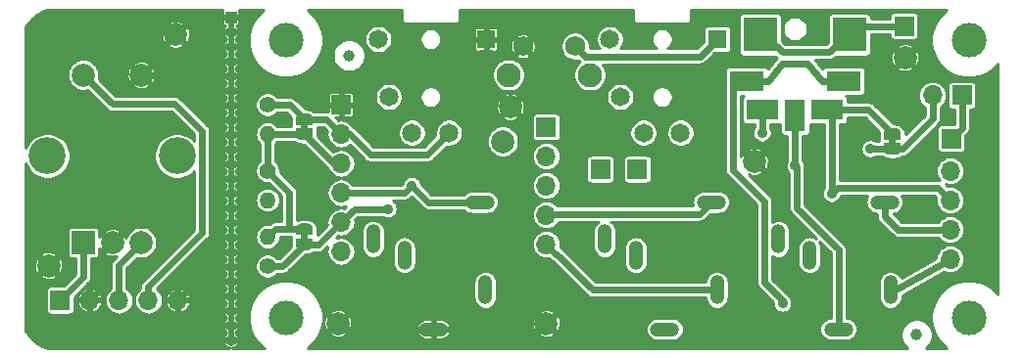
<source format=gtl>
G04 #@! TF.GenerationSoftware,KiCad,Pcbnew,(5.1.0-0)*
G04 #@! TF.CreationDate,2019-04-18T20:26:35-04:00*
G04 #@! TF.ProjectId,ubitx_panel,75626974-785f-4706-916e-656c2e6b6963,0.1*
G04 #@! TF.SameCoordinates,Original*
G04 #@! TF.FileFunction,Copper,L1,Top*
G04 #@! TF.FilePolarity,Positive*
%FSLAX46Y46*%
G04 Gerber Fmt 4.6, Leading zero omitted, Abs format (unit mm)*
G04 Created by KiCad (PCBNEW (5.1.0-0)) date 2019-04-18 20:26:35*
%MOMM*%
%LPD*%
G04 APERTURE LIST*
%ADD10C,0.150000*%
%ADD11C,0.500000*%
%ADD12O,1.400000X1.400000*%
%ADD13C,1.400000*%
%ADD14R,1.700000X1.700000*%
%ADD15O,1.700000X1.700000*%
%ADD16C,1.000000*%
%ADD17C,3.000000*%
%ADD18R,1.650000X1.650000*%
%ADD19C,1.650000*%
%ADD20O,2.516000X1.258000*%
%ADD21O,1.258000X2.516000*%
%ADD22C,2.000000*%
%ADD23C,3.200000*%
%ADD24R,2.000000X2.000000*%
%ADD25R,1.000000X1.000000*%
%ADD26O,1.000000X1.000000*%
%ADD27C,1.998980*%
%ADD28R,3.000000X3.000000*%
%ADD29R,3.000000X1.800000*%
%ADD30R,1.800000X2.800000*%
%ADD31R,2.800000X1.800000*%
%ADD32C,2.100000*%
%ADD33C,1.750000*%
%ADD34C,0.889000*%
%ADD35C,0.600000*%
%ADD36C,0.254000*%
G04 APERTURE END LIST*
D10*
G36*
X164601880Y-90994420D02*
G01*
X164601880Y-91494420D01*
X165201880Y-91494420D01*
X165201880Y-90994420D01*
X164601880Y-90994420D01*
G37*
G36*
X113801880Y-89724420D02*
G01*
X113801880Y-90224420D01*
X114401880Y-90224420D01*
X114401880Y-89724420D01*
X113801880Y-89724420D01*
G37*
G36*
X114401880Y-99749420D02*
G01*
X114401880Y-99249420D01*
X113801880Y-99249420D01*
X113801880Y-99749420D01*
X114401880Y-99749420D01*
G37*
D11*
X164901880Y-91894420D03*
D10*
G36*
X165651880Y-91394420D02*
G01*
X165651880Y-91894420D01*
X165651278Y-91894420D01*
X165651278Y-91918954D01*
X165646468Y-91967785D01*
X165636896Y-92015910D01*
X165622652Y-92062865D01*
X165603875Y-92108198D01*
X165580744Y-92151471D01*
X165553484Y-92192270D01*
X165522356Y-92230199D01*
X165487659Y-92264896D01*
X165449730Y-92296024D01*
X165408931Y-92323284D01*
X165365658Y-92346415D01*
X165320325Y-92365192D01*
X165273370Y-92379436D01*
X165225245Y-92389008D01*
X165176414Y-92393818D01*
X165151880Y-92393818D01*
X165151880Y-92394420D01*
X164651880Y-92394420D01*
X164651880Y-92393818D01*
X164627346Y-92393818D01*
X164578515Y-92389008D01*
X164530390Y-92379436D01*
X164483435Y-92365192D01*
X164438102Y-92346415D01*
X164394829Y-92323284D01*
X164354030Y-92296024D01*
X164316101Y-92264896D01*
X164281404Y-92230199D01*
X164250276Y-92192270D01*
X164223016Y-92151471D01*
X164199885Y-92108198D01*
X164181108Y-92062865D01*
X164166864Y-92015910D01*
X164157292Y-91967785D01*
X164152482Y-91918954D01*
X164152482Y-91894420D01*
X164151880Y-91894420D01*
X164151880Y-91394420D01*
X165651880Y-91394420D01*
X165651880Y-91394420D01*
G37*
D11*
X164901880Y-90594420D03*
D10*
G36*
X164152482Y-90594420D02*
G01*
X164152482Y-90569886D01*
X164157292Y-90521055D01*
X164166864Y-90472930D01*
X164181108Y-90425975D01*
X164199885Y-90380642D01*
X164223016Y-90337369D01*
X164250276Y-90296570D01*
X164281404Y-90258641D01*
X164316101Y-90223944D01*
X164354030Y-90192816D01*
X164394829Y-90165556D01*
X164438102Y-90142425D01*
X164483435Y-90123648D01*
X164530390Y-90109404D01*
X164578515Y-90099832D01*
X164627346Y-90095022D01*
X164651880Y-90095022D01*
X164651880Y-90094420D01*
X165151880Y-90094420D01*
X165151880Y-90095022D01*
X165176414Y-90095022D01*
X165225245Y-90099832D01*
X165273370Y-90109404D01*
X165320325Y-90123648D01*
X165365658Y-90142425D01*
X165408931Y-90165556D01*
X165449730Y-90192816D01*
X165487659Y-90223944D01*
X165522356Y-90258641D01*
X165553484Y-90296570D01*
X165580744Y-90337369D01*
X165603875Y-90380642D01*
X165622652Y-90425975D01*
X165636896Y-90472930D01*
X165646468Y-90521055D01*
X165651278Y-90569886D01*
X165651278Y-90594420D01*
X165651880Y-90594420D01*
X165651880Y-91094420D01*
X164151880Y-91094420D01*
X164151880Y-90594420D01*
X164152482Y-90594420D01*
X164152482Y-90594420D01*
G37*
D12*
X110926880Y-90609420D03*
D13*
X110926880Y-88069420D03*
D12*
X110926880Y-96324420D03*
D13*
X110926880Y-93784420D03*
D12*
X110926880Y-99499420D03*
D13*
X110926880Y-102039420D03*
D11*
X114101880Y-89324420D03*
D10*
G36*
X113352482Y-89324420D02*
G01*
X113352482Y-89299886D01*
X113357292Y-89251055D01*
X113366864Y-89202930D01*
X113381108Y-89155975D01*
X113399885Y-89110642D01*
X113423016Y-89067369D01*
X113450276Y-89026570D01*
X113481404Y-88988641D01*
X113516101Y-88953944D01*
X113554030Y-88922816D01*
X113594829Y-88895556D01*
X113638102Y-88872425D01*
X113683435Y-88853648D01*
X113730390Y-88839404D01*
X113778515Y-88829832D01*
X113827346Y-88825022D01*
X113851880Y-88825022D01*
X113851880Y-88824420D01*
X114351880Y-88824420D01*
X114351880Y-88825022D01*
X114376414Y-88825022D01*
X114425245Y-88829832D01*
X114473370Y-88839404D01*
X114520325Y-88853648D01*
X114565658Y-88872425D01*
X114608931Y-88895556D01*
X114649730Y-88922816D01*
X114687659Y-88953944D01*
X114722356Y-88988641D01*
X114753484Y-89026570D01*
X114780744Y-89067369D01*
X114803875Y-89110642D01*
X114822652Y-89155975D01*
X114836896Y-89202930D01*
X114846468Y-89251055D01*
X114851278Y-89299886D01*
X114851278Y-89324420D01*
X114851880Y-89324420D01*
X114851880Y-89824420D01*
X113351880Y-89824420D01*
X113351880Y-89324420D01*
X113352482Y-89324420D01*
X113352482Y-89324420D01*
G37*
D11*
X114101880Y-90624420D03*
D10*
G36*
X114851880Y-90124420D02*
G01*
X114851880Y-90624420D01*
X114851278Y-90624420D01*
X114851278Y-90648954D01*
X114846468Y-90697785D01*
X114836896Y-90745910D01*
X114822652Y-90792865D01*
X114803875Y-90838198D01*
X114780744Y-90881471D01*
X114753484Y-90922270D01*
X114722356Y-90960199D01*
X114687659Y-90994896D01*
X114649730Y-91026024D01*
X114608931Y-91053284D01*
X114565658Y-91076415D01*
X114520325Y-91095192D01*
X114473370Y-91109436D01*
X114425245Y-91119008D01*
X114376414Y-91123818D01*
X114351880Y-91123818D01*
X114351880Y-91124420D01*
X113851880Y-91124420D01*
X113851880Y-91123818D01*
X113827346Y-91123818D01*
X113778515Y-91119008D01*
X113730390Y-91109436D01*
X113683435Y-91095192D01*
X113638102Y-91076415D01*
X113594829Y-91053284D01*
X113554030Y-91026024D01*
X113516101Y-90994896D01*
X113481404Y-90960199D01*
X113450276Y-90922270D01*
X113423016Y-90881471D01*
X113399885Y-90838198D01*
X113381108Y-90792865D01*
X113366864Y-90745910D01*
X113357292Y-90697785D01*
X113352482Y-90648954D01*
X113352482Y-90624420D01*
X113351880Y-90624420D01*
X113351880Y-90124420D01*
X114851880Y-90124420D01*
X114851880Y-90124420D01*
G37*
D11*
X114101880Y-98849420D03*
D10*
G36*
X113351880Y-99349420D02*
G01*
X113351880Y-98849420D01*
X113352482Y-98849420D01*
X113352482Y-98824886D01*
X113357292Y-98776055D01*
X113366864Y-98727930D01*
X113381108Y-98680975D01*
X113399885Y-98635642D01*
X113423016Y-98592369D01*
X113450276Y-98551570D01*
X113481404Y-98513641D01*
X113516101Y-98478944D01*
X113554030Y-98447816D01*
X113594829Y-98420556D01*
X113638102Y-98397425D01*
X113683435Y-98378648D01*
X113730390Y-98364404D01*
X113778515Y-98354832D01*
X113827346Y-98350022D01*
X113851880Y-98350022D01*
X113851880Y-98349420D01*
X114351880Y-98349420D01*
X114351880Y-98350022D01*
X114376414Y-98350022D01*
X114425245Y-98354832D01*
X114473370Y-98364404D01*
X114520325Y-98378648D01*
X114565658Y-98397425D01*
X114608931Y-98420556D01*
X114649730Y-98447816D01*
X114687659Y-98478944D01*
X114722356Y-98513641D01*
X114753484Y-98551570D01*
X114780744Y-98592369D01*
X114803875Y-98635642D01*
X114822652Y-98680975D01*
X114836896Y-98727930D01*
X114846468Y-98776055D01*
X114851278Y-98824886D01*
X114851278Y-98849420D01*
X114851880Y-98849420D01*
X114851880Y-99349420D01*
X113351880Y-99349420D01*
X113351880Y-99349420D01*
G37*
D11*
X114101880Y-100149420D03*
D10*
G36*
X114851278Y-100149420D02*
G01*
X114851278Y-100173954D01*
X114846468Y-100222785D01*
X114836896Y-100270910D01*
X114822652Y-100317865D01*
X114803875Y-100363198D01*
X114780744Y-100406471D01*
X114753484Y-100447270D01*
X114722356Y-100485199D01*
X114687659Y-100519896D01*
X114649730Y-100551024D01*
X114608931Y-100578284D01*
X114565658Y-100601415D01*
X114520325Y-100620192D01*
X114473370Y-100634436D01*
X114425245Y-100644008D01*
X114376414Y-100648818D01*
X114351880Y-100648818D01*
X114351880Y-100649420D01*
X113851880Y-100649420D01*
X113851880Y-100648818D01*
X113827346Y-100648818D01*
X113778515Y-100644008D01*
X113730390Y-100634436D01*
X113683435Y-100620192D01*
X113638102Y-100601415D01*
X113594829Y-100578284D01*
X113554030Y-100551024D01*
X113516101Y-100519896D01*
X113481404Y-100485199D01*
X113450276Y-100447270D01*
X113423016Y-100406471D01*
X113399885Y-100363198D01*
X113381108Y-100317865D01*
X113366864Y-100270910D01*
X113357292Y-100222785D01*
X113352482Y-100173954D01*
X113352482Y-100149420D01*
X113351880Y-100149420D01*
X113351880Y-99649420D01*
X114851880Y-99649420D01*
X114851880Y-100149420D01*
X114851278Y-100149420D01*
X114851278Y-100149420D01*
G37*
D14*
X135000000Y-90000000D03*
D15*
X135000000Y-92540000D03*
X135000000Y-95080000D03*
X135000000Y-97620000D03*
X135000000Y-100160000D03*
D16*
X117948120Y-83810580D03*
X167000000Y-108000000D03*
D17*
X112500000Y-106500000D03*
X112500000Y-82500000D03*
X171500000Y-82500000D03*
X171500000Y-106500000D03*
D18*
X149800000Y-82400000D03*
D19*
X141400000Y-87400000D03*
X146600000Y-90500000D03*
X140500000Y-82400000D03*
X143400000Y-90500000D03*
D14*
X170000000Y-91000000D03*
D15*
X169911880Y-93799420D03*
X169911880Y-96339420D03*
X169911880Y-98879420D03*
X169911880Y-101419420D03*
D20*
X145250000Y-107500000D03*
D21*
X140050000Y-99700000D03*
X142750000Y-101100000D03*
D20*
X149250000Y-96500000D03*
D21*
X149750000Y-104100000D03*
D20*
X160250000Y-107500000D03*
D21*
X155050000Y-99700000D03*
X157750000Y-101100000D03*
D20*
X164250000Y-96500000D03*
D21*
X164750000Y-104100000D03*
D14*
X93000000Y-105000000D03*
D15*
X95540000Y-105000000D03*
X98080000Y-105000000D03*
X100620000Y-105000000D03*
X103160000Y-105000000D03*
D22*
X100000000Y-85500000D03*
X95000000Y-85500000D03*
D23*
X103100000Y-92500000D03*
X91900000Y-92500000D03*
D22*
X100000000Y-100000000D03*
X97500000Y-100000000D03*
D24*
X95000000Y-100000000D03*
D18*
X129800000Y-82400000D03*
D19*
X121400000Y-87400000D03*
X126600000Y-90500000D03*
X120500000Y-82400000D03*
X123400000Y-90500000D03*
D20*
X125250000Y-107500000D03*
D21*
X120050000Y-99700000D03*
X122750000Y-101100000D03*
D20*
X129250000Y-96500000D03*
D21*
X129750000Y-104100000D03*
D25*
X107750000Y-80500000D03*
D26*
X107750000Y-81770000D03*
X107750000Y-83040000D03*
X107750000Y-84310000D03*
X107750000Y-85580000D03*
X107750000Y-86850000D03*
X107750000Y-88120000D03*
X107750000Y-89390000D03*
X107750000Y-90660000D03*
X107750000Y-91930000D03*
X107750000Y-93200000D03*
X107750000Y-94470000D03*
X107750000Y-95740000D03*
X107750000Y-97010000D03*
X107750000Y-98280000D03*
X107750000Y-99550000D03*
X107750000Y-100820000D03*
X107750000Y-102090000D03*
X107750000Y-103360000D03*
X107750000Y-104630000D03*
X107750000Y-105900000D03*
X107750000Y-107170000D03*
X107750000Y-108440000D03*
D27*
X135000000Y-107000000D03*
X131911880Y-88259420D03*
X166000000Y-84000000D03*
X153000000Y-93000000D03*
X103000000Y-82000000D03*
X117000000Y-107000000D03*
D28*
X153500000Y-82009420D03*
X161200000Y-82009420D03*
D29*
X152300000Y-86009420D03*
X160700000Y-86009420D03*
D30*
X156500000Y-89009420D03*
D31*
X159300000Y-88509420D03*
X153700000Y-88509420D03*
D27*
X92000000Y-102000000D03*
D14*
X117276880Y-88069420D03*
D15*
X117276880Y-90609420D03*
X117276880Y-93149420D03*
X117276880Y-95689420D03*
X117276880Y-98229420D03*
X117276880Y-100769420D03*
D14*
X170911880Y-87259420D03*
D15*
X168371880Y-87259420D03*
D14*
X142875000Y-93657420D03*
X139700000Y-93657420D03*
X165911880Y-81259420D03*
D27*
X131246880Y-91244420D03*
D32*
X138760000Y-85490000D03*
D33*
X137500000Y-83000000D03*
X133000000Y-83000000D03*
D32*
X131750000Y-85490000D03*
D34*
X159661880Y-95759420D03*
X153661880Y-90509420D03*
X162996880Y-91879420D03*
X123372880Y-95054420D03*
X155411880Y-105259420D03*
X156500000Y-93347540D03*
X121340880Y-97086420D03*
D35*
X169911880Y-96339420D02*
X168831880Y-95259420D01*
X168831880Y-95259420D02*
X160161880Y-95259420D01*
X160161880Y-95259420D02*
X160106379Y-95314921D01*
X160106379Y-95314921D02*
X159661880Y-95759420D01*
X159661880Y-95759420D02*
X159661880Y-88871300D01*
X159661880Y-88871300D02*
X159300000Y-88509420D01*
X159300000Y-88509420D02*
X159800000Y-88509420D01*
X162816880Y-88509420D02*
X164901880Y-90594420D01*
X159300000Y-88509420D02*
X162816880Y-88509420D01*
X164250000Y-96500000D02*
X164250000Y-97729000D01*
X164250000Y-97729000D02*
X165400420Y-98879420D01*
X165400420Y-98879420D02*
X168709799Y-98879420D01*
X168709799Y-98879420D02*
X169911880Y-98879420D01*
X153661880Y-90509420D02*
X153661880Y-88547540D01*
X153661880Y-88547540D02*
X153700000Y-88509420D01*
X164886880Y-91879420D02*
X164901880Y-91894420D01*
X162996880Y-91879420D02*
X164886880Y-91879420D01*
X165749472Y-91894420D02*
X168371880Y-89272012D01*
X168371880Y-89272012D02*
X168371880Y-87259420D01*
X164901880Y-91894420D02*
X165749472Y-91894420D01*
X117276880Y-90609420D02*
X118038880Y-90609420D01*
X118038880Y-90609420D02*
X119816880Y-92387420D01*
X124712580Y-92387420D02*
X126600000Y-90500000D01*
X119816880Y-92387420D02*
X124712580Y-92387420D01*
X115991880Y-89324420D02*
X114101880Y-89324420D01*
X117276880Y-90609420D02*
X115991880Y-89324420D01*
X114101880Y-89324420D02*
X112846880Y-88069420D01*
X112846880Y-88069420D02*
X110926880Y-88069420D01*
X123372880Y-95054420D02*
X122737880Y-95689420D01*
X122737880Y-95689420D02*
X117276880Y-95689420D01*
X124818460Y-96500000D02*
X129250000Y-96500000D01*
X123372880Y-95054420D02*
X124818460Y-96500000D01*
X129130000Y-96620000D02*
X129250000Y-96500000D01*
X117000000Y-107000000D02*
X117500000Y-107500000D01*
X117500000Y-107500000D02*
X125250000Y-107500000D01*
X95540000Y-105000000D02*
X96554001Y-103985999D01*
X96554001Y-103985999D02*
X96554001Y-100945999D01*
X96554001Y-100945999D02*
X97500000Y-100000000D01*
X97500000Y-100000000D02*
X97225991Y-100274009D01*
X103160000Y-105000000D02*
X106108011Y-102051989D01*
X106108011Y-102051989D02*
X106108010Y-89997798D01*
X106108010Y-89997798D02*
X101610212Y-85500000D01*
X101610212Y-85500000D02*
X101414213Y-85500000D01*
X101414213Y-85500000D02*
X100000000Y-85500000D01*
X95000000Y-100000000D02*
X95000000Y-103000000D01*
X95000000Y-103000000D02*
X93000000Y-105000000D01*
X100000000Y-100000000D02*
X98080000Y-101920000D01*
X98080000Y-101920000D02*
X98080000Y-105000000D01*
X100620000Y-105000000D02*
X100620000Y-103797919D01*
X100620000Y-103797919D02*
X105254001Y-99163918D01*
X97509420Y-88009420D02*
X95000000Y-85500000D01*
X105254001Y-99163918D02*
X105254001Y-90351541D01*
X105254001Y-90351541D02*
X102911880Y-88009420D01*
X102911880Y-88009420D02*
X97509420Y-88009420D01*
X147883880Y-83878420D02*
X148321580Y-83878420D01*
X148321580Y-83878420D02*
X149800000Y-82400000D01*
X137500000Y-83000000D02*
X138378420Y-83878420D01*
X138378420Y-83878420D02*
X147883880Y-83878420D01*
X135912459Y-101009999D02*
X139002460Y-104100000D01*
X139002460Y-104100000D02*
X149750000Y-104100000D01*
X135000000Y-100160000D02*
X135849999Y-101009999D01*
X135849999Y-101009999D02*
X135912459Y-101009999D01*
X165911880Y-81259420D02*
X161950000Y-81259420D01*
X161950000Y-81259420D02*
X161200000Y-82009420D01*
X161200000Y-82009420D02*
X161200000Y-82297540D01*
X161200000Y-82009420D02*
X161161880Y-82009420D01*
X161161880Y-82009420D02*
X159411880Y-83509420D01*
X159411880Y-83509420D02*
X155411880Y-83509420D01*
X155411880Y-83509420D02*
X153661880Y-82009420D01*
X153661880Y-82009420D02*
X153500000Y-82009420D01*
X161200000Y-82009420D02*
X161200000Y-82047540D01*
X160700000Y-86009420D02*
X158850000Y-86009420D01*
X158850000Y-86009420D02*
X157595999Y-84505419D01*
X157595999Y-84505419D02*
X155404001Y-84505419D01*
X155404001Y-84505419D02*
X154150000Y-86009420D01*
X154150000Y-86009420D02*
X152300000Y-86009420D01*
X152300000Y-86009420D02*
X151700000Y-86009420D01*
X153866990Y-103464530D02*
X155411880Y-105009420D01*
X155411880Y-105009420D02*
X155411880Y-105259420D01*
X151161880Y-93759420D02*
X153866990Y-96464530D01*
X153866990Y-96464530D02*
X153866990Y-103464530D01*
X151161880Y-86547540D02*
X151161880Y-93759420D01*
X151700000Y-86009420D02*
X151161880Y-86547540D01*
X169911880Y-101419420D02*
X165231300Y-104100000D01*
X165231300Y-104100000D02*
X164750000Y-104100000D01*
X170911880Y-87259420D02*
X170911880Y-90088120D01*
X170911880Y-90088120D02*
X170000000Y-91000000D01*
X160250000Y-100597540D02*
X156661880Y-97009420D01*
X160250000Y-107500000D02*
X160250000Y-100597540D01*
X156661880Y-97009420D02*
X156661880Y-93509420D01*
X156661880Y-93509420D02*
X156500000Y-93347540D01*
X156500000Y-93347540D02*
X156661880Y-93509420D01*
X156500000Y-89009420D02*
X156500000Y-93347540D01*
X118419880Y-97086420D02*
X117276880Y-98229420D01*
X121340880Y-97086420D02*
X118419880Y-97086420D01*
X117589340Y-98229420D02*
X117276880Y-98229420D01*
X115356880Y-100149420D02*
X114101880Y-100149420D01*
X117276880Y-98229420D02*
X115356880Y-100149420D01*
X114101880Y-100149420D02*
X112211880Y-102039420D01*
X112211880Y-102039420D02*
X110926880Y-102039420D01*
X135000000Y-97620000D02*
X135110580Y-97509420D01*
X135110580Y-97509420D02*
X148240580Y-97509420D01*
X148240580Y-97509420D02*
X149250000Y-96500000D01*
X116626880Y-93149420D02*
X114101880Y-90624420D01*
X117276880Y-93149420D02*
X116626880Y-93149420D01*
X110941880Y-90624420D02*
X110926880Y-90609420D01*
X114101880Y-90624420D02*
X110941880Y-90624420D01*
X110926880Y-90609420D02*
X110926880Y-93784420D01*
X111576880Y-98849420D02*
X110926880Y-99499420D01*
X112816880Y-95674420D02*
X112816880Y-98849420D01*
X112816880Y-98849420D02*
X111576880Y-98849420D01*
X110926880Y-93784420D02*
X112816880Y-95674420D01*
X114101880Y-98849420D02*
X112816880Y-98849420D01*
D36*
G36*
X107037779Y-79912095D02*
G01*
X107024708Y-79955187D01*
X107020294Y-80000000D01*
X107021400Y-80315850D01*
X107078550Y-80373000D01*
X107623000Y-80373000D01*
X107623000Y-80353000D01*
X107877000Y-80353000D01*
X107877000Y-80373000D01*
X108421450Y-80373000D01*
X108478600Y-80315850D01*
X108479706Y-80000000D01*
X108475292Y-79955187D01*
X108462221Y-79912095D01*
X108448497Y-79886420D01*
X110603052Y-79886420D01*
X110442907Y-79993425D01*
X109993425Y-80442907D01*
X109640270Y-80971442D01*
X109397012Y-81558719D01*
X109273000Y-82182168D01*
X109273000Y-82817832D01*
X109397012Y-83441281D01*
X109640270Y-84028558D01*
X109993425Y-84557093D01*
X110442907Y-85006575D01*
X110971442Y-85359730D01*
X111558719Y-85602988D01*
X112182168Y-85727000D01*
X112817832Y-85727000D01*
X113441281Y-85602988D01*
X114028558Y-85359730D01*
X114044528Y-85349059D01*
X130319000Y-85349059D01*
X130319000Y-85630941D01*
X130373993Y-85907407D01*
X130481864Y-86167833D01*
X130638470Y-86402209D01*
X130837791Y-86601530D01*
X131072167Y-86758136D01*
X131332593Y-86866007D01*
X131609059Y-86921000D01*
X131890941Y-86921000D01*
X132167407Y-86866007D01*
X132427833Y-86758136D01*
X132662209Y-86601530D01*
X132861530Y-86402209D01*
X133018136Y-86167833D01*
X133126007Y-85907407D01*
X133181000Y-85630941D01*
X133181000Y-85349059D01*
X133126007Y-85072593D01*
X133018136Y-84812167D01*
X132861530Y-84577791D01*
X132662209Y-84378470D01*
X132427833Y-84221864D01*
X132167407Y-84113993D01*
X131890941Y-84059000D01*
X131609059Y-84059000D01*
X131332593Y-84113993D01*
X131072167Y-84221864D01*
X130837791Y-84378470D01*
X130638470Y-84577791D01*
X130481864Y-84812167D01*
X130373993Y-85072593D01*
X130319000Y-85349059D01*
X114044528Y-85349059D01*
X114557093Y-85006575D01*
X115006575Y-84557093D01*
X115359730Y-84028558D01*
X115507011Y-83672988D01*
X116551120Y-83672988D01*
X116551120Y-83948172D01*
X116604806Y-84218070D01*
X116710115Y-84472307D01*
X116863000Y-84701115D01*
X117057585Y-84895700D01*
X117286393Y-85048585D01*
X117540630Y-85153894D01*
X117810528Y-85207580D01*
X118085712Y-85207580D01*
X118355610Y-85153894D01*
X118609847Y-85048585D01*
X118838655Y-84895700D01*
X119033240Y-84701115D01*
X119186125Y-84472307D01*
X119291434Y-84218070D01*
X119345120Y-83948172D01*
X119345120Y-83828089D01*
X132351517Y-83828089D01*
X132455215Y-83965898D01*
X132654121Y-84053621D01*
X132866319Y-84100854D01*
X133083654Y-84105781D01*
X133297773Y-84068213D01*
X133500449Y-83989595D01*
X133544785Y-83965898D01*
X133648483Y-83828089D01*
X133000000Y-83179605D01*
X132351517Y-83828089D01*
X119345120Y-83828089D01*
X119345120Y-83672988D01*
X119291434Y-83403090D01*
X119186125Y-83148853D01*
X119033240Y-82920045D01*
X118838655Y-82725460D01*
X118609847Y-82572575D01*
X118355610Y-82467266D01*
X118085712Y-82413580D01*
X117810528Y-82413580D01*
X117540630Y-82467266D01*
X117286393Y-82572575D01*
X117057585Y-82725460D01*
X116863000Y-82920045D01*
X116710115Y-83148853D01*
X116604806Y-83403090D01*
X116551120Y-83672988D01*
X115507011Y-83672988D01*
X115602988Y-83441281D01*
X115727000Y-82817832D01*
X115727000Y-82281219D01*
X119294000Y-82281219D01*
X119294000Y-82518781D01*
X119340346Y-82751777D01*
X119431257Y-82971255D01*
X119563239Y-83168780D01*
X119731220Y-83336761D01*
X119928745Y-83468743D01*
X120148223Y-83559654D01*
X120381219Y-83606000D01*
X120618781Y-83606000D01*
X120851777Y-83559654D01*
X121071255Y-83468743D01*
X121268780Y-83336761D01*
X121436761Y-83168780D01*
X121568743Y-82971255D01*
X121659654Y-82751777D01*
X121706000Y-82518781D01*
X121706000Y-82308304D01*
X124069000Y-82308304D01*
X124069000Y-82491696D01*
X124104778Y-82671563D01*
X124174958Y-82840994D01*
X124276845Y-82993478D01*
X124406522Y-83123155D01*
X124559006Y-83225042D01*
X124728437Y-83295222D01*
X124908304Y-83331000D01*
X125091696Y-83331000D01*
X125271563Y-83295222D01*
X125440994Y-83225042D01*
X125441056Y-83225000D01*
X128745294Y-83225000D01*
X128749708Y-83269813D01*
X128762779Y-83312905D01*
X128784006Y-83352618D01*
X128812573Y-83387427D01*
X128847382Y-83415994D01*
X128887095Y-83437221D01*
X128930187Y-83450292D01*
X128975000Y-83454706D01*
X129615850Y-83453600D01*
X129673000Y-83396450D01*
X129673000Y-82527000D01*
X129927000Y-82527000D01*
X129927000Y-83396450D01*
X129984150Y-83453600D01*
X130625000Y-83454706D01*
X130669813Y-83450292D01*
X130712905Y-83437221D01*
X130752618Y-83415994D01*
X130787427Y-83387427D01*
X130815994Y-83352618D01*
X130837221Y-83312905D01*
X130850292Y-83269813D01*
X130854706Y-83225000D01*
X130854463Y-83083654D01*
X131894219Y-83083654D01*
X131931787Y-83297773D01*
X132010405Y-83500449D01*
X132034102Y-83544785D01*
X132171911Y-83648483D01*
X132820395Y-83000000D01*
X133179605Y-83000000D01*
X133828089Y-83648483D01*
X133965898Y-83544785D01*
X134053621Y-83345879D01*
X134100854Y-83133681D01*
X134105781Y-82916346D01*
X134098754Y-82876295D01*
X136244000Y-82876295D01*
X136244000Y-83123705D01*
X136292268Y-83366362D01*
X136386947Y-83594939D01*
X136524401Y-83800653D01*
X136699347Y-83975599D01*
X136905061Y-84113053D01*
X137133638Y-84207732D01*
X137376295Y-84256000D01*
X137623705Y-84256000D01*
X137764845Y-84227925D01*
X137873224Y-84336304D01*
X137886566Y-84352561D01*
X137847791Y-84378470D01*
X137648470Y-84577791D01*
X137491864Y-84812167D01*
X137383993Y-85072593D01*
X137329000Y-85349059D01*
X137329000Y-85630941D01*
X137383993Y-85907407D01*
X137491864Y-86167833D01*
X137648470Y-86402209D01*
X137847791Y-86601530D01*
X138082167Y-86758136D01*
X138342593Y-86866007D01*
X138619059Y-86921000D01*
X138900941Y-86921000D01*
X139177407Y-86866007D01*
X139437833Y-86758136D01*
X139672209Y-86601530D01*
X139871530Y-86402209D01*
X140028136Y-86167833D01*
X140136007Y-85907407D01*
X140191000Y-85630941D01*
X140191000Y-85349059D01*
X140143333Y-85109420D01*
X150417157Y-85109420D01*
X150417157Y-86909420D01*
X150424513Y-86984109D01*
X150446299Y-87055928D01*
X150480880Y-87120623D01*
X150480881Y-93725957D01*
X150477585Y-93759420D01*
X150490734Y-93892918D01*
X150500353Y-93924626D01*
X150529675Y-94021288D01*
X150592911Y-94139594D01*
X150678011Y-94243290D01*
X150704002Y-94264620D01*
X153185990Y-96746610D01*
X153185991Y-103431067D01*
X153182695Y-103464530D01*
X153195844Y-103598028D01*
X153220396Y-103678964D01*
X153234785Y-103726398D01*
X153298021Y-103844704D01*
X153383121Y-103948400D01*
X153409112Y-103969730D01*
X154591542Y-105152162D01*
X154586380Y-105178115D01*
X154586380Y-105340725D01*
X154618104Y-105500209D01*
X154680332Y-105650441D01*
X154770672Y-105785645D01*
X154885655Y-105900628D01*
X155020859Y-105990968D01*
X155171091Y-106053196D01*
X155330575Y-106084920D01*
X155493185Y-106084920D01*
X155652669Y-106053196D01*
X155802901Y-105990968D01*
X155938105Y-105900628D01*
X156053088Y-105785645D01*
X156143428Y-105650441D01*
X156205656Y-105500209D01*
X156237380Y-105340725D01*
X156237380Y-105178115D01*
X156205656Y-105018631D01*
X156143428Y-104868399D01*
X156053088Y-104733195D01*
X156017263Y-104697370D01*
X155980850Y-104629246D01*
X155943610Y-104583869D01*
X155917074Y-104551534D01*
X155917071Y-104551531D01*
X155895749Y-104525550D01*
X155869769Y-104504229D01*
X154547990Y-103182452D01*
X154547990Y-101205896D01*
X154661620Y-101266632D01*
X154852006Y-101324385D01*
X155050000Y-101343886D01*
X155247993Y-101324385D01*
X155438379Y-101266632D01*
X155613840Y-101172847D01*
X155767633Y-101046633D01*
X155893847Y-100892840D01*
X155987632Y-100717380D01*
X156045385Y-100526994D01*
X156060000Y-100378608D01*
X156060000Y-99021392D01*
X156045385Y-98873006D01*
X155987632Y-98682620D01*
X155893847Y-98507160D01*
X155767633Y-98353367D01*
X155613840Y-98227153D01*
X155438380Y-98133368D01*
X155247994Y-98075615D01*
X155050000Y-98056114D01*
X154852007Y-98075615D01*
X154661621Y-98133368D01*
X154547990Y-98194105D01*
X154547990Y-96497980D01*
X154551285Y-96464529D01*
X154547761Y-96428756D01*
X154538136Y-96331031D01*
X154499196Y-96202662D01*
X154435960Y-96084356D01*
X154401294Y-96042115D01*
X154372184Y-96006644D01*
X154372181Y-96006641D01*
X154350859Y-95980660D01*
X154324879Y-95959339D01*
X152476655Y-94111116D01*
X152601438Y-94167899D01*
X152836942Y-94223213D01*
X153078712Y-94231521D01*
X153317458Y-94192502D01*
X153544004Y-94107656D01*
X153618750Y-94067702D01*
X153737519Y-93917125D01*
X153000000Y-93179605D01*
X152985858Y-93193748D01*
X152806252Y-93014142D01*
X152820395Y-93000000D01*
X153179605Y-93000000D01*
X153917125Y-93737519D01*
X154067702Y-93618750D01*
X154167899Y-93398562D01*
X154223213Y-93163058D01*
X154231521Y-92921288D01*
X154192502Y-92682542D01*
X154107656Y-92455996D01*
X154067702Y-92381250D01*
X153917125Y-92262481D01*
X153179605Y-93000000D01*
X152820395Y-93000000D01*
X152082875Y-92262481D01*
X151932298Y-92381250D01*
X151842880Y-92577751D01*
X151842880Y-92082875D01*
X152262481Y-92082875D01*
X153000000Y-92820395D01*
X153737519Y-92082875D01*
X153618750Y-91932298D01*
X153398562Y-91832101D01*
X153163058Y-91776787D01*
X152921288Y-91768479D01*
X152682542Y-91807498D01*
X152455996Y-91892344D01*
X152381250Y-91932298D01*
X152262481Y-92082875D01*
X151842880Y-92082875D01*
X151842880Y-87292263D01*
X152085884Y-87292263D01*
X152029289Y-87338709D01*
X151981678Y-87396724D01*
X151946299Y-87462912D01*
X151924513Y-87534731D01*
X151917157Y-87609420D01*
X151917157Y-89409420D01*
X151924513Y-89484109D01*
X151946299Y-89555928D01*
X151981678Y-89622116D01*
X152029289Y-89680131D01*
X152087304Y-89727742D01*
X152153492Y-89763121D01*
X152225311Y-89784907D01*
X152300000Y-89792263D01*
X152980880Y-89792263D01*
X152980880Y-90042748D01*
X152930332Y-90118399D01*
X152868104Y-90268631D01*
X152836380Y-90428115D01*
X152836380Y-90590725D01*
X152868104Y-90750209D01*
X152930332Y-90900441D01*
X153020672Y-91035645D01*
X153135655Y-91150628D01*
X153270859Y-91240968D01*
X153421091Y-91303196D01*
X153580575Y-91334920D01*
X153743185Y-91334920D01*
X153902669Y-91303196D01*
X154052901Y-91240968D01*
X154188105Y-91150628D01*
X154303088Y-91035645D01*
X154393428Y-90900441D01*
X154455656Y-90750209D01*
X154487380Y-90590725D01*
X154487380Y-90428115D01*
X154455656Y-90268631D01*
X154393428Y-90118399D01*
X154342880Y-90042748D01*
X154342880Y-89792263D01*
X155100000Y-89792263D01*
X155174689Y-89784907D01*
X155217157Y-89772025D01*
X155217157Y-90409420D01*
X155224513Y-90484109D01*
X155246299Y-90555928D01*
X155281678Y-90622116D01*
X155329289Y-90680131D01*
X155387304Y-90727742D01*
X155453492Y-90763121D01*
X155525311Y-90784907D01*
X155600000Y-90792263D01*
X155819000Y-90792263D01*
X155819001Y-92880867D01*
X155768452Y-92956519D01*
X155706224Y-93106751D01*
X155674500Y-93266235D01*
X155674500Y-93428845D01*
X155706224Y-93588329D01*
X155768452Y-93738561D01*
X155858792Y-93873765D01*
X155973775Y-93988748D01*
X155980881Y-93993496D01*
X155980880Y-96975967D01*
X155977585Y-97009420D01*
X155983843Y-97072953D01*
X155990734Y-97142918D01*
X156029674Y-97271287D01*
X156092910Y-97389593D01*
X156178010Y-97493289D01*
X156204002Y-97514620D01*
X158328865Y-99639484D01*
X158313840Y-99627153D01*
X158138380Y-99533368D01*
X157947994Y-99475615D01*
X157750000Y-99456114D01*
X157552007Y-99475615D01*
X157361621Y-99533368D01*
X157186161Y-99627153D01*
X157032368Y-99753367D01*
X156906154Y-99907160D01*
X156812369Y-100082620D01*
X156754616Y-100273006D01*
X156740001Y-100421392D01*
X156740000Y-101778607D01*
X156754615Y-101926993D01*
X156812368Y-102117379D01*
X156906153Y-102292840D01*
X157032367Y-102446633D01*
X157186160Y-102572847D01*
X157361620Y-102666632D01*
X157552006Y-102724385D01*
X157750000Y-102743886D01*
X157947993Y-102724385D01*
X158138379Y-102666632D01*
X158313840Y-102572847D01*
X158467633Y-102446633D01*
X158593847Y-102292840D01*
X158687632Y-102117380D01*
X158745385Y-101926994D01*
X158760000Y-101778608D01*
X158760000Y-100421392D01*
X158745385Y-100273006D01*
X158687632Y-100082620D01*
X158593847Y-99907160D01*
X158581517Y-99892135D01*
X159569001Y-100879620D01*
X159569000Y-106490236D01*
X159423006Y-106504615D01*
X159232620Y-106562368D01*
X159057160Y-106656153D01*
X158903367Y-106782367D01*
X158777153Y-106936160D01*
X158683368Y-107111620D01*
X158625615Y-107302006D01*
X158606114Y-107500000D01*
X158625615Y-107697994D01*
X158683368Y-107888380D01*
X158777153Y-108063840D01*
X158903367Y-108217633D01*
X159057160Y-108343847D01*
X159232620Y-108437632D01*
X159423006Y-108495385D01*
X159571392Y-108510000D01*
X160928608Y-108510000D01*
X161076994Y-108495385D01*
X161267380Y-108437632D01*
X161442840Y-108343847D01*
X161596633Y-108217633D01*
X161722847Y-108063840D01*
X161816632Y-107888380D01*
X161874385Y-107697994D01*
X161893886Y-107500000D01*
X161874385Y-107302006D01*
X161816632Y-107111620D01*
X161722847Y-106936160D01*
X161596633Y-106782367D01*
X161442840Y-106656153D01*
X161267380Y-106562368D01*
X161076994Y-106504615D01*
X160931000Y-106490236D01*
X160931000Y-103421393D01*
X163740000Y-103421393D01*
X163740001Y-104778608D01*
X163754616Y-104926994D01*
X163812369Y-105117380D01*
X163906154Y-105292840D01*
X164032368Y-105446633D01*
X164186161Y-105572847D01*
X164361621Y-105666632D01*
X164552007Y-105724385D01*
X164750000Y-105743886D01*
X164947994Y-105724385D01*
X165138380Y-105666632D01*
X165313840Y-105572847D01*
X165467633Y-105446633D01*
X165593847Y-105292840D01*
X165687632Y-105117380D01*
X165745385Y-104926994D01*
X165760000Y-104778608D01*
X165760000Y-104581985D01*
X169360006Y-102520253D01*
X169438517Y-102562218D01*
X169670562Y-102632608D01*
X169851408Y-102650420D01*
X169972352Y-102650420D01*
X170153198Y-102632608D01*
X170385243Y-102562218D01*
X170599096Y-102447911D01*
X170786540Y-102294080D01*
X170940371Y-102106636D01*
X171054678Y-101892783D01*
X171125068Y-101660738D01*
X171148836Y-101419420D01*
X171125068Y-101178102D01*
X171054678Y-100946057D01*
X170940371Y-100732204D01*
X170786540Y-100544760D01*
X170599096Y-100390929D01*
X170385243Y-100276622D01*
X170153198Y-100206232D01*
X169972352Y-100188420D01*
X169851408Y-100188420D01*
X169670562Y-100206232D01*
X169438517Y-100276622D01*
X169224664Y-100390929D01*
X169037220Y-100544760D01*
X168883389Y-100732204D01*
X168769082Y-100946057D01*
X168698692Y-101178102D01*
X168682895Y-101338490D01*
X165675873Y-103060620D01*
X165593847Y-102907160D01*
X165467633Y-102753367D01*
X165313840Y-102627153D01*
X165138379Y-102533368D01*
X164947993Y-102475615D01*
X164750000Y-102456114D01*
X164552006Y-102475615D01*
X164361620Y-102533368D01*
X164186160Y-102627153D01*
X164032367Y-102753367D01*
X163906153Y-102907160D01*
X163812368Y-103082621D01*
X163754615Y-103273007D01*
X163740000Y-103421393D01*
X160931000Y-103421393D01*
X160931000Y-100630993D01*
X160934295Y-100597540D01*
X160921146Y-100464041D01*
X160908353Y-100421868D01*
X160882206Y-100335672D01*
X160818970Y-100217366D01*
X160733870Y-100113670D01*
X160707879Y-100092340D01*
X157342880Y-96727342D01*
X157342880Y-93542873D01*
X157346175Y-93509420D01*
X157333026Y-93375921D01*
X157325500Y-93351112D01*
X157325500Y-93266235D01*
X157293776Y-93106751D01*
X157231548Y-92956519D01*
X157181000Y-92880868D01*
X157181000Y-90792263D01*
X157400000Y-90792263D01*
X157474689Y-90784907D01*
X157546508Y-90763121D01*
X157612696Y-90727742D01*
X157670711Y-90680131D01*
X157718322Y-90622116D01*
X157753701Y-90555928D01*
X157775487Y-90484109D01*
X157782843Y-90409420D01*
X157782843Y-89772025D01*
X157825311Y-89784907D01*
X157900000Y-89792263D01*
X158980881Y-89792263D01*
X158980880Y-95292748D01*
X158930332Y-95368399D01*
X158868104Y-95518631D01*
X158836380Y-95678115D01*
X158836380Y-95840725D01*
X158868104Y-96000209D01*
X158930332Y-96150441D01*
X159020672Y-96285645D01*
X159135655Y-96400628D01*
X159270859Y-96490968D01*
X159421091Y-96553196D01*
X159580575Y-96584920D01*
X159743185Y-96584920D01*
X159902669Y-96553196D01*
X160052901Y-96490968D01*
X160188105Y-96400628D01*
X160303088Y-96285645D01*
X160393428Y-96150441D01*
X160455656Y-96000209D01*
X160467549Y-95940420D01*
X162774876Y-95940420D01*
X162683368Y-96111620D01*
X162625615Y-96302006D01*
X162606114Y-96500000D01*
X162625615Y-96697994D01*
X162683368Y-96888380D01*
X162777153Y-97063840D01*
X162903367Y-97217633D01*
X163057160Y-97343847D01*
X163232620Y-97437632D01*
X163423006Y-97495385D01*
X163569001Y-97509764D01*
X163569001Y-97695537D01*
X163565705Y-97729000D01*
X163578854Y-97862498D01*
X163610426Y-97966577D01*
X163617795Y-97990868D01*
X163681031Y-98109174D01*
X163766131Y-98212870D01*
X163792122Y-98234200D01*
X164895220Y-99337299D01*
X164916550Y-99363290D01*
X165006031Y-99436724D01*
X165020246Y-99448390D01*
X165138551Y-99511626D01*
X165266921Y-99550566D01*
X165400420Y-99563715D01*
X165433873Y-99560420D01*
X168880066Y-99560420D01*
X168883389Y-99566636D01*
X169037220Y-99754080D01*
X169224664Y-99907911D01*
X169438517Y-100022218D01*
X169670562Y-100092608D01*
X169851408Y-100110420D01*
X169972352Y-100110420D01*
X170153198Y-100092608D01*
X170385243Y-100022218D01*
X170599096Y-99907911D01*
X170786540Y-99754080D01*
X170940371Y-99566636D01*
X171054678Y-99352783D01*
X171125068Y-99120738D01*
X171148836Y-98879420D01*
X171125068Y-98638102D01*
X171054678Y-98406057D01*
X170940371Y-98192204D01*
X170786540Y-98004760D01*
X170599096Y-97850929D01*
X170385243Y-97736622D01*
X170153198Y-97666232D01*
X169972352Y-97648420D01*
X169851408Y-97648420D01*
X169670562Y-97666232D01*
X169438517Y-97736622D01*
X169224664Y-97850929D01*
X169037220Y-98004760D01*
X168883389Y-98192204D01*
X168880066Y-98198420D01*
X165682499Y-98198420D01*
X164988208Y-97504130D01*
X165076994Y-97495385D01*
X165267380Y-97437632D01*
X165442840Y-97343847D01*
X165596633Y-97217633D01*
X165722847Y-97063840D01*
X165816632Y-96888380D01*
X165874385Y-96697994D01*
X165893886Y-96500000D01*
X165874385Y-96302006D01*
X165816632Y-96111620D01*
X165725124Y-95940420D01*
X168549802Y-95940420D01*
X168700738Y-96091357D01*
X168698692Y-96098102D01*
X168674924Y-96339420D01*
X168698692Y-96580738D01*
X168769082Y-96812783D01*
X168883389Y-97026636D01*
X169037220Y-97214080D01*
X169224664Y-97367911D01*
X169438517Y-97482218D01*
X169670562Y-97552608D01*
X169851408Y-97570420D01*
X169972352Y-97570420D01*
X170153198Y-97552608D01*
X170385243Y-97482218D01*
X170599096Y-97367911D01*
X170786540Y-97214080D01*
X170940371Y-97026636D01*
X171054678Y-96812783D01*
X171125068Y-96580738D01*
X171148836Y-96339420D01*
X171125068Y-96098102D01*
X171054678Y-95866057D01*
X170940371Y-95652204D01*
X170786540Y-95464760D01*
X170599096Y-95310929D01*
X170385243Y-95196622D01*
X170153198Y-95126232D01*
X169972352Y-95108420D01*
X169851408Y-95108420D01*
X169670562Y-95126232D01*
X169663817Y-95128278D01*
X169494842Y-94959304D01*
X169670562Y-95012608D01*
X169851408Y-95030420D01*
X169972352Y-95030420D01*
X170153198Y-95012608D01*
X170385243Y-94942218D01*
X170599096Y-94827911D01*
X170786540Y-94674080D01*
X170940371Y-94486636D01*
X171054678Y-94272783D01*
X171125068Y-94040738D01*
X171148836Y-93799420D01*
X171125068Y-93558102D01*
X171054678Y-93326057D01*
X170940371Y-93112204D01*
X170786540Y-92924760D01*
X170599096Y-92770929D01*
X170385243Y-92656622D01*
X170153198Y-92586232D01*
X169972352Y-92568420D01*
X169851408Y-92568420D01*
X169670562Y-92586232D01*
X169438517Y-92656622D01*
X169224664Y-92770929D01*
X169037220Y-92924760D01*
X168883389Y-93112204D01*
X168769082Y-93326057D01*
X168698692Y-93558102D01*
X168674924Y-93799420D01*
X168698692Y-94040738D01*
X168769082Y-94272783D01*
X168883389Y-94486636D01*
X168967272Y-94588848D01*
X168965379Y-94588274D01*
X168865333Y-94578420D01*
X168831880Y-94575125D01*
X168798427Y-94578420D01*
X160342880Y-94578420D01*
X160342880Y-89792263D01*
X160700000Y-89792263D01*
X160774689Y-89784907D01*
X160846508Y-89763121D01*
X160912696Y-89727742D01*
X160970711Y-89680131D01*
X161018322Y-89622116D01*
X161053701Y-89555928D01*
X161075487Y-89484109D01*
X161082843Y-89409420D01*
X161082843Y-89190420D01*
X162534802Y-89190420D01*
X163784824Y-90440443D01*
X163778801Y-90470722D01*
X163771445Y-90545411D01*
X163771445Y-90569970D01*
X163769037Y-90594420D01*
X163769037Y-91094420D01*
X163776393Y-91169109D01*
X163785284Y-91198420D01*
X163463552Y-91198420D01*
X163387901Y-91147872D01*
X163237669Y-91085644D01*
X163078185Y-91053920D01*
X162915575Y-91053920D01*
X162756091Y-91085644D01*
X162605859Y-91147872D01*
X162470655Y-91238212D01*
X162355672Y-91353195D01*
X162265332Y-91488399D01*
X162203104Y-91638631D01*
X162171380Y-91798115D01*
X162171380Y-91960725D01*
X162203104Y-92120209D01*
X162265332Y-92270441D01*
X162355672Y-92405645D01*
X162470655Y-92520628D01*
X162605859Y-92610968D01*
X162756091Y-92673196D01*
X162915575Y-92704920D01*
X163078185Y-92704920D01*
X163237669Y-92673196D01*
X163387901Y-92610968D01*
X163463552Y-92560420D01*
X164074675Y-92560420D01*
X164121987Y-92599247D01*
X164203486Y-92653703D01*
X164269676Y-92689083D01*
X164360232Y-92726592D01*
X164432049Y-92748377D01*
X164528182Y-92767499D01*
X164602871Y-92774855D01*
X164627430Y-92774855D01*
X164651880Y-92777263D01*
X165151880Y-92777263D01*
X165176330Y-92774855D01*
X165200889Y-92774855D01*
X165275578Y-92767499D01*
X165371711Y-92748377D01*
X165443528Y-92726592D01*
X165534084Y-92689083D01*
X165600274Y-92653703D01*
X165681773Y-92599247D01*
X165710807Y-92575420D01*
X165716019Y-92575420D01*
X165749472Y-92578715D01*
X165782925Y-92575420D01*
X165882971Y-92565566D01*
X166011340Y-92526626D01*
X166129646Y-92463390D01*
X166233342Y-92378290D01*
X166254676Y-92352294D01*
X168456970Y-90150000D01*
X168767157Y-90150000D01*
X168767157Y-91850000D01*
X168774513Y-91924689D01*
X168796299Y-91996508D01*
X168831678Y-92062696D01*
X168879289Y-92120711D01*
X168937304Y-92168322D01*
X169003492Y-92203701D01*
X169075311Y-92225487D01*
X169150000Y-92232843D01*
X170850000Y-92232843D01*
X170924689Y-92225487D01*
X170996508Y-92203701D01*
X171062696Y-92168322D01*
X171120711Y-92120711D01*
X171168322Y-92062696D01*
X171203701Y-91996508D01*
X171225487Y-91924689D01*
X171232843Y-91850000D01*
X171232843Y-90730236D01*
X171369759Y-90593320D01*
X171395750Y-90571990D01*
X171480850Y-90468294D01*
X171544086Y-90349988D01*
X171583026Y-90221619D01*
X171587901Y-90172123D01*
X171596175Y-90088121D01*
X171592880Y-90054668D01*
X171592880Y-88492263D01*
X171761880Y-88492263D01*
X171836569Y-88484907D01*
X171908388Y-88463121D01*
X171974576Y-88427742D01*
X172032591Y-88380131D01*
X172080202Y-88322116D01*
X172115581Y-88255928D01*
X172137367Y-88184109D01*
X172144723Y-88109420D01*
X172144723Y-86409420D01*
X172137367Y-86334731D01*
X172115581Y-86262912D01*
X172080202Y-86196724D01*
X172032591Y-86138709D01*
X171974576Y-86091098D01*
X171908388Y-86055719D01*
X171836569Y-86033933D01*
X171761880Y-86026577D01*
X170061880Y-86026577D01*
X169987191Y-86033933D01*
X169915372Y-86055719D01*
X169849184Y-86091098D01*
X169791169Y-86138709D01*
X169743558Y-86196724D01*
X169708179Y-86262912D01*
X169686393Y-86334731D01*
X169679037Y-86409420D01*
X169679037Y-88109420D01*
X169686393Y-88184109D01*
X169708179Y-88255928D01*
X169743558Y-88322116D01*
X169791169Y-88380131D01*
X169849184Y-88427742D01*
X169915372Y-88463121D01*
X169987191Y-88484907D01*
X170061880Y-88492263D01*
X170230880Y-88492263D01*
X170230881Y-89767157D01*
X169150000Y-89767157D01*
X169075311Y-89774513D01*
X169003492Y-89796299D01*
X168937304Y-89831678D01*
X168879289Y-89879289D01*
X168831678Y-89937304D01*
X168796299Y-90003492D01*
X168774513Y-90075311D01*
X168767157Y-90150000D01*
X168456970Y-90150000D01*
X168829764Y-89777207D01*
X168855749Y-89755882D01*
X168940850Y-89652186D01*
X169004086Y-89533880D01*
X169043026Y-89405511D01*
X169052880Y-89305465D01*
X169052880Y-89305464D01*
X169056175Y-89272012D01*
X169052880Y-89238559D01*
X169052880Y-88291234D01*
X169059096Y-88287911D01*
X169246540Y-88134080D01*
X169400371Y-87946636D01*
X169514678Y-87732783D01*
X169585068Y-87500738D01*
X169608836Y-87259420D01*
X169585068Y-87018102D01*
X169514678Y-86786057D01*
X169400371Y-86572204D01*
X169246540Y-86384760D01*
X169059096Y-86230929D01*
X168845243Y-86116622D01*
X168613198Y-86046232D01*
X168432352Y-86028420D01*
X168311408Y-86028420D01*
X168130562Y-86046232D01*
X167898517Y-86116622D01*
X167684664Y-86230929D01*
X167497220Y-86384760D01*
X167343389Y-86572204D01*
X167229082Y-86786057D01*
X167158692Y-87018102D01*
X167134924Y-87259420D01*
X167158692Y-87500738D01*
X167229082Y-87732783D01*
X167343389Y-87946636D01*
X167497220Y-88134080D01*
X167684664Y-88287911D01*
X167690880Y-88291234D01*
X167690880Y-88989933D01*
X166034723Y-90646091D01*
X166034723Y-90594420D01*
X166032315Y-90569970D01*
X166032315Y-90545411D01*
X166024959Y-90470722D01*
X166005837Y-90374589D01*
X165984052Y-90302772D01*
X165946543Y-90212216D01*
X165911163Y-90146026D01*
X165856707Y-90064527D01*
X165809096Y-90006512D01*
X165739788Y-89937204D01*
X165681773Y-89889593D01*
X165600274Y-89835137D01*
X165534084Y-89799757D01*
X165443528Y-89762248D01*
X165371711Y-89740463D01*
X165275578Y-89721341D01*
X165200889Y-89713985D01*
X165176330Y-89713985D01*
X165151880Y-89711577D01*
X164982117Y-89711577D01*
X163322084Y-88051546D01*
X163300750Y-88025550D01*
X163197054Y-87940450D01*
X163078748Y-87877214D01*
X162950379Y-87838274D01*
X162850333Y-87828420D01*
X162816880Y-87825125D01*
X162783427Y-87828420D01*
X161082843Y-87828420D01*
X161082843Y-87609420D01*
X161075487Y-87534731D01*
X161053701Y-87462912D01*
X161018322Y-87396724D01*
X160970711Y-87338709D01*
X160914116Y-87292263D01*
X162200000Y-87292263D01*
X162274689Y-87284907D01*
X162346508Y-87263121D01*
X162412696Y-87227742D01*
X162470711Y-87180131D01*
X162518322Y-87122116D01*
X162553701Y-87055928D01*
X162575487Y-86984109D01*
X162582843Y-86909420D01*
X162582843Y-85109420D01*
X162575487Y-85034731D01*
X162553701Y-84962912D01*
X162529227Y-84917125D01*
X165262481Y-84917125D01*
X165381250Y-85067702D01*
X165601438Y-85167899D01*
X165836942Y-85223213D01*
X166078712Y-85231521D01*
X166317458Y-85192502D01*
X166544004Y-85107656D01*
X166618750Y-85067702D01*
X166737519Y-84917125D01*
X166000000Y-84179605D01*
X165262481Y-84917125D01*
X162529227Y-84917125D01*
X162518322Y-84896724D01*
X162470711Y-84838709D01*
X162412696Y-84791098D01*
X162346508Y-84755719D01*
X162274689Y-84733933D01*
X162200000Y-84726577D01*
X159200000Y-84726577D01*
X159125311Y-84733933D01*
X159053492Y-84755719D01*
X158987304Y-84791098D01*
X158929289Y-84838709D01*
X158881678Y-84896724D01*
X158853254Y-84949901D01*
X158220016Y-84190420D01*
X159352161Y-84190420D01*
X159359397Y-84191699D01*
X159419143Y-84190420D01*
X159445333Y-84190420D01*
X159452606Y-84189704D01*
X159493511Y-84188828D01*
X159519197Y-84183145D01*
X159545379Y-84180566D01*
X159584536Y-84168688D01*
X159624489Y-84159848D01*
X159648573Y-84149263D01*
X159673748Y-84141626D01*
X159709838Y-84122336D01*
X159747296Y-84105872D01*
X159768850Y-84090793D01*
X159791451Y-84078712D01*
X164768479Y-84078712D01*
X164807498Y-84317458D01*
X164892344Y-84544004D01*
X164932298Y-84618750D01*
X165082875Y-84737519D01*
X165820395Y-84000000D01*
X166179605Y-84000000D01*
X166917125Y-84737519D01*
X167067702Y-84618750D01*
X167167899Y-84398562D01*
X167223213Y-84163058D01*
X167231521Y-83921288D01*
X167192502Y-83682542D01*
X167107656Y-83455996D01*
X167067702Y-83381250D01*
X166917125Y-83262481D01*
X166179605Y-84000000D01*
X165820395Y-84000000D01*
X165082875Y-83262481D01*
X164932298Y-83381250D01*
X164832101Y-83601438D01*
X164776787Y-83836942D01*
X164768479Y-84078712D01*
X159791451Y-84078712D01*
X159792054Y-84078390D01*
X159823694Y-84052424D01*
X159829669Y-84048244D01*
X159849503Y-84031243D01*
X159895750Y-83993290D01*
X159900418Y-83987602D01*
X160011647Y-83892263D01*
X162700000Y-83892263D01*
X162774689Y-83884907D01*
X162846508Y-83863121D01*
X162912696Y-83827742D01*
X162970711Y-83780131D01*
X163018322Y-83722116D01*
X163053701Y-83655928D01*
X163075487Y-83584109D01*
X163082843Y-83509420D01*
X163082843Y-83082875D01*
X165262481Y-83082875D01*
X166000000Y-83820395D01*
X166737519Y-83082875D01*
X166618750Y-82932298D01*
X166398562Y-82832101D01*
X166163058Y-82776787D01*
X165921288Y-82768479D01*
X165682542Y-82807498D01*
X165455996Y-82892344D01*
X165381250Y-82932298D01*
X165262481Y-83082875D01*
X163082843Y-83082875D01*
X163082843Y-81940420D01*
X164679037Y-81940420D01*
X164679037Y-82109420D01*
X164686393Y-82184109D01*
X164708179Y-82255928D01*
X164743558Y-82322116D01*
X164791169Y-82380131D01*
X164849184Y-82427742D01*
X164915372Y-82463121D01*
X164987191Y-82484907D01*
X165061880Y-82492263D01*
X166761880Y-82492263D01*
X166836569Y-82484907D01*
X166908388Y-82463121D01*
X166974576Y-82427742D01*
X167032591Y-82380131D01*
X167080202Y-82322116D01*
X167115581Y-82255928D01*
X167137367Y-82184109D01*
X167144723Y-82109420D01*
X167144723Y-80409420D01*
X167137367Y-80334731D01*
X167115581Y-80262912D01*
X167080202Y-80196724D01*
X167032591Y-80138709D01*
X166974576Y-80091098D01*
X166908388Y-80055719D01*
X166836569Y-80033933D01*
X166761880Y-80026577D01*
X165061880Y-80026577D01*
X164987191Y-80033933D01*
X164915372Y-80055719D01*
X164849184Y-80091098D01*
X164791169Y-80138709D01*
X164743558Y-80196724D01*
X164708179Y-80262912D01*
X164686393Y-80334731D01*
X164679037Y-80409420D01*
X164679037Y-80578420D01*
X163082843Y-80578420D01*
X163082843Y-80509420D01*
X163075487Y-80434731D01*
X163053701Y-80362912D01*
X163018322Y-80296724D01*
X162970711Y-80238709D01*
X162912696Y-80191098D01*
X162846508Y-80155719D01*
X162774689Y-80133933D01*
X162700000Y-80126577D01*
X159700000Y-80126577D01*
X159625311Y-80133933D01*
X159553492Y-80155719D01*
X159487304Y-80191098D01*
X159429289Y-80238709D01*
X159381678Y-80296724D01*
X159346299Y-80362912D01*
X159324513Y-80434731D01*
X159317157Y-80509420D01*
X159317157Y-82693682D01*
X159159963Y-82828420D01*
X155663798Y-82828420D01*
X155382843Y-82587602D01*
X155382843Y-81402951D01*
X155419000Y-81402951D01*
X155419000Y-81615889D01*
X155460543Y-81824736D01*
X155542031Y-82021465D01*
X155660333Y-82198517D01*
X155810903Y-82349087D01*
X155987955Y-82467389D01*
X156184684Y-82548877D01*
X156393531Y-82590420D01*
X156606469Y-82590420D01*
X156815316Y-82548877D01*
X157012045Y-82467389D01*
X157189097Y-82349087D01*
X157339667Y-82198517D01*
X157457969Y-82021465D01*
X157539457Y-81824736D01*
X157581000Y-81615889D01*
X157581000Y-81402951D01*
X157539457Y-81194104D01*
X157457969Y-80997375D01*
X157339667Y-80820323D01*
X157189097Y-80669753D01*
X157012045Y-80551451D01*
X156815316Y-80469963D01*
X156606469Y-80428420D01*
X156393531Y-80428420D01*
X156184684Y-80469963D01*
X155987955Y-80551451D01*
X155810903Y-80669753D01*
X155660333Y-80820323D01*
X155542031Y-80997375D01*
X155460543Y-81194104D01*
X155419000Y-81402951D01*
X155382843Y-81402951D01*
X155382843Y-80509420D01*
X155375487Y-80434731D01*
X155353701Y-80362912D01*
X155318322Y-80296724D01*
X155270711Y-80238709D01*
X155212696Y-80191098D01*
X155146508Y-80155719D01*
X155074689Y-80133933D01*
X155000000Y-80126577D01*
X152000000Y-80126577D01*
X151925311Y-80133933D01*
X151853492Y-80155719D01*
X151787304Y-80191098D01*
X151729289Y-80238709D01*
X151681678Y-80296724D01*
X151646299Y-80362912D01*
X151624513Y-80434731D01*
X151617157Y-80509420D01*
X151617157Y-83509420D01*
X151624513Y-83584109D01*
X151646299Y-83655928D01*
X151681678Y-83722116D01*
X151729289Y-83780131D01*
X151787304Y-83827742D01*
X151853492Y-83863121D01*
X151925311Y-83884907D01*
X152000000Y-83892263D01*
X154812112Y-83892263D01*
X154923344Y-83987605D01*
X154928010Y-83993290D01*
X154941288Y-84004186D01*
X154920131Y-84021549D01*
X154879262Y-84071349D01*
X154146746Y-84949901D01*
X154118322Y-84896724D01*
X154070711Y-84838709D01*
X154012696Y-84791098D01*
X153946508Y-84755719D01*
X153874689Y-84733933D01*
X153800000Y-84726577D01*
X150800000Y-84726577D01*
X150725311Y-84733933D01*
X150653492Y-84755719D01*
X150587304Y-84791098D01*
X150529289Y-84838709D01*
X150481678Y-84896724D01*
X150446299Y-84962912D01*
X150424513Y-85034731D01*
X150417157Y-85109420D01*
X140143333Y-85109420D01*
X140136007Y-85072593D01*
X140028136Y-84812167D01*
X139871530Y-84577791D01*
X139853159Y-84559420D01*
X148288127Y-84559420D01*
X148321580Y-84562715D01*
X148355033Y-84559420D01*
X148455079Y-84549566D01*
X148583448Y-84510626D01*
X148701754Y-84447390D01*
X148805450Y-84362290D01*
X148826784Y-84336294D01*
X149555236Y-83607843D01*
X150625000Y-83607843D01*
X150699689Y-83600487D01*
X150771508Y-83578701D01*
X150837696Y-83543322D01*
X150895711Y-83495711D01*
X150943322Y-83437696D01*
X150978701Y-83371508D01*
X151000487Y-83299689D01*
X151007843Y-83225000D01*
X151007843Y-81575000D01*
X151000487Y-81500311D01*
X150978701Y-81428492D01*
X150943322Y-81362304D01*
X150895711Y-81304289D01*
X150837696Y-81256678D01*
X150771508Y-81221299D01*
X150699689Y-81199513D01*
X150625000Y-81192157D01*
X148975000Y-81192157D01*
X148900311Y-81199513D01*
X148828492Y-81221299D01*
X148762304Y-81256678D01*
X148704289Y-81304289D01*
X148656678Y-81362304D01*
X148621299Y-81428492D01*
X148599513Y-81500311D01*
X148592157Y-81575000D01*
X148592157Y-82644764D01*
X148039502Y-83197420D01*
X145482333Y-83197420D01*
X145593478Y-83123155D01*
X145723155Y-82993478D01*
X145825042Y-82840994D01*
X145895222Y-82671563D01*
X145931000Y-82491696D01*
X145931000Y-82308304D01*
X145895222Y-82128437D01*
X145825042Y-81959006D01*
X145723155Y-81806522D01*
X145593478Y-81676845D01*
X145440994Y-81574958D01*
X145271563Y-81504778D01*
X145091696Y-81469000D01*
X144908304Y-81469000D01*
X144728437Y-81504778D01*
X144559006Y-81574958D01*
X144406522Y-81676845D01*
X144276845Y-81806522D01*
X144174958Y-81959006D01*
X144104778Y-82128437D01*
X144069000Y-82308304D01*
X144069000Y-82491696D01*
X144104778Y-82671563D01*
X144174958Y-82840994D01*
X144276845Y-82993478D01*
X144406522Y-83123155D01*
X144517667Y-83197420D01*
X141408121Y-83197420D01*
X141436761Y-83168780D01*
X141568743Y-82971255D01*
X141659654Y-82751777D01*
X141706000Y-82518781D01*
X141706000Y-82281219D01*
X141659654Y-82048223D01*
X141568743Y-81828745D01*
X141436761Y-81631220D01*
X141268780Y-81463239D01*
X141071255Y-81331257D01*
X140851777Y-81240346D01*
X140618781Y-81194000D01*
X140381219Y-81194000D01*
X140148223Y-81240346D01*
X139928745Y-81331257D01*
X139731220Y-81463239D01*
X139563239Y-81631220D01*
X139431257Y-81828745D01*
X139340346Y-82048223D01*
X139294000Y-82281219D01*
X139294000Y-82518781D01*
X139340346Y-82751777D01*
X139431257Y-82971255D01*
X139563239Y-83168780D01*
X139591879Y-83197420D01*
X138741337Y-83197420D01*
X138756000Y-83123705D01*
X138756000Y-82876295D01*
X138707732Y-82633638D01*
X138613053Y-82405061D01*
X138475599Y-82199347D01*
X138300653Y-82024401D01*
X138094939Y-81886947D01*
X137866362Y-81792268D01*
X137623705Y-81744000D01*
X137376295Y-81744000D01*
X137133638Y-81792268D01*
X136905061Y-81886947D01*
X136699347Y-82024401D01*
X136524401Y-82199347D01*
X136386947Y-82405061D01*
X136292268Y-82633638D01*
X136244000Y-82876295D01*
X134098754Y-82876295D01*
X134068213Y-82702227D01*
X133989595Y-82499551D01*
X133965898Y-82455215D01*
X133828089Y-82351517D01*
X133179605Y-83000000D01*
X132820395Y-83000000D01*
X132171911Y-82351517D01*
X132034102Y-82455215D01*
X131946379Y-82654121D01*
X131899146Y-82866319D01*
X131894219Y-83083654D01*
X130854463Y-83083654D01*
X130853600Y-82584150D01*
X130796450Y-82527000D01*
X129927000Y-82527000D01*
X129673000Y-82527000D01*
X128803550Y-82527000D01*
X128746400Y-82584150D01*
X128745294Y-83225000D01*
X125441056Y-83225000D01*
X125593478Y-83123155D01*
X125723155Y-82993478D01*
X125825042Y-82840994D01*
X125895222Y-82671563D01*
X125931000Y-82491696D01*
X125931000Y-82308304D01*
X125895222Y-82128437D01*
X125825042Y-81959006D01*
X125723155Y-81806522D01*
X125593478Y-81676845D01*
X125441057Y-81575000D01*
X128745294Y-81575000D01*
X128746400Y-82215850D01*
X128803550Y-82273000D01*
X129673000Y-82273000D01*
X129673000Y-81403550D01*
X129927000Y-81403550D01*
X129927000Y-82273000D01*
X130796450Y-82273000D01*
X130853600Y-82215850D01*
X130853675Y-82171911D01*
X132351517Y-82171911D01*
X133000000Y-82820395D01*
X133648483Y-82171911D01*
X133544785Y-82034102D01*
X133345879Y-81946379D01*
X133133681Y-81899146D01*
X132916346Y-81894219D01*
X132702227Y-81931787D01*
X132499551Y-82010405D01*
X132455215Y-82034102D01*
X132351517Y-82171911D01*
X130853675Y-82171911D01*
X130854706Y-81575000D01*
X130850292Y-81530187D01*
X130837221Y-81487095D01*
X130815994Y-81447382D01*
X130787427Y-81412573D01*
X130752618Y-81384006D01*
X130712905Y-81362779D01*
X130669813Y-81349708D01*
X130625000Y-81345294D01*
X129984150Y-81346400D01*
X129927000Y-81403550D01*
X129673000Y-81403550D01*
X129615850Y-81346400D01*
X128975000Y-81345294D01*
X128930187Y-81349708D01*
X128887095Y-81362779D01*
X128847382Y-81384006D01*
X128812573Y-81412573D01*
X128784006Y-81447382D01*
X128762779Y-81487095D01*
X128749708Y-81530187D01*
X128745294Y-81575000D01*
X125441057Y-81575000D01*
X125440994Y-81574958D01*
X125271563Y-81504778D01*
X125091696Y-81469000D01*
X124908304Y-81469000D01*
X124728437Y-81504778D01*
X124559006Y-81574958D01*
X124406522Y-81676845D01*
X124276845Y-81806522D01*
X124174958Y-81959006D01*
X124104778Y-82128437D01*
X124069000Y-82308304D01*
X121706000Y-82308304D01*
X121706000Y-82281219D01*
X121659654Y-82048223D01*
X121568743Y-81828745D01*
X121436761Y-81631220D01*
X121268780Y-81463239D01*
X121071255Y-81331257D01*
X120851777Y-81240346D01*
X120618781Y-81194000D01*
X120381219Y-81194000D01*
X120148223Y-81240346D01*
X119928745Y-81331257D01*
X119731220Y-81463239D01*
X119563239Y-81631220D01*
X119431257Y-81828745D01*
X119340346Y-82048223D01*
X119294000Y-82281219D01*
X115727000Y-82281219D01*
X115727000Y-82182168D01*
X115602988Y-81558719D01*
X115359730Y-80971442D01*
X115006575Y-80442907D01*
X114557093Y-79993425D01*
X114396948Y-79886420D01*
X122521351Y-79886420D01*
X122521350Y-80788771D01*
X122520244Y-80800000D01*
X122524659Y-80844823D01*
X122537733Y-80887924D01*
X122558965Y-80927646D01*
X122587538Y-80962462D01*
X122622354Y-80991035D01*
X122662076Y-81012267D01*
X122705177Y-81025341D01*
X122750000Y-81029756D01*
X122761228Y-81028650D01*
X127238772Y-81028650D01*
X127250000Y-81029756D01*
X127294823Y-81025341D01*
X127337924Y-81012267D01*
X127377646Y-80991035D01*
X127412462Y-80962462D01*
X127441035Y-80927646D01*
X127462267Y-80887924D01*
X127475341Y-80844823D01*
X127478650Y-80811229D01*
X127478650Y-80811228D01*
X127479756Y-80800000D01*
X127478650Y-80788771D01*
X127478650Y-79886420D01*
X142521351Y-79886420D01*
X142521350Y-80788771D01*
X142520244Y-80800000D01*
X142524659Y-80844823D01*
X142537733Y-80887924D01*
X142558965Y-80927646D01*
X142587538Y-80962462D01*
X142622354Y-80991035D01*
X142662076Y-81012267D01*
X142705177Y-81025341D01*
X142750000Y-81029756D01*
X142761228Y-81028650D01*
X147238772Y-81028650D01*
X147250000Y-81029756D01*
X147294823Y-81025341D01*
X147337924Y-81012267D01*
X147377646Y-80991035D01*
X147412462Y-80962462D01*
X147441035Y-80927646D01*
X147462267Y-80887924D01*
X147475341Y-80844823D01*
X147478650Y-80811229D01*
X147478650Y-80811228D01*
X147479756Y-80800000D01*
X147478650Y-80788771D01*
X147478650Y-79886420D01*
X169603052Y-79886420D01*
X169442907Y-79993425D01*
X168993425Y-80442907D01*
X168640270Y-80971442D01*
X168397012Y-81558719D01*
X168273000Y-82182168D01*
X168273000Y-82817832D01*
X168397012Y-83441281D01*
X168640270Y-84028558D01*
X168993425Y-84557093D01*
X169442907Y-85006575D01*
X169971442Y-85359730D01*
X170558719Y-85602988D01*
X171182168Y-85727000D01*
X171817832Y-85727000D01*
X172441281Y-85602988D01*
X173028558Y-85359730D01*
X173557093Y-85006575D01*
X174006575Y-84557093D01*
X174034880Y-84514731D01*
X174034880Y-104485268D01*
X174006575Y-104442907D01*
X173557093Y-103993425D01*
X173028558Y-103640270D01*
X172441281Y-103397012D01*
X171817832Y-103273000D01*
X171182168Y-103273000D01*
X170558719Y-103397012D01*
X169971442Y-103640270D01*
X169442907Y-103993425D01*
X168993425Y-104442907D01*
X168640270Y-104971442D01*
X168397012Y-105558719D01*
X168273000Y-106182168D01*
X168273000Y-106817832D01*
X168397012Y-107441281D01*
X168640270Y-108028558D01*
X168993425Y-108557093D01*
X169442907Y-109006575D01*
X169631248Y-109132420D01*
X167819746Y-109132420D01*
X167890535Y-109085120D01*
X168085120Y-108890535D01*
X168238005Y-108661727D01*
X168343314Y-108407490D01*
X168397000Y-108137592D01*
X168397000Y-107862408D01*
X168343314Y-107592510D01*
X168238005Y-107338273D01*
X168085120Y-107109465D01*
X167890535Y-106914880D01*
X167661727Y-106761995D01*
X167407490Y-106656686D01*
X167137592Y-106603000D01*
X166862408Y-106603000D01*
X166592510Y-106656686D01*
X166338273Y-106761995D01*
X166109465Y-106914880D01*
X165914880Y-107109465D01*
X165761995Y-107338273D01*
X165656686Y-107592510D01*
X165603000Y-107862408D01*
X165603000Y-108137592D01*
X165656686Y-108407490D01*
X165761995Y-108661727D01*
X165914880Y-108890535D01*
X166109465Y-109085120D01*
X166180254Y-109132420D01*
X114368752Y-109132420D01*
X114557093Y-109006575D01*
X115006575Y-108557093D01*
X115359730Y-108028558D01*
X115405887Y-107917125D01*
X116262481Y-107917125D01*
X116381250Y-108067702D01*
X116601438Y-108167899D01*
X116836942Y-108223213D01*
X117078712Y-108231521D01*
X117317458Y-108192502D01*
X117544004Y-108107656D01*
X117618750Y-108067702D01*
X117737519Y-107917125D01*
X117000000Y-107179605D01*
X116262481Y-107917125D01*
X115405887Y-107917125D01*
X115602988Y-107441281D01*
X115675107Y-107078712D01*
X115768479Y-107078712D01*
X115807498Y-107317458D01*
X115892344Y-107544004D01*
X115932298Y-107618750D01*
X116082875Y-107737519D01*
X116820395Y-107000000D01*
X117179605Y-107000000D01*
X117917125Y-107737519D01*
X118067702Y-107618750D01*
X118167899Y-107398562D01*
X118204698Y-107241885D01*
X123803165Y-107241885D01*
X123830689Y-107373000D01*
X124096401Y-107373000D01*
X124096400Y-107627000D01*
X123830689Y-107627000D01*
X123803165Y-107758115D01*
X123837374Y-107870860D01*
X123924782Y-108016612D01*
X124038946Y-108142511D01*
X124175478Y-108243718D01*
X124329131Y-108316345D01*
X124494000Y-108357600D01*
X125123000Y-108357600D01*
X125123000Y-108153600D01*
X125377000Y-108153600D01*
X125377000Y-108357600D01*
X126006000Y-108357600D01*
X126170869Y-108316345D01*
X126324522Y-108243718D01*
X126461054Y-108142511D01*
X126575218Y-108016612D01*
X126634880Y-107917125D01*
X134262481Y-107917125D01*
X134381250Y-108067702D01*
X134601438Y-108167899D01*
X134836942Y-108223213D01*
X135078712Y-108231521D01*
X135317458Y-108192502D01*
X135544004Y-108107656D01*
X135618750Y-108067702D01*
X135737519Y-107917125D01*
X135000000Y-107179605D01*
X134262481Y-107917125D01*
X126634880Y-107917125D01*
X126662626Y-107870860D01*
X126696835Y-107758115D01*
X126669311Y-107627000D01*
X126403600Y-107627000D01*
X126403600Y-107373000D01*
X126669311Y-107373000D01*
X126696835Y-107241885D01*
X126662626Y-107129140D01*
X126632385Y-107078712D01*
X133768479Y-107078712D01*
X133807498Y-107317458D01*
X133892344Y-107544004D01*
X133932298Y-107618750D01*
X134082875Y-107737519D01*
X134820395Y-107000000D01*
X135179605Y-107000000D01*
X135917125Y-107737519D01*
X136067702Y-107618750D01*
X136121739Y-107500000D01*
X143606114Y-107500000D01*
X143625615Y-107697994D01*
X143683368Y-107888380D01*
X143777153Y-108063840D01*
X143903367Y-108217633D01*
X144057160Y-108343847D01*
X144232620Y-108437632D01*
X144423006Y-108495385D01*
X144571392Y-108510000D01*
X145928608Y-108510000D01*
X146076994Y-108495385D01*
X146267380Y-108437632D01*
X146442840Y-108343847D01*
X146596633Y-108217633D01*
X146722847Y-108063840D01*
X146816632Y-107888380D01*
X146874385Y-107697994D01*
X146893886Y-107500000D01*
X146874385Y-107302006D01*
X146816632Y-107111620D01*
X146722847Y-106936160D01*
X146596633Y-106782367D01*
X146442840Y-106656153D01*
X146267380Y-106562368D01*
X146076994Y-106504615D01*
X145928608Y-106490000D01*
X144571392Y-106490000D01*
X144423006Y-106504615D01*
X144232620Y-106562368D01*
X144057160Y-106656153D01*
X143903367Y-106782367D01*
X143777153Y-106936160D01*
X143683368Y-107111620D01*
X143625615Y-107302006D01*
X143606114Y-107500000D01*
X136121739Y-107500000D01*
X136167899Y-107398562D01*
X136223213Y-107163058D01*
X136231521Y-106921288D01*
X136192502Y-106682542D01*
X136107656Y-106455996D01*
X136067702Y-106381250D01*
X135917125Y-106262481D01*
X135179605Y-107000000D01*
X134820395Y-107000000D01*
X134082875Y-106262481D01*
X133932298Y-106381250D01*
X133832101Y-106601438D01*
X133776787Y-106836942D01*
X133768479Y-107078712D01*
X126632385Y-107078712D01*
X126575218Y-106983388D01*
X126461054Y-106857489D01*
X126324522Y-106756282D01*
X126170869Y-106683655D01*
X126006000Y-106642400D01*
X125377000Y-106642400D01*
X125377000Y-106846400D01*
X125123000Y-106846400D01*
X125123000Y-106642400D01*
X124494000Y-106642400D01*
X124329131Y-106683655D01*
X124175478Y-106756282D01*
X124038946Y-106857489D01*
X123924782Y-106983388D01*
X123837374Y-107129140D01*
X123803165Y-107241885D01*
X118204698Y-107241885D01*
X118223213Y-107163058D01*
X118231521Y-106921288D01*
X118192502Y-106682542D01*
X118107656Y-106455996D01*
X118067702Y-106381250D01*
X117917125Y-106262481D01*
X117179605Y-107000000D01*
X116820395Y-107000000D01*
X116082875Y-106262481D01*
X115932298Y-106381250D01*
X115832101Y-106601438D01*
X115776787Y-106836942D01*
X115768479Y-107078712D01*
X115675107Y-107078712D01*
X115727000Y-106817832D01*
X115727000Y-106182168D01*
X115707250Y-106082875D01*
X116262481Y-106082875D01*
X117000000Y-106820395D01*
X117737519Y-106082875D01*
X134262481Y-106082875D01*
X135000000Y-106820395D01*
X135737519Y-106082875D01*
X135618750Y-105932298D01*
X135398562Y-105832101D01*
X135163058Y-105776787D01*
X134921288Y-105768479D01*
X134682542Y-105807498D01*
X134455996Y-105892344D01*
X134381250Y-105932298D01*
X134262481Y-106082875D01*
X117737519Y-106082875D01*
X117618750Y-105932298D01*
X117398562Y-105832101D01*
X117163058Y-105776787D01*
X116921288Y-105768479D01*
X116682542Y-105807498D01*
X116455996Y-105892344D01*
X116381250Y-105932298D01*
X116262481Y-106082875D01*
X115707250Y-106082875D01*
X115602988Y-105558719D01*
X115359730Y-104971442D01*
X115006575Y-104442907D01*
X114557093Y-103993425D01*
X114028558Y-103640270D01*
X113500142Y-103421393D01*
X128740000Y-103421393D01*
X128740001Y-104778608D01*
X128754616Y-104926994D01*
X128812369Y-105117380D01*
X128906154Y-105292840D01*
X129032368Y-105446633D01*
X129186161Y-105572847D01*
X129361621Y-105666632D01*
X129552007Y-105724385D01*
X129750000Y-105743886D01*
X129947994Y-105724385D01*
X130138380Y-105666632D01*
X130313840Y-105572847D01*
X130467633Y-105446633D01*
X130593847Y-105292840D01*
X130687632Y-105117380D01*
X130745385Y-104926994D01*
X130760000Y-104778608D01*
X130760000Y-103421392D01*
X130745385Y-103273006D01*
X130687632Y-103082620D01*
X130593847Y-102907160D01*
X130467633Y-102753367D01*
X130313840Y-102627153D01*
X130138379Y-102533368D01*
X129947993Y-102475615D01*
X129750000Y-102456114D01*
X129552006Y-102475615D01*
X129361620Y-102533368D01*
X129186160Y-102627153D01*
X129032367Y-102753367D01*
X128906153Y-102907160D01*
X128812368Y-103082621D01*
X128754615Y-103273007D01*
X128740000Y-103421393D01*
X113500142Y-103421393D01*
X113441281Y-103397012D01*
X112817832Y-103273000D01*
X112182168Y-103273000D01*
X111558719Y-103397012D01*
X110971442Y-103640270D01*
X110442907Y-103993425D01*
X109993425Y-104442907D01*
X109640270Y-104971442D01*
X109397012Y-105558719D01*
X109273000Y-106182168D01*
X109273000Y-106817832D01*
X109397012Y-107441281D01*
X109640270Y-108028558D01*
X109993425Y-108557093D01*
X110442907Y-109006575D01*
X110631248Y-109132420D01*
X107877002Y-109132420D01*
X107877002Y-109100307D01*
X107987671Y-109128756D01*
X108117474Y-109069154D01*
X108233155Y-108985374D01*
X108330269Y-108880636D01*
X108405083Y-108758964D01*
X108438746Y-108677670D01*
X108409330Y-108567000D01*
X107877000Y-108567000D01*
X107877000Y-108587000D01*
X107623000Y-108587000D01*
X107623000Y-108567000D01*
X107090670Y-108567000D01*
X107061254Y-108677670D01*
X107094917Y-108758964D01*
X107169731Y-108880636D01*
X107266845Y-108985374D01*
X107382526Y-109069154D01*
X107512329Y-109128756D01*
X107622998Y-109100307D01*
X107622998Y-109132420D01*
X91939456Y-109132420D01*
X91473039Y-108991601D01*
X91008640Y-108744676D01*
X90601051Y-108412255D01*
X90265788Y-108006991D01*
X90038880Y-107587333D01*
X90038880Y-107407670D01*
X107061254Y-107407670D01*
X107094917Y-107488964D01*
X107169731Y-107610636D01*
X107266845Y-107715374D01*
X107382526Y-107799154D01*
X107395258Y-107805000D01*
X107382526Y-107810846D01*
X107266845Y-107894626D01*
X107169731Y-107999364D01*
X107094917Y-108121036D01*
X107061254Y-108202330D01*
X107090670Y-108313000D01*
X107623000Y-108313000D01*
X107623000Y-107297000D01*
X107877000Y-107297000D01*
X107877000Y-108313000D01*
X108409330Y-108313000D01*
X108438746Y-108202330D01*
X108405083Y-108121036D01*
X108330269Y-107999364D01*
X108233155Y-107894626D01*
X108117474Y-107810846D01*
X108104742Y-107805000D01*
X108117474Y-107799154D01*
X108233155Y-107715374D01*
X108330269Y-107610636D01*
X108405083Y-107488964D01*
X108438746Y-107407670D01*
X108409330Y-107297000D01*
X107877000Y-107297000D01*
X107623000Y-107297000D01*
X107090670Y-107297000D01*
X107061254Y-107407670D01*
X90038880Y-107407670D01*
X90038880Y-104150000D01*
X91767157Y-104150000D01*
X91767157Y-105850000D01*
X91774513Y-105924689D01*
X91796299Y-105996508D01*
X91831678Y-106062696D01*
X91879289Y-106120711D01*
X91937304Y-106168322D01*
X92003492Y-106203701D01*
X92075311Y-106225487D01*
X92150000Y-106232843D01*
X93850000Y-106232843D01*
X93924689Y-106225487D01*
X93996508Y-106203701D01*
X94062696Y-106168322D01*
X94120711Y-106120711D01*
X94168322Y-106062696D01*
X94203701Y-105996508D01*
X94225487Y-105924689D01*
X94232843Y-105850000D01*
X94232843Y-105292994D01*
X94501950Y-105292994D01*
X94579056Y-105489878D01*
X94693091Y-105667936D01*
X94839672Y-105820326D01*
X95013166Y-105941191D01*
X95206906Y-106025886D01*
X95247007Y-106038043D01*
X95413000Y-106013524D01*
X95413000Y-105127000D01*
X95667000Y-105127000D01*
X95667000Y-106013524D01*
X95832993Y-106038043D01*
X95873094Y-106025886D01*
X96066834Y-105941191D01*
X96240328Y-105820326D01*
X96386909Y-105667936D01*
X96500944Y-105489878D01*
X96578050Y-105292994D01*
X96553954Y-105127000D01*
X95667000Y-105127000D01*
X95413000Y-105127000D01*
X94526046Y-105127000D01*
X94501950Y-105292994D01*
X94232843Y-105292994D01*
X94232843Y-104730235D01*
X94256072Y-104707006D01*
X94501950Y-104707006D01*
X94526046Y-104873000D01*
X95413000Y-104873000D01*
X95413000Y-103986476D01*
X95667000Y-103986476D01*
X95667000Y-104873000D01*
X96553954Y-104873000D01*
X96578050Y-104707006D01*
X96500944Y-104510122D01*
X96386909Y-104332064D01*
X96240328Y-104179674D01*
X96066834Y-104058809D01*
X95873094Y-103974114D01*
X95832993Y-103961957D01*
X95667000Y-103986476D01*
X95413000Y-103986476D01*
X95247007Y-103961957D01*
X95206906Y-103974114D01*
X95013166Y-104058809D01*
X94839672Y-104179674D01*
X94693091Y-104332064D01*
X94579056Y-104510122D01*
X94501950Y-104707006D01*
X94256072Y-104707006D01*
X95457879Y-103505200D01*
X95483870Y-103483870D01*
X95568970Y-103380174D01*
X95632206Y-103261868D01*
X95671146Y-103133499D01*
X95684295Y-103000001D01*
X95681000Y-102966548D01*
X95681000Y-101382843D01*
X96000000Y-101382843D01*
X96074689Y-101375487D01*
X96146508Y-101353701D01*
X96212696Y-101318322D01*
X96270711Y-101270711D01*
X96318322Y-101212696D01*
X96353701Y-101146508D01*
X96375487Y-101074689D01*
X96382843Y-101000000D01*
X96382843Y-100917489D01*
X96762116Y-100917489D01*
X96880948Y-101068117D01*
X97101222Y-101168365D01*
X97336822Y-101223713D01*
X97578692Y-101232034D01*
X97817538Y-101193009D01*
X97859702Y-101177219D01*
X97622122Y-101414800D01*
X97596130Y-101436131D01*
X97511030Y-101539827D01*
X97447794Y-101658133D01*
X97414506Y-101767869D01*
X97408854Y-101786502D01*
X97395705Y-101920000D01*
X97399000Y-101953453D01*
X97399001Y-103968186D01*
X97392784Y-103971509D01*
X97205340Y-104125340D01*
X97051509Y-104312784D01*
X96937202Y-104526637D01*
X96866812Y-104758682D01*
X96843044Y-105000000D01*
X96866812Y-105241318D01*
X96937202Y-105473363D01*
X97051509Y-105687216D01*
X97205340Y-105874660D01*
X97392784Y-106028491D01*
X97606637Y-106142798D01*
X97838682Y-106213188D01*
X98019528Y-106231000D01*
X98140472Y-106231000D01*
X98321318Y-106213188D01*
X98553363Y-106142798D01*
X98767216Y-106028491D01*
X98954660Y-105874660D01*
X99108491Y-105687216D01*
X99222798Y-105473363D01*
X99293188Y-105241318D01*
X99316956Y-105000000D01*
X99293188Y-104758682D01*
X99222798Y-104526637D01*
X99108491Y-104312784D01*
X98954660Y-104125340D01*
X98767216Y-103971509D01*
X98761000Y-103968186D01*
X98761000Y-102202078D01*
X99628850Y-101334229D01*
X99863983Y-101381000D01*
X100136017Y-101381000D01*
X100402823Y-101327929D01*
X100654149Y-101223826D01*
X100880336Y-101072693D01*
X101072693Y-100880336D01*
X101223826Y-100654149D01*
X101327929Y-100402823D01*
X101381000Y-100136017D01*
X101381000Y-99863983D01*
X101327929Y-99597177D01*
X101223826Y-99345851D01*
X101072693Y-99119664D01*
X100880336Y-98927307D01*
X100654149Y-98776174D01*
X100402823Y-98672071D01*
X100136017Y-98619000D01*
X99863983Y-98619000D01*
X99597177Y-98672071D01*
X99345851Y-98776174D01*
X99119664Y-98927307D01*
X98927307Y-99119664D01*
X98776174Y-99345851D01*
X98672071Y-99597177D01*
X98668255Y-99616360D01*
X98608137Y-99455820D01*
X98568117Y-99380948D01*
X98417489Y-99262116D01*
X97679605Y-100000000D01*
X97693748Y-100014143D01*
X97514143Y-100193748D01*
X97500000Y-100179605D01*
X96762116Y-100917489D01*
X96382843Y-100917489D01*
X96382843Y-100520093D01*
X96391863Y-100544180D01*
X96431883Y-100619052D01*
X96582511Y-100737884D01*
X97320395Y-100000000D01*
X96582511Y-99262116D01*
X96431883Y-99380948D01*
X96382843Y-99488703D01*
X96382843Y-99082511D01*
X96762116Y-99082511D01*
X97500000Y-99820395D01*
X98237884Y-99082511D01*
X98119052Y-98931883D01*
X97898778Y-98831635D01*
X97663178Y-98776287D01*
X97421308Y-98767966D01*
X97182462Y-98806991D01*
X96955820Y-98891863D01*
X96880948Y-98931883D01*
X96762116Y-99082511D01*
X96382843Y-99082511D01*
X96382843Y-99000000D01*
X96375487Y-98925311D01*
X96353701Y-98853492D01*
X96318322Y-98787304D01*
X96270711Y-98729289D01*
X96212696Y-98681678D01*
X96146508Y-98646299D01*
X96074689Y-98624513D01*
X96000000Y-98617157D01*
X94000000Y-98617157D01*
X93925311Y-98624513D01*
X93853492Y-98646299D01*
X93787304Y-98681678D01*
X93729289Y-98729289D01*
X93681678Y-98787304D01*
X93646299Y-98853492D01*
X93624513Y-98925311D01*
X93617157Y-99000000D01*
X93617157Y-101000000D01*
X93624513Y-101074689D01*
X93646299Y-101146508D01*
X93681678Y-101212696D01*
X93729289Y-101270711D01*
X93787304Y-101318322D01*
X93853492Y-101353701D01*
X93925311Y-101375487D01*
X94000000Y-101382843D01*
X94319000Y-101382843D01*
X94319001Y-102717920D01*
X93269765Y-103767157D01*
X92150000Y-103767157D01*
X92075311Y-103774513D01*
X92003492Y-103796299D01*
X91937304Y-103831678D01*
X91879289Y-103879289D01*
X91831678Y-103937304D01*
X91796299Y-104003492D01*
X91774513Y-104075311D01*
X91767157Y-104150000D01*
X90038880Y-104150000D01*
X90038880Y-102917125D01*
X91262481Y-102917125D01*
X91381250Y-103067702D01*
X91601438Y-103167899D01*
X91836942Y-103223213D01*
X92078712Y-103231521D01*
X92317458Y-103192502D01*
X92544004Y-103107656D01*
X92618750Y-103067702D01*
X92737519Y-102917125D01*
X92000000Y-102179605D01*
X91262481Y-102917125D01*
X90038880Y-102917125D01*
X90038880Y-102078712D01*
X90768479Y-102078712D01*
X90807498Y-102317458D01*
X90892344Y-102544004D01*
X90932298Y-102618750D01*
X91082875Y-102737519D01*
X91820395Y-102000000D01*
X92179605Y-102000000D01*
X92917125Y-102737519D01*
X93067702Y-102618750D01*
X93167899Y-102398562D01*
X93223213Y-102163058D01*
X93231521Y-101921288D01*
X93192502Y-101682542D01*
X93107656Y-101455996D01*
X93067702Y-101381250D01*
X92917125Y-101262481D01*
X92179605Y-102000000D01*
X91820395Y-102000000D01*
X91082875Y-101262481D01*
X90932298Y-101381250D01*
X90832101Y-101601438D01*
X90776787Y-101836942D01*
X90768479Y-102078712D01*
X90038880Y-102078712D01*
X90038880Y-101082875D01*
X91262481Y-101082875D01*
X92000000Y-101820395D01*
X92737519Y-101082875D01*
X92618750Y-100932298D01*
X92398562Y-100832101D01*
X92163058Y-100776787D01*
X91921288Y-100768479D01*
X91682542Y-100807498D01*
X91455996Y-100892344D01*
X91381250Y-100932298D01*
X91262481Y-101082875D01*
X90038880Y-101082875D01*
X90038880Y-93183460D01*
X90144461Y-93438355D01*
X90361257Y-93762814D01*
X90637186Y-94038743D01*
X90961645Y-94255539D01*
X91322164Y-94404871D01*
X91704889Y-94481000D01*
X92095111Y-94481000D01*
X92477836Y-94404871D01*
X92838355Y-94255539D01*
X93162814Y-94038743D01*
X93438743Y-93762814D01*
X93655539Y-93438355D01*
X93804871Y-93077836D01*
X93881000Y-92695111D01*
X93881000Y-92304889D01*
X93804871Y-91922164D01*
X93655539Y-91561645D01*
X93438743Y-91237186D01*
X93162814Y-90961257D01*
X92838355Y-90744461D01*
X92477836Y-90595129D01*
X92095111Y-90519000D01*
X91704889Y-90519000D01*
X91322164Y-90595129D01*
X90961645Y-90744461D01*
X90637186Y-90961257D01*
X90361257Y-91237186D01*
X90144461Y-91561645D01*
X90038880Y-91816540D01*
X90038880Y-85363983D01*
X93619000Y-85363983D01*
X93619000Y-85636017D01*
X93672071Y-85902823D01*
X93776174Y-86154149D01*
X93927307Y-86380336D01*
X94119664Y-86572693D01*
X94345851Y-86723826D01*
X94597177Y-86827929D01*
X94863983Y-86881000D01*
X95136017Y-86881000D01*
X95371151Y-86834229D01*
X97004220Y-88467299D01*
X97025550Y-88493290D01*
X97129246Y-88578390D01*
X97247552Y-88641626D01*
X97375921Y-88680566D01*
X97509420Y-88693715D01*
X97542873Y-88690420D01*
X102629802Y-88690420D01*
X104573002Y-90633622D01*
X104573002Y-91171445D01*
X104362814Y-90961257D01*
X104038355Y-90744461D01*
X103677836Y-90595129D01*
X103295111Y-90519000D01*
X102904889Y-90519000D01*
X102522164Y-90595129D01*
X102161645Y-90744461D01*
X101837186Y-90961257D01*
X101561257Y-91237186D01*
X101344461Y-91561645D01*
X101195129Y-91922164D01*
X101119000Y-92304889D01*
X101119000Y-92695111D01*
X101195129Y-93077836D01*
X101344461Y-93438355D01*
X101561257Y-93762814D01*
X101837186Y-94038743D01*
X102161645Y-94255539D01*
X102522164Y-94404871D01*
X102904889Y-94481000D01*
X103295111Y-94481000D01*
X103677836Y-94404871D01*
X104038355Y-94255539D01*
X104362814Y-94038743D01*
X104573002Y-93828555D01*
X104573001Y-98881839D01*
X100162122Y-103292719D01*
X100136131Y-103314049D01*
X100051031Y-103417745D01*
X99993340Y-103525677D01*
X99987795Y-103536051D01*
X99948854Y-103664421D01*
X99935705Y-103797919D01*
X99939001Y-103831382D01*
X99939001Y-103968186D01*
X99932784Y-103971509D01*
X99745340Y-104125340D01*
X99591509Y-104312784D01*
X99477202Y-104526637D01*
X99406812Y-104758682D01*
X99383044Y-105000000D01*
X99406812Y-105241318D01*
X99477202Y-105473363D01*
X99591509Y-105687216D01*
X99745340Y-105874660D01*
X99932784Y-106028491D01*
X100146637Y-106142798D01*
X100378682Y-106213188D01*
X100559528Y-106231000D01*
X100680472Y-106231000D01*
X100861318Y-106213188D01*
X101093363Y-106142798D01*
X101102956Y-106137670D01*
X107061254Y-106137670D01*
X107094917Y-106218964D01*
X107169731Y-106340636D01*
X107266845Y-106445374D01*
X107382526Y-106529154D01*
X107395258Y-106535000D01*
X107382526Y-106540846D01*
X107266845Y-106624626D01*
X107169731Y-106729364D01*
X107094917Y-106851036D01*
X107061254Y-106932330D01*
X107090670Y-107043000D01*
X107623000Y-107043000D01*
X107623000Y-106027000D01*
X107877000Y-106027000D01*
X107877000Y-107043000D01*
X108409330Y-107043000D01*
X108438746Y-106932330D01*
X108405083Y-106851036D01*
X108330269Y-106729364D01*
X108233155Y-106624626D01*
X108117474Y-106540846D01*
X108104742Y-106535000D01*
X108117474Y-106529154D01*
X108233155Y-106445374D01*
X108330269Y-106340636D01*
X108405083Y-106218964D01*
X108438746Y-106137670D01*
X108409330Y-106027000D01*
X107877000Y-106027000D01*
X107623000Y-106027000D01*
X107090670Y-106027000D01*
X107061254Y-106137670D01*
X101102956Y-106137670D01*
X101307216Y-106028491D01*
X101494660Y-105874660D01*
X101648491Y-105687216D01*
X101762798Y-105473363D01*
X101817512Y-105292994D01*
X102121950Y-105292994D01*
X102199056Y-105489878D01*
X102313091Y-105667936D01*
X102459672Y-105820326D01*
X102633166Y-105941191D01*
X102826906Y-106025886D01*
X102867007Y-106038043D01*
X103033000Y-106013524D01*
X103033000Y-105127000D01*
X103287000Y-105127000D01*
X103287000Y-106013524D01*
X103452993Y-106038043D01*
X103493094Y-106025886D01*
X103686834Y-105941191D01*
X103860328Y-105820326D01*
X104006909Y-105667936D01*
X104120944Y-105489878D01*
X104198050Y-105292994D01*
X104173954Y-105127000D01*
X103287000Y-105127000D01*
X103033000Y-105127000D01*
X102146046Y-105127000D01*
X102121950Y-105292994D01*
X101817512Y-105292994D01*
X101833188Y-105241318D01*
X101856956Y-105000000D01*
X101833188Y-104758682D01*
X101817513Y-104707006D01*
X102121950Y-104707006D01*
X102146046Y-104873000D01*
X103033000Y-104873000D01*
X103033000Y-103986476D01*
X103287000Y-103986476D01*
X103287000Y-104873000D01*
X104173954Y-104873000D01*
X104174727Y-104867670D01*
X107061254Y-104867670D01*
X107094917Y-104948964D01*
X107169731Y-105070636D01*
X107266845Y-105175374D01*
X107382526Y-105259154D01*
X107395258Y-105265000D01*
X107382526Y-105270846D01*
X107266845Y-105354626D01*
X107169731Y-105459364D01*
X107094917Y-105581036D01*
X107061254Y-105662330D01*
X107090670Y-105773000D01*
X107623000Y-105773000D01*
X107623000Y-104757000D01*
X107877000Y-104757000D01*
X107877000Y-105773000D01*
X108409330Y-105773000D01*
X108438746Y-105662330D01*
X108405083Y-105581036D01*
X108330269Y-105459364D01*
X108233155Y-105354626D01*
X108117474Y-105270846D01*
X108104742Y-105265000D01*
X108117474Y-105259154D01*
X108233155Y-105175374D01*
X108330269Y-105070636D01*
X108405083Y-104948964D01*
X108438746Y-104867670D01*
X108409330Y-104757000D01*
X107877000Y-104757000D01*
X107623000Y-104757000D01*
X107090670Y-104757000D01*
X107061254Y-104867670D01*
X104174727Y-104867670D01*
X104198050Y-104707006D01*
X104120944Y-104510122D01*
X104006909Y-104332064D01*
X103860328Y-104179674D01*
X103686834Y-104058809D01*
X103493094Y-103974114D01*
X103452993Y-103961957D01*
X103287000Y-103986476D01*
X103033000Y-103986476D01*
X102867007Y-103961957D01*
X102826906Y-103974114D01*
X102633166Y-104058809D01*
X102459672Y-104179674D01*
X102313091Y-104332064D01*
X102199056Y-104510122D01*
X102121950Y-104707006D01*
X101817513Y-104707006D01*
X101762798Y-104526637D01*
X101648491Y-104312784D01*
X101494660Y-104125340D01*
X101363389Y-104017609D01*
X101783328Y-103597670D01*
X107061254Y-103597670D01*
X107094917Y-103678964D01*
X107169731Y-103800636D01*
X107266845Y-103905374D01*
X107382526Y-103989154D01*
X107395258Y-103995000D01*
X107382526Y-104000846D01*
X107266845Y-104084626D01*
X107169731Y-104189364D01*
X107094917Y-104311036D01*
X107061254Y-104392330D01*
X107090670Y-104503000D01*
X107623000Y-104503000D01*
X107623000Y-103487000D01*
X107877000Y-103487000D01*
X107877000Y-104503000D01*
X108409330Y-104503000D01*
X108438746Y-104392330D01*
X108405083Y-104311036D01*
X108330269Y-104189364D01*
X108233155Y-104084626D01*
X108117474Y-104000846D01*
X108104742Y-103995000D01*
X108117474Y-103989154D01*
X108233155Y-103905374D01*
X108330269Y-103800636D01*
X108405083Y-103678964D01*
X108438746Y-103597670D01*
X108409330Y-103487000D01*
X107877000Y-103487000D01*
X107623000Y-103487000D01*
X107090670Y-103487000D01*
X107061254Y-103597670D01*
X101783328Y-103597670D01*
X103053328Y-102327670D01*
X107061254Y-102327670D01*
X107094917Y-102408964D01*
X107169731Y-102530636D01*
X107266845Y-102635374D01*
X107382526Y-102719154D01*
X107395258Y-102725000D01*
X107382526Y-102730846D01*
X107266845Y-102814626D01*
X107169731Y-102919364D01*
X107094917Y-103041036D01*
X107061254Y-103122330D01*
X107090670Y-103233000D01*
X107623000Y-103233000D01*
X107623000Y-102217000D01*
X107877000Y-102217000D01*
X107877000Y-103233000D01*
X108409330Y-103233000D01*
X108438746Y-103122330D01*
X108405083Y-103041036D01*
X108330269Y-102919364D01*
X108233155Y-102814626D01*
X108117474Y-102730846D01*
X108104742Y-102725000D01*
X108117474Y-102719154D01*
X108233155Y-102635374D01*
X108330269Y-102530636D01*
X108405083Y-102408964D01*
X108438746Y-102327670D01*
X108409330Y-102217000D01*
X107877000Y-102217000D01*
X107623000Y-102217000D01*
X107090670Y-102217000D01*
X107061254Y-102327670D01*
X103053328Y-102327670D01*
X104323328Y-101057670D01*
X107061254Y-101057670D01*
X107094917Y-101138964D01*
X107169731Y-101260636D01*
X107266845Y-101365374D01*
X107382526Y-101449154D01*
X107395258Y-101455000D01*
X107382526Y-101460846D01*
X107266845Y-101544626D01*
X107169731Y-101649364D01*
X107094917Y-101771036D01*
X107061254Y-101852330D01*
X107090670Y-101963000D01*
X107623000Y-101963000D01*
X107623000Y-100947000D01*
X107877000Y-100947000D01*
X107877000Y-101963000D01*
X108409330Y-101963000D01*
X108438746Y-101852330D01*
X108405083Y-101771036D01*
X108330269Y-101649364D01*
X108233155Y-101544626D01*
X108117474Y-101460846D01*
X108104742Y-101455000D01*
X108117474Y-101449154D01*
X108233155Y-101365374D01*
X108330269Y-101260636D01*
X108405083Y-101138964D01*
X108438746Y-101057670D01*
X108409330Y-100947000D01*
X107877000Y-100947000D01*
X107623000Y-100947000D01*
X107090670Y-100947000D01*
X107061254Y-101057670D01*
X104323328Y-101057670D01*
X105593328Y-99787670D01*
X107061254Y-99787670D01*
X107094917Y-99868964D01*
X107169731Y-99990636D01*
X107266845Y-100095374D01*
X107382526Y-100179154D01*
X107395258Y-100185000D01*
X107382526Y-100190846D01*
X107266845Y-100274626D01*
X107169731Y-100379364D01*
X107094917Y-100501036D01*
X107061254Y-100582330D01*
X107090670Y-100693000D01*
X107623000Y-100693000D01*
X107623000Y-99677000D01*
X107877000Y-99677000D01*
X107877000Y-100693000D01*
X108409330Y-100693000D01*
X108438746Y-100582330D01*
X108405083Y-100501036D01*
X108330269Y-100379364D01*
X108233155Y-100274626D01*
X108117474Y-100190846D01*
X108104742Y-100185000D01*
X108117474Y-100179154D01*
X108233155Y-100095374D01*
X108330269Y-99990636D01*
X108405083Y-99868964D01*
X108438746Y-99787670D01*
X108409330Y-99677000D01*
X107877000Y-99677000D01*
X107623000Y-99677000D01*
X107090670Y-99677000D01*
X107061254Y-99787670D01*
X105593328Y-99787670D01*
X105711885Y-99669113D01*
X105737870Y-99647788D01*
X105822971Y-99544092D01*
X105886207Y-99425786D01*
X105925147Y-99297417D01*
X105929038Y-99257911D01*
X105938296Y-99163919D01*
X105935001Y-99130466D01*
X105935001Y-98517670D01*
X107061254Y-98517670D01*
X107094917Y-98598964D01*
X107169731Y-98720636D01*
X107266845Y-98825374D01*
X107382526Y-98909154D01*
X107395258Y-98915000D01*
X107382526Y-98920846D01*
X107266845Y-99004626D01*
X107169731Y-99109364D01*
X107094917Y-99231036D01*
X107061254Y-99312330D01*
X107090670Y-99423000D01*
X107623000Y-99423000D01*
X107623000Y-98407000D01*
X107877000Y-98407000D01*
X107877000Y-99423000D01*
X108409330Y-99423000D01*
X108438746Y-99312330D01*
X108405083Y-99231036D01*
X108330269Y-99109364D01*
X108233155Y-99004626D01*
X108117474Y-98920846D01*
X108104742Y-98915000D01*
X108117474Y-98909154D01*
X108233155Y-98825374D01*
X108330269Y-98720636D01*
X108405083Y-98598964D01*
X108438746Y-98517670D01*
X108409330Y-98407000D01*
X107877000Y-98407000D01*
X107623000Y-98407000D01*
X107090670Y-98407000D01*
X107061254Y-98517670D01*
X105935001Y-98517670D01*
X105935001Y-97247670D01*
X107061254Y-97247670D01*
X107094917Y-97328964D01*
X107169731Y-97450636D01*
X107266845Y-97555374D01*
X107382526Y-97639154D01*
X107395258Y-97645000D01*
X107382526Y-97650846D01*
X107266845Y-97734626D01*
X107169731Y-97839364D01*
X107094917Y-97961036D01*
X107061254Y-98042330D01*
X107090670Y-98153000D01*
X107623000Y-98153000D01*
X107623000Y-97137000D01*
X107877000Y-97137000D01*
X107877000Y-98153000D01*
X108409330Y-98153000D01*
X108438746Y-98042330D01*
X108405083Y-97961036D01*
X108330269Y-97839364D01*
X108233155Y-97734626D01*
X108117474Y-97650846D01*
X108104742Y-97645000D01*
X108117474Y-97639154D01*
X108233155Y-97555374D01*
X108330269Y-97450636D01*
X108405083Y-97328964D01*
X108438746Y-97247670D01*
X108409330Y-97137000D01*
X107877000Y-97137000D01*
X107623000Y-97137000D01*
X107090670Y-97137000D01*
X107061254Y-97247670D01*
X105935001Y-97247670D01*
X105935001Y-95977670D01*
X107061254Y-95977670D01*
X107094917Y-96058964D01*
X107169731Y-96180636D01*
X107266845Y-96285374D01*
X107382526Y-96369154D01*
X107395258Y-96375000D01*
X107382526Y-96380846D01*
X107266845Y-96464626D01*
X107169731Y-96569364D01*
X107094917Y-96691036D01*
X107061254Y-96772330D01*
X107090670Y-96883000D01*
X107623000Y-96883000D01*
X107623000Y-95867000D01*
X107877000Y-95867000D01*
X107877000Y-96883000D01*
X108409330Y-96883000D01*
X108438746Y-96772330D01*
X108405083Y-96691036D01*
X108330269Y-96569364D01*
X108233155Y-96464626D01*
X108117474Y-96380846D01*
X108104742Y-96375000D01*
X108117474Y-96369154D01*
X108179241Y-96324420D01*
X109840650Y-96324420D01*
X109861522Y-96536333D01*
X109923334Y-96740102D01*
X110023713Y-96927897D01*
X110158799Y-97092501D01*
X110323403Y-97227587D01*
X110511198Y-97327966D01*
X110714967Y-97389778D01*
X110873780Y-97405420D01*
X110979980Y-97405420D01*
X111138793Y-97389778D01*
X111342562Y-97327966D01*
X111530357Y-97227587D01*
X111694961Y-97092501D01*
X111830047Y-96927897D01*
X111930426Y-96740102D01*
X111992238Y-96536333D01*
X112013110Y-96324420D01*
X111992238Y-96112507D01*
X111930426Y-95908738D01*
X111830047Y-95720943D01*
X111694961Y-95556339D01*
X111530357Y-95421253D01*
X111342562Y-95320874D01*
X111138793Y-95259062D01*
X110979980Y-95243420D01*
X110873780Y-95243420D01*
X110714967Y-95259062D01*
X110511198Y-95320874D01*
X110323403Y-95421253D01*
X110158799Y-95556339D01*
X110023713Y-95720943D01*
X109923334Y-95908738D01*
X109861522Y-96112507D01*
X109840650Y-96324420D01*
X108179241Y-96324420D01*
X108233155Y-96285374D01*
X108330269Y-96180636D01*
X108405083Y-96058964D01*
X108438746Y-95977670D01*
X108409330Y-95867000D01*
X107877000Y-95867000D01*
X107623000Y-95867000D01*
X107090670Y-95867000D01*
X107061254Y-95977670D01*
X105935001Y-95977670D01*
X105935001Y-94707670D01*
X107061254Y-94707670D01*
X107094917Y-94788964D01*
X107169731Y-94910636D01*
X107266845Y-95015374D01*
X107382526Y-95099154D01*
X107395258Y-95105000D01*
X107382526Y-95110846D01*
X107266845Y-95194626D01*
X107169731Y-95299364D01*
X107094917Y-95421036D01*
X107061254Y-95502330D01*
X107090670Y-95613000D01*
X107623000Y-95613000D01*
X107623000Y-94597000D01*
X107877000Y-94597000D01*
X107877000Y-95613000D01*
X108409330Y-95613000D01*
X108438746Y-95502330D01*
X108405083Y-95421036D01*
X108330269Y-95299364D01*
X108233155Y-95194626D01*
X108117474Y-95110846D01*
X108104742Y-95105000D01*
X108117474Y-95099154D01*
X108233155Y-95015374D01*
X108330269Y-94910636D01*
X108405083Y-94788964D01*
X108438746Y-94707670D01*
X108409330Y-94597000D01*
X107877000Y-94597000D01*
X107623000Y-94597000D01*
X107090670Y-94597000D01*
X107061254Y-94707670D01*
X105935001Y-94707670D01*
X105935001Y-93437670D01*
X107061254Y-93437670D01*
X107094917Y-93518964D01*
X107169731Y-93640636D01*
X107266845Y-93745374D01*
X107382526Y-93829154D01*
X107395258Y-93835000D01*
X107382526Y-93840846D01*
X107266845Y-93924626D01*
X107169731Y-94029364D01*
X107094917Y-94151036D01*
X107061254Y-94232330D01*
X107090670Y-94343000D01*
X107623000Y-94343000D01*
X107623000Y-93327000D01*
X107877000Y-93327000D01*
X107877000Y-94343000D01*
X108409330Y-94343000D01*
X108438746Y-94232330D01*
X108405083Y-94151036D01*
X108330269Y-94029364D01*
X108233155Y-93924626D01*
X108117474Y-93840846D01*
X108104742Y-93835000D01*
X108117474Y-93829154D01*
X108233155Y-93745374D01*
X108330269Y-93640636D01*
X108405083Y-93518964D01*
X108438746Y-93437670D01*
X108409330Y-93327000D01*
X107877000Y-93327000D01*
X107623000Y-93327000D01*
X107090670Y-93327000D01*
X107061254Y-93437670D01*
X105935001Y-93437670D01*
X105935001Y-92167670D01*
X107061254Y-92167670D01*
X107094917Y-92248964D01*
X107169731Y-92370636D01*
X107266845Y-92475374D01*
X107382526Y-92559154D01*
X107395258Y-92565000D01*
X107382526Y-92570846D01*
X107266845Y-92654626D01*
X107169731Y-92759364D01*
X107094917Y-92881036D01*
X107061254Y-92962330D01*
X107090670Y-93073000D01*
X107623000Y-93073000D01*
X107623000Y-92057000D01*
X107877000Y-92057000D01*
X107877000Y-93073000D01*
X108409330Y-93073000D01*
X108438746Y-92962330D01*
X108405083Y-92881036D01*
X108330269Y-92759364D01*
X108233155Y-92654626D01*
X108117474Y-92570846D01*
X108104742Y-92565000D01*
X108117474Y-92559154D01*
X108233155Y-92475374D01*
X108330269Y-92370636D01*
X108405083Y-92248964D01*
X108438746Y-92167670D01*
X108409330Y-92057000D01*
X107877000Y-92057000D01*
X107623000Y-92057000D01*
X107090670Y-92057000D01*
X107061254Y-92167670D01*
X105935001Y-92167670D01*
X105935001Y-90897670D01*
X107061254Y-90897670D01*
X107094917Y-90978964D01*
X107169731Y-91100636D01*
X107266845Y-91205374D01*
X107382526Y-91289154D01*
X107395258Y-91295000D01*
X107382526Y-91300846D01*
X107266845Y-91384626D01*
X107169731Y-91489364D01*
X107094917Y-91611036D01*
X107061254Y-91692330D01*
X107090670Y-91803000D01*
X107623000Y-91803000D01*
X107623000Y-90787000D01*
X107877000Y-90787000D01*
X107877000Y-91803000D01*
X108409330Y-91803000D01*
X108438746Y-91692330D01*
X108405083Y-91611036D01*
X108330269Y-91489364D01*
X108233155Y-91384626D01*
X108117474Y-91300846D01*
X108104742Y-91295000D01*
X108117474Y-91289154D01*
X108233155Y-91205374D01*
X108330269Y-91100636D01*
X108405083Y-90978964D01*
X108438746Y-90897670D01*
X108409330Y-90787000D01*
X107877000Y-90787000D01*
X107623000Y-90787000D01*
X107090670Y-90787000D01*
X107061254Y-90897670D01*
X105935001Y-90897670D01*
X105935001Y-90609420D01*
X109840650Y-90609420D01*
X109861522Y-90821333D01*
X109923334Y-91025102D01*
X110023713Y-91212897D01*
X110158799Y-91377501D01*
X110245880Y-91448966D01*
X110245881Y-92939342D01*
X110237783Y-92944753D01*
X110087213Y-93095323D01*
X109968911Y-93272375D01*
X109887423Y-93469104D01*
X109845880Y-93677951D01*
X109845880Y-93890889D01*
X109887423Y-94099736D01*
X109968911Y-94296465D01*
X110087213Y-94473517D01*
X110237783Y-94624087D01*
X110414835Y-94742389D01*
X110611564Y-94823877D01*
X110820411Y-94865420D01*
X111033349Y-94865420D01*
X111042902Y-94863520D01*
X112135880Y-95956499D01*
X112135881Y-98168420D01*
X111610333Y-98168420D01*
X111576880Y-98165125D01*
X111543427Y-98168420D01*
X111443381Y-98178274D01*
X111315012Y-98217214D01*
X111196706Y-98280450D01*
X111093010Y-98365550D01*
X111071680Y-98391541D01*
X111038989Y-98424232D01*
X110979980Y-98418420D01*
X110873780Y-98418420D01*
X110714967Y-98434062D01*
X110511198Y-98495874D01*
X110323403Y-98596253D01*
X110158799Y-98731339D01*
X110023713Y-98895943D01*
X109923334Y-99083738D01*
X109861522Y-99287507D01*
X109840650Y-99499420D01*
X109861522Y-99711333D01*
X109923334Y-99915102D01*
X110023713Y-100102897D01*
X110158799Y-100267501D01*
X110323403Y-100402587D01*
X110511198Y-100502966D01*
X110714967Y-100564778D01*
X110873780Y-100580420D01*
X110979980Y-100580420D01*
X111138793Y-100564778D01*
X111342562Y-100502966D01*
X111530357Y-100402587D01*
X111694961Y-100267501D01*
X111830047Y-100102897D01*
X111930426Y-99915102D01*
X111992238Y-99711333D01*
X112010057Y-99530420D01*
X112783427Y-99530420D01*
X112816880Y-99533715D01*
X112850333Y-99530420D01*
X112989835Y-99530420D01*
X112976393Y-99574731D01*
X112969037Y-99649420D01*
X112969037Y-100149420D01*
X112971445Y-100173870D01*
X112971445Y-100198429D01*
X112978801Y-100273118D01*
X112984824Y-100303397D01*
X111929802Y-101358420D01*
X111771957Y-101358420D01*
X111766547Y-101350323D01*
X111615977Y-101199753D01*
X111438925Y-101081451D01*
X111242196Y-100999963D01*
X111033349Y-100958420D01*
X110820411Y-100958420D01*
X110611564Y-100999963D01*
X110414835Y-101081451D01*
X110237783Y-101199753D01*
X110087213Y-101350323D01*
X109968911Y-101527375D01*
X109887423Y-101724104D01*
X109845880Y-101932951D01*
X109845880Y-102145889D01*
X109887423Y-102354736D01*
X109968911Y-102551465D01*
X110087213Y-102728517D01*
X110237783Y-102879087D01*
X110414835Y-102997389D01*
X110611564Y-103078877D01*
X110820411Y-103120420D01*
X111033349Y-103120420D01*
X111242196Y-103078877D01*
X111438925Y-102997389D01*
X111615977Y-102879087D01*
X111766547Y-102728517D01*
X111771957Y-102720420D01*
X112178427Y-102720420D01*
X112211880Y-102723715D01*
X112245333Y-102720420D01*
X112258187Y-102719154D01*
X112260846Y-102718892D01*
X112345379Y-102710566D01*
X112473748Y-102671626D01*
X112592054Y-102608390D01*
X112695750Y-102523290D01*
X112717084Y-102497294D01*
X114182116Y-101032263D01*
X114351880Y-101032263D01*
X114376330Y-101029855D01*
X114400889Y-101029855D01*
X114475578Y-101022499D01*
X114571711Y-101003377D01*
X114643528Y-100981592D01*
X114734084Y-100944083D01*
X114800274Y-100908703D01*
X114881773Y-100854247D01*
X114910807Y-100830420D01*
X115323427Y-100830420D01*
X115356880Y-100833715D01*
X115390333Y-100830420D01*
X115490379Y-100820566D01*
X115618748Y-100781626D01*
X115737054Y-100718390D01*
X115840750Y-100633290D01*
X115862084Y-100607294D01*
X116116996Y-100352382D01*
X116063692Y-100528102D01*
X116039924Y-100769420D01*
X116063692Y-101010738D01*
X116134082Y-101242783D01*
X116248389Y-101456636D01*
X116402220Y-101644080D01*
X116589664Y-101797911D01*
X116803517Y-101912218D01*
X117035562Y-101982608D01*
X117216408Y-102000420D01*
X117337352Y-102000420D01*
X117518198Y-101982608D01*
X117750243Y-101912218D01*
X117964096Y-101797911D01*
X117987618Y-101778607D01*
X121740000Y-101778607D01*
X121754615Y-101926993D01*
X121812368Y-102117379D01*
X121906153Y-102292840D01*
X122032367Y-102446633D01*
X122186160Y-102572847D01*
X122361620Y-102666632D01*
X122552006Y-102724385D01*
X122750000Y-102743886D01*
X122947993Y-102724385D01*
X123138379Y-102666632D01*
X123313840Y-102572847D01*
X123467633Y-102446633D01*
X123593847Y-102292840D01*
X123687632Y-102117380D01*
X123745385Y-101926994D01*
X123760000Y-101778608D01*
X123760000Y-100421392D01*
X123745385Y-100273006D01*
X123711105Y-100160000D01*
X133763044Y-100160000D01*
X133786812Y-100401318D01*
X133857202Y-100633363D01*
X133971509Y-100847216D01*
X134125340Y-101034660D01*
X134312784Y-101188491D01*
X134526637Y-101302798D01*
X134758682Y-101373188D01*
X134939528Y-101391000D01*
X135060472Y-101391000D01*
X135241318Y-101373188D01*
X135248063Y-101371142D01*
X135344799Y-101467878D01*
X135366129Y-101493869D01*
X135469825Y-101578969D01*
X135574072Y-101634691D01*
X138497265Y-104557884D01*
X138518590Y-104583870D01*
X138622286Y-104668970D01*
X138740592Y-104732206D01*
X138868961Y-104771146D01*
X138969007Y-104781000D01*
X138969008Y-104781000D01*
X139002459Y-104784295D01*
X139035910Y-104781000D01*
X148740237Y-104781000D01*
X148754616Y-104926994D01*
X148812369Y-105117380D01*
X148906154Y-105292840D01*
X149032368Y-105446633D01*
X149186161Y-105572847D01*
X149361621Y-105666632D01*
X149552007Y-105724385D01*
X149750000Y-105743886D01*
X149947994Y-105724385D01*
X150138380Y-105666632D01*
X150313840Y-105572847D01*
X150467633Y-105446633D01*
X150593847Y-105292840D01*
X150687632Y-105117380D01*
X150745385Y-104926994D01*
X150760000Y-104778608D01*
X150760000Y-103421392D01*
X150745385Y-103273006D01*
X150687632Y-103082620D01*
X150593847Y-102907160D01*
X150467633Y-102753367D01*
X150313840Y-102627153D01*
X150138379Y-102533368D01*
X149947993Y-102475615D01*
X149750000Y-102456114D01*
X149552006Y-102475615D01*
X149361620Y-102533368D01*
X149186160Y-102627153D01*
X149032367Y-102753367D01*
X148906153Y-102907160D01*
X148812368Y-103082621D01*
X148754615Y-103273007D01*
X148740236Y-103419000D01*
X139284540Y-103419000D01*
X137644146Y-101778607D01*
X141740000Y-101778607D01*
X141754615Y-101926993D01*
X141812368Y-102117379D01*
X141906153Y-102292840D01*
X142032367Y-102446633D01*
X142186160Y-102572847D01*
X142361620Y-102666632D01*
X142552006Y-102724385D01*
X142750000Y-102743886D01*
X142947993Y-102724385D01*
X143138379Y-102666632D01*
X143313840Y-102572847D01*
X143467633Y-102446633D01*
X143593847Y-102292840D01*
X143687632Y-102117380D01*
X143745385Y-101926994D01*
X143760000Y-101778608D01*
X143760000Y-100421392D01*
X143745385Y-100273006D01*
X143687632Y-100082620D01*
X143593847Y-99907160D01*
X143467633Y-99753367D01*
X143313840Y-99627153D01*
X143138380Y-99533368D01*
X142947994Y-99475615D01*
X142750000Y-99456114D01*
X142552007Y-99475615D01*
X142361621Y-99533368D01*
X142186161Y-99627153D01*
X142032368Y-99753367D01*
X141906154Y-99907160D01*
X141812369Y-100082620D01*
X141754616Y-100273006D01*
X141740001Y-100421392D01*
X141740000Y-101778607D01*
X137644146Y-101778607D01*
X136417663Y-100552125D01*
X136396329Y-100526129D01*
X136292633Y-100441029D01*
X136213446Y-100398702D01*
X136236956Y-100160000D01*
X136213188Y-99918682D01*
X136142798Y-99686637D01*
X136028491Y-99472784D01*
X135874660Y-99285340D01*
X135687216Y-99131509D01*
X135473363Y-99017202D01*
X135241318Y-98946812D01*
X135060472Y-98929000D01*
X134939528Y-98929000D01*
X134758682Y-98946812D01*
X134526637Y-99017202D01*
X134312784Y-99131509D01*
X134125340Y-99285340D01*
X133971509Y-99472784D01*
X133857202Y-99686637D01*
X133786812Y-99918682D01*
X133763044Y-100160000D01*
X123711105Y-100160000D01*
X123687632Y-100082620D01*
X123593847Y-99907160D01*
X123467633Y-99753367D01*
X123313840Y-99627153D01*
X123138380Y-99533368D01*
X122947994Y-99475615D01*
X122750000Y-99456114D01*
X122552007Y-99475615D01*
X122361621Y-99533368D01*
X122186161Y-99627153D01*
X122032368Y-99753367D01*
X121906154Y-99907160D01*
X121812369Y-100082620D01*
X121754616Y-100273006D01*
X121740001Y-100421392D01*
X121740000Y-101778607D01*
X117987618Y-101778607D01*
X118151540Y-101644080D01*
X118305371Y-101456636D01*
X118419678Y-101242783D01*
X118490068Y-101010738D01*
X118513836Y-100769420D01*
X118490068Y-100528102D01*
X118444720Y-100378607D01*
X119040000Y-100378607D01*
X119054615Y-100526993D01*
X119112368Y-100717379D01*
X119206153Y-100892840D01*
X119332367Y-101046633D01*
X119486160Y-101172847D01*
X119661620Y-101266632D01*
X119852006Y-101324385D01*
X120050000Y-101343886D01*
X120247993Y-101324385D01*
X120438379Y-101266632D01*
X120613840Y-101172847D01*
X120767633Y-101046633D01*
X120893847Y-100892840D01*
X120987632Y-100717380D01*
X121045385Y-100526994D01*
X121060000Y-100378608D01*
X121060000Y-99021392D01*
X121045385Y-98873006D01*
X120987632Y-98682620D01*
X120893847Y-98507160D01*
X120767633Y-98353367D01*
X120613840Y-98227153D01*
X120438380Y-98133368D01*
X120247994Y-98075615D01*
X120050000Y-98056114D01*
X119852007Y-98075615D01*
X119661621Y-98133368D01*
X119486161Y-98227153D01*
X119332368Y-98353367D01*
X119206154Y-98507160D01*
X119112369Y-98682620D01*
X119054616Y-98873006D01*
X119040001Y-99021392D01*
X119040000Y-100378607D01*
X118444720Y-100378607D01*
X118419678Y-100296057D01*
X118305371Y-100082204D01*
X118151540Y-99894760D01*
X117964096Y-99740929D01*
X117750243Y-99626622D01*
X117518198Y-99556232D01*
X117337352Y-99538420D01*
X117216408Y-99538420D01*
X117035562Y-99556232D01*
X116859843Y-99609536D01*
X117028817Y-99440562D01*
X117035562Y-99442608D01*
X117216408Y-99460420D01*
X117337352Y-99460420D01*
X117518198Y-99442608D01*
X117750243Y-99372218D01*
X117964096Y-99257911D01*
X118151540Y-99104080D01*
X118305371Y-98916636D01*
X118419678Y-98702783D01*
X118490068Y-98470738D01*
X118513836Y-98229420D01*
X118490068Y-97988102D01*
X118488022Y-97981357D01*
X118701959Y-97767420D01*
X120874208Y-97767420D01*
X120949859Y-97817968D01*
X121100091Y-97880196D01*
X121259575Y-97911920D01*
X121422185Y-97911920D01*
X121581669Y-97880196D01*
X121731901Y-97817968D01*
X121867105Y-97727628D01*
X121974733Y-97620000D01*
X133763044Y-97620000D01*
X133786812Y-97861318D01*
X133857202Y-98093363D01*
X133971509Y-98307216D01*
X134125340Y-98494660D01*
X134312784Y-98648491D01*
X134526637Y-98762798D01*
X134758682Y-98833188D01*
X134939528Y-98851000D01*
X135060472Y-98851000D01*
X135241318Y-98833188D01*
X135473363Y-98762798D01*
X135687216Y-98648491D01*
X135874660Y-98494660D01*
X136028491Y-98307216D01*
X136090920Y-98190420D01*
X139554884Y-98190420D01*
X139486161Y-98227153D01*
X139332368Y-98353367D01*
X139206154Y-98507160D01*
X139112369Y-98682620D01*
X139054616Y-98873006D01*
X139040001Y-99021392D01*
X139040000Y-100378607D01*
X139054615Y-100526993D01*
X139112368Y-100717379D01*
X139206153Y-100892840D01*
X139332367Y-101046633D01*
X139486160Y-101172847D01*
X139661620Y-101266632D01*
X139852006Y-101324385D01*
X140050000Y-101343886D01*
X140247993Y-101324385D01*
X140438379Y-101266632D01*
X140613840Y-101172847D01*
X140767633Y-101046633D01*
X140893847Y-100892840D01*
X140987632Y-100717380D01*
X141045385Y-100526994D01*
X141060000Y-100378608D01*
X141060000Y-99021392D01*
X141045385Y-98873006D01*
X140987632Y-98682620D01*
X140893847Y-98507160D01*
X140767633Y-98353367D01*
X140613840Y-98227153D01*
X140545117Y-98190420D01*
X148207127Y-98190420D01*
X148240580Y-98193715D01*
X148274033Y-98190420D01*
X148374079Y-98180566D01*
X148502448Y-98141626D01*
X148620754Y-98078390D01*
X148724450Y-97993290D01*
X148745784Y-97967294D01*
X149203079Y-97510000D01*
X149928608Y-97510000D01*
X150076994Y-97495385D01*
X150267380Y-97437632D01*
X150442840Y-97343847D01*
X150596633Y-97217633D01*
X150722847Y-97063840D01*
X150816632Y-96888380D01*
X150874385Y-96697994D01*
X150893886Y-96500000D01*
X150874385Y-96302006D01*
X150816632Y-96111620D01*
X150722847Y-95936160D01*
X150596633Y-95782367D01*
X150442840Y-95656153D01*
X150267380Y-95562368D01*
X150076994Y-95504615D01*
X149928608Y-95490000D01*
X148571392Y-95490000D01*
X148423006Y-95504615D01*
X148232620Y-95562368D01*
X148057160Y-95656153D01*
X147903367Y-95782367D01*
X147777153Y-95936160D01*
X147683368Y-96111620D01*
X147625615Y-96302006D01*
X147606114Y-96500000D01*
X147625615Y-96697994D01*
X147665179Y-96828420D01*
X135942842Y-96828420D01*
X135874660Y-96745340D01*
X135687216Y-96591509D01*
X135473363Y-96477202D01*
X135241318Y-96406812D01*
X135060472Y-96389000D01*
X134939528Y-96389000D01*
X134758682Y-96406812D01*
X134526637Y-96477202D01*
X134312784Y-96591509D01*
X134125340Y-96745340D01*
X133971509Y-96932784D01*
X133857202Y-97146637D01*
X133786812Y-97378682D01*
X133763044Y-97620000D01*
X121974733Y-97620000D01*
X121982088Y-97612645D01*
X122072428Y-97477441D01*
X122134656Y-97327209D01*
X122166380Y-97167725D01*
X122166380Y-97005115D01*
X122134656Y-96845631D01*
X122072428Y-96695399D01*
X121982088Y-96560195D01*
X121867105Y-96445212D01*
X121755170Y-96370420D01*
X122704427Y-96370420D01*
X122737880Y-96373715D01*
X122771333Y-96370420D01*
X122784187Y-96369154D01*
X122811122Y-96366501D01*
X122871379Y-96360566D01*
X122999748Y-96321626D01*
X123118054Y-96258390D01*
X123221750Y-96173290D01*
X123243084Y-96147294D01*
X123372880Y-96017498D01*
X124313260Y-96957879D01*
X124334590Y-96983870D01*
X124438286Y-97068970D01*
X124556592Y-97132206D01*
X124684961Y-97171146D01*
X124818460Y-97184295D01*
X124851913Y-97181000D01*
X127873303Y-97181000D01*
X127903367Y-97217633D01*
X128057160Y-97343847D01*
X128232620Y-97437632D01*
X128423006Y-97495385D01*
X128571392Y-97510000D01*
X129928608Y-97510000D01*
X130076994Y-97495385D01*
X130267380Y-97437632D01*
X130442840Y-97343847D01*
X130596633Y-97217633D01*
X130722847Y-97063840D01*
X130816632Y-96888380D01*
X130874385Y-96697994D01*
X130893886Y-96500000D01*
X130874385Y-96302006D01*
X130816632Y-96111620D01*
X130722847Y-95936160D01*
X130596633Y-95782367D01*
X130442840Y-95656153D01*
X130267380Y-95562368D01*
X130076994Y-95504615D01*
X129928608Y-95490000D01*
X128571392Y-95490000D01*
X128423006Y-95504615D01*
X128232620Y-95562368D01*
X128057160Y-95656153D01*
X127903367Y-95782367D01*
X127873303Y-95819000D01*
X125100539Y-95819000D01*
X124361539Y-95080000D01*
X133763044Y-95080000D01*
X133786812Y-95321318D01*
X133857202Y-95553363D01*
X133971509Y-95767216D01*
X134125340Y-95954660D01*
X134312784Y-96108491D01*
X134526637Y-96222798D01*
X134758682Y-96293188D01*
X134939528Y-96311000D01*
X135060472Y-96311000D01*
X135241318Y-96293188D01*
X135473363Y-96222798D01*
X135687216Y-96108491D01*
X135874660Y-95954660D01*
X136028491Y-95767216D01*
X136142798Y-95553363D01*
X136213188Y-95321318D01*
X136236956Y-95080000D01*
X136213188Y-94838682D01*
X136142798Y-94606637D01*
X136028491Y-94392784D01*
X135874660Y-94205340D01*
X135687216Y-94051509D01*
X135473363Y-93937202D01*
X135241318Y-93866812D01*
X135060472Y-93849000D01*
X134939528Y-93849000D01*
X134758682Y-93866812D01*
X134526637Y-93937202D01*
X134312784Y-94051509D01*
X134125340Y-94205340D01*
X133971509Y-94392784D01*
X133857202Y-94606637D01*
X133786812Y-94838682D01*
X133763044Y-95080000D01*
X124361539Y-95080000D01*
X124184407Y-94902869D01*
X124166656Y-94813631D01*
X124104428Y-94663399D01*
X124014088Y-94528195D01*
X123899105Y-94413212D01*
X123763901Y-94322872D01*
X123613669Y-94260644D01*
X123454185Y-94228920D01*
X123291575Y-94228920D01*
X123132091Y-94260644D01*
X122981859Y-94322872D01*
X122846655Y-94413212D01*
X122731672Y-94528195D01*
X122641332Y-94663399D01*
X122579104Y-94813631D01*
X122561353Y-94902868D01*
X122455802Y-95008420D01*
X118308694Y-95008420D01*
X118305371Y-95002204D01*
X118151540Y-94814760D01*
X117964096Y-94660929D01*
X117750243Y-94546622D01*
X117518198Y-94476232D01*
X117337352Y-94458420D01*
X117216408Y-94458420D01*
X117035562Y-94476232D01*
X116803517Y-94546622D01*
X116589664Y-94660929D01*
X116402220Y-94814760D01*
X116248389Y-95002204D01*
X116134082Y-95216057D01*
X116063692Y-95448102D01*
X116039924Y-95689420D01*
X116063692Y-95930738D01*
X116134082Y-96162783D01*
X116248389Y-96376636D01*
X116402220Y-96564080D01*
X116589664Y-96717911D01*
X116803517Y-96832218D01*
X117035562Y-96902608D01*
X117216408Y-96920420D01*
X117337352Y-96920420D01*
X117518198Y-96902608D01*
X117693917Y-96849304D01*
X117524943Y-97018278D01*
X117518198Y-97016232D01*
X117337352Y-96998420D01*
X117216408Y-96998420D01*
X117035562Y-97016232D01*
X116803517Y-97086622D01*
X116589664Y-97200929D01*
X116402220Y-97354760D01*
X116248389Y-97542204D01*
X116134082Y-97756057D01*
X116063692Y-97988102D01*
X116039924Y-98229420D01*
X116063692Y-98470738D01*
X116065738Y-98477483D01*
X115234723Y-99308499D01*
X115234723Y-98849420D01*
X115232315Y-98824970D01*
X115232315Y-98800411D01*
X115224959Y-98725722D01*
X115205837Y-98629589D01*
X115184052Y-98557772D01*
X115146543Y-98467216D01*
X115111163Y-98401026D01*
X115056707Y-98319527D01*
X115009096Y-98261512D01*
X114939788Y-98192204D01*
X114881773Y-98144593D01*
X114800274Y-98090137D01*
X114734084Y-98054757D01*
X114643528Y-98017248D01*
X114571711Y-97995463D01*
X114475578Y-97976341D01*
X114400889Y-97968985D01*
X114376330Y-97968985D01*
X114351880Y-97966577D01*
X113851880Y-97966577D01*
X113827430Y-97968985D01*
X113802871Y-97968985D01*
X113728182Y-97976341D01*
X113632049Y-97995463D01*
X113560232Y-98017248D01*
X113497880Y-98043075D01*
X113497880Y-95707873D01*
X113501175Y-95674420D01*
X113488026Y-95540921D01*
X113449086Y-95412551D01*
X113385850Y-95294246D01*
X113322074Y-95216535D01*
X113300749Y-95190550D01*
X113274764Y-95169225D01*
X112005980Y-93900442D01*
X112007880Y-93890889D01*
X112007880Y-93677951D01*
X111966337Y-93469104D01*
X111884849Y-93272375D01*
X111766547Y-93095323D01*
X111615977Y-92944753D01*
X111607880Y-92939343D01*
X111607880Y-91448966D01*
X111694961Y-91377501D01*
X111754116Y-91305420D01*
X113292953Y-91305420D01*
X113321987Y-91329247D01*
X113403486Y-91383703D01*
X113469676Y-91419083D01*
X113560232Y-91456592D01*
X113632049Y-91478377D01*
X113728182Y-91497499D01*
X113802871Y-91504855D01*
X113827430Y-91504855D01*
X113851880Y-91507263D01*
X114021645Y-91507263D01*
X116121684Y-93607304D01*
X116133903Y-93622193D01*
X116134082Y-93622783D01*
X116248389Y-93836636D01*
X116402220Y-94024080D01*
X116589664Y-94177911D01*
X116803517Y-94292218D01*
X117035562Y-94362608D01*
X117216408Y-94380420D01*
X117337352Y-94380420D01*
X117518198Y-94362608D01*
X117750243Y-94292218D01*
X117964096Y-94177911D01*
X118151540Y-94024080D01*
X118305371Y-93836636D01*
X118419678Y-93622783D01*
X118490068Y-93390738D01*
X118513836Y-93149420D01*
X118490068Y-92908102D01*
X118419678Y-92676057D01*
X118305371Y-92462204D01*
X118151540Y-92274760D01*
X117964096Y-92120929D01*
X117750243Y-92006622D01*
X117518198Y-91936232D01*
X117337352Y-91918420D01*
X117216408Y-91918420D01*
X117035562Y-91936232D01*
X116803517Y-92006622D01*
X116589664Y-92120929D01*
X116574178Y-92133638D01*
X115218936Y-90778398D01*
X115224959Y-90748118D01*
X115232315Y-90673429D01*
X115232315Y-90648870D01*
X115234723Y-90624420D01*
X115234723Y-90124420D01*
X115227367Y-90049731D01*
X115213925Y-90005420D01*
X115709802Y-90005420D01*
X116065738Y-90361357D01*
X116063692Y-90368102D01*
X116039924Y-90609420D01*
X116063692Y-90850738D01*
X116134082Y-91082783D01*
X116248389Y-91296636D01*
X116402220Y-91484080D01*
X116589664Y-91637911D01*
X116803517Y-91752218D01*
X117035562Y-91822608D01*
X117216408Y-91840420D01*
X117337352Y-91840420D01*
X117518198Y-91822608D01*
X117750243Y-91752218D01*
X117964096Y-91637911D01*
X118041099Y-91574717D01*
X119311680Y-92845299D01*
X119333010Y-92871290D01*
X119436706Y-92956390D01*
X119555012Y-93019626D01*
X119660206Y-93051536D01*
X119683381Y-93058566D01*
X119816880Y-93071715D01*
X119850333Y-93068420D01*
X124679127Y-93068420D01*
X124712580Y-93071715D01*
X124746033Y-93068420D01*
X124846079Y-93058566D01*
X124974448Y-93019626D01*
X125092754Y-92956390D01*
X125196450Y-92871290D01*
X125217784Y-92845294D01*
X126377675Y-91685404D01*
X126481219Y-91706000D01*
X126718781Y-91706000D01*
X126951777Y-91659654D01*
X127171255Y-91568743D01*
X127368780Y-91436761D01*
X127536761Y-91268780D01*
X127643887Y-91108454D01*
X129866390Y-91108454D01*
X129866390Y-91380386D01*
X129919441Y-91647094D01*
X130023505Y-91898327D01*
X130174583Y-92124431D01*
X130366869Y-92316717D01*
X130592973Y-92467795D01*
X130844206Y-92571859D01*
X131110914Y-92624910D01*
X131382846Y-92624910D01*
X131649554Y-92571859D01*
X131726468Y-92540000D01*
X133763044Y-92540000D01*
X133786812Y-92781318D01*
X133857202Y-93013363D01*
X133971509Y-93227216D01*
X134125340Y-93414660D01*
X134312784Y-93568491D01*
X134526637Y-93682798D01*
X134758682Y-93753188D01*
X134939528Y-93771000D01*
X135060472Y-93771000D01*
X135241318Y-93753188D01*
X135473363Y-93682798D01*
X135687216Y-93568491D01*
X135874660Y-93414660D01*
X136028491Y-93227216D01*
X136142798Y-93013363D01*
X136205270Y-92807420D01*
X138467157Y-92807420D01*
X138467157Y-94507420D01*
X138474513Y-94582109D01*
X138496299Y-94653928D01*
X138531678Y-94720116D01*
X138579289Y-94778131D01*
X138637304Y-94825742D01*
X138703492Y-94861121D01*
X138775311Y-94882907D01*
X138850000Y-94890263D01*
X140550000Y-94890263D01*
X140624689Y-94882907D01*
X140696508Y-94861121D01*
X140762696Y-94825742D01*
X140820711Y-94778131D01*
X140868322Y-94720116D01*
X140903701Y-94653928D01*
X140925487Y-94582109D01*
X140932843Y-94507420D01*
X140932843Y-92807420D01*
X141642157Y-92807420D01*
X141642157Y-94507420D01*
X141649513Y-94582109D01*
X141671299Y-94653928D01*
X141706678Y-94720116D01*
X141754289Y-94778131D01*
X141812304Y-94825742D01*
X141878492Y-94861121D01*
X141950311Y-94882907D01*
X142025000Y-94890263D01*
X143725000Y-94890263D01*
X143799689Y-94882907D01*
X143871508Y-94861121D01*
X143937696Y-94825742D01*
X143995711Y-94778131D01*
X144043322Y-94720116D01*
X144078701Y-94653928D01*
X144100487Y-94582109D01*
X144107843Y-94507420D01*
X144107843Y-92807420D01*
X144100487Y-92732731D01*
X144078701Y-92660912D01*
X144043322Y-92594724D01*
X143995711Y-92536709D01*
X143937696Y-92489098D01*
X143871508Y-92453719D01*
X143799689Y-92431933D01*
X143725000Y-92424577D01*
X142025000Y-92424577D01*
X141950311Y-92431933D01*
X141878492Y-92453719D01*
X141812304Y-92489098D01*
X141754289Y-92536709D01*
X141706678Y-92594724D01*
X141671299Y-92660912D01*
X141649513Y-92732731D01*
X141642157Y-92807420D01*
X140932843Y-92807420D01*
X140925487Y-92732731D01*
X140903701Y-92660912D01*
X140868322Y-92594724D01*
X140820711Y-92536709D01*
X140762696Y-92489098D01*
X140696508Y-92453719D01*
X140624689Y-92431933D01*
X140550000Y-92424577D01*
X138850000Y-92424577D01*
X138775311Y-92431933D01*
X138703492Y-92453719D01*
X138637304Y-92489098D01*
X138579289Y-92536709D01*
X138531678Y-92594724D01*
X138496299Y-92660912D01*
X138474513Y-92732731D01*
X138467157Y-92807420D01*
X136205270Y-92807420D01*
X136213188Y-92781318D01*
X136236956Y-92540000D01*
X136213188Y-92298682D01*
X136142798Y-92066637D01*
X136028491Y-91852784D01*
X135874660Y-91665340D01*
X135687216Y-91511509D01*
X135473363Y-91397202D01*
X135241318Y-91326812D01*
X135060472Y-91309000D01*
X134939528Y-91309000D01*
X134758682Y-91326812D01*
X134526637Y-91397202D01*
X134312784Y-91511509D01*
X134125340Y-91665340D01*
X133971509Y-91852784D01*
X133857202Y-92066637D01*
X133786812Y-92298682D01*
X133763044Y-92540000D01*
X131726468Y-92540000D01*
X131900787Y-92467795D01*
X132126891Y-92316717D01*
X132319177Y-92124431D01*
X132470255Y-91898327D01*
X132574319Y-91647094D01*
X132627370Y-91380386D01*
X132627370Y-91108454D01*
X132574319Y-90841746D01*
X132470255Y-90590513D01*
X132319177Y-90364409D01*
X132126891Y-90172123D01*
X131900787Y-90021045D01*
X131649554Y-89916981D01*
X131382846Y-89863930D01*
X131110914Y-89863930D01*
X130844206Y-89916981D01*
X130592973Y-90021045D01*
X130366869Y-90172123D01*
X130174583Y-90364409D01*
X130023505Y-90590513D01*
X129919441Y-90841746D01*
X129866390Y-91108454D01*
X127643887Y-91108454D01*
X127668743Y-91071255D01*
X127759654Y-90851777D01*
X127806000Y-90618781D01*
X127806000Y-90381219D01*
X127759654Y-90148223D01*
X127668743Y-89928745D01*
X127536761Y-89731220D01*
X127368780Y-89563239D01*
X127171255Y-89431257D01*
X126951777Y-89340346D01*
X126718781Y-89294000D01*
X126481219Y-89294000D01*
X126248223Y-89340346D01*
X126028745Y-89431257D01*
X125831220Y-89563239D01*
X125663239Y-89731220D01*
X125531257Y-89928745D01*
X125440346Y-90148223D01*
X125394000Y-90381219D01*
X125394000Y-90618781D01*
X125414596Y-90722325D01*
X124430502Y-91706420D01*
X120098959Y-91706420D01*
X118773758Y-90381219D01*
X122194000Y-90381219D01*
X122194000Y-90618781D01*
X122240346Y-90851777D01*
X122331257Y-91071255D01*
X122463239Y-91268780D01*
X122631220Y-91436761D01*
X122828745Y-91568743D01*
X123048223Y-91659654D01*
X123281219Y-91706000D01*
X123518781Y-91706000D01*
X123751777Y-91659654D01*
X123971255Y-91568743D01*
X124168780Y-91436761D01*
X124336761Y-91268780D01*
X124468743Y-91071255D01*
X124559654Y-90851777D01*
X124606000Y-90618781D01*
X124606000Y-90381219D01*
X124559654Y-90148223D01*
X124468743Y-89928745D01*
X124336761Y-89731220D01*
X124168780Y-89563239D01*
X123971255Y-89431257D01*
X123751777Y-89340346D01*
X123518781Y-89294000D01*
X123281219Y-89294000D01*
X123048223Y-89340346D01*
X122828745Y-89431257D01*
X122631220Y-89563239D01*
X122463239Y-89731220D01*
X122331257Y-89928745D01*
X122240346Y-90148223D01*
X122194000Y-90381219D01*
X118773758Y-90381219D01*
X118544084Y-90151546D01*
X118522750Y-90125550D01*
X118419054Y-90040450D01*
X118348384Y-90002676D01*
X118305371Y-89922204D01*
X118151540Y-89734760D01*
X117964096Y-89580929D01*
X117750243Y-89466622D01*
X117518198Y-89396232D01*
X117337352Y-89378420D01*
X117216408Y-89378420D01*
X117035562Y-89396232D01*
X117028817Y-89398278D01*
X116807084Y-89176545D01*
X131174361Y-89176545D01*
X131293130Y-89327122D01*
X131513318Y-89427319D01*
X131748822Y-89482633D01*
X131990592Y-89490941D01*
X132229338Y-89451922D01*
X132455884Y-89367076D01*
X132530630Y-89327122D01*
X132649399Y-89176545D01*
X132622855Y-89150000D01*
X133767157Y-89150000D01*
X133767157Y-90850000D01*
X133774513Y-90924689D01*
X133796299Y-90996508D01*
X133831678Y-91062696D01*
X133879289Y-91120711D01*
X133937304Y-91168322D01*
X134003492Y-91203701D01*
X134075311Y-91225487D01*
X134150000Y-91232843D01*
X135850000Y-91232843D01*
X135924689Y-91225487D01*
X135996508Y-91203701D01*
X136062696Y-91168322D01*
X136120711Y-91120711D01*
X136168322Y-91062696D01*
X136203701Y-90996508D01*
X136225487Y-90924689D01*
X136232843Y-90850000D01*
X136232843Y-90381219D01*
X142194000Y-90381219D01*
X142194000Y-90618781D01*
X142240346Y-90851777D01*
X142331257Y-91071255D01*
X142463239Y-91268780D01*
X142631220Y-91436761D01*
X142828745Y-91568743D01*
X143048223Y-91659654D01*
X143281219Y-91706000D01*
X143518781Y-91706000D01*
X143751777Y-91659654D01*
X143971255Y-91568743D01*
X144168780Y-91436761D01*
X144336761Y-91268780D01*
X144468743Y-91071255D01*
X144559654Y-90851777D01*
X144606000Y-90618781D01*
X144606000Y-90381219D01*
X145394000Y-90381219D01*
X145394000Y-90618781D01*
X145440346Y-90851777D01*
X145531257Y-91071255D01*
X145663239Y-91268780D01*
X145831220Y-91436761D01*
X146028745Y-91568743D01*
X146248223Y-91659654D01*
X146481219Y-91706000D01*
X146718781Y-91706000D01*
X146951777Y-91659654D01*
X147171255Y-91568743D01*
X147368780Y-91436761D01*
X147536761Y-91268780D01*
X147668743Y-91071255D01*
X147759654Y-90851777D01*
X147806000Y-90618781D01*
X147806000Y-90381219D01*
X147759654Y-90148223D01*
X147668743Y-89928745D01*
X147536761Y-89731220D01*
X147368780Y-89563239D01*
X147171255Y-89431257D01*
X146951777Y-89340346D01*
X146718781Y-89294000D01*
X146481219Y-89294000D01*
X146248223Y-89340346D01*
X146028745Y-89431257D01*
X145831220Y-89563239D01*
X145663239Y-89731220D01*
X145531257Y-89928745D01*
X145440346Y-90148223D01*
X145394000Y-90381219D01*
X144606000Y-90381219D01*
X144559654Y-90148223D01*
X144468743Y-89928745D01*
X144336761Y-89731220D01*
X144168780Y-89563239D01*
X143971255Y-89431257D01*
X143751777Y-89340346D01*
X143518781Y-89294000D01*
X143281219Y-89294000D01*
X143048223Y-89340346D01*
X142828745Y-89431257D01*
X142631220Y-89563239D01*
X142463239Y-89731220D01*
X142331257Y-89928745D01*
X142240346Y-90148223D01*
X142194000Y-90381219D01*
X136232843Y-90381219D01*
X136232843Y-89150000D01*
X136225487Y-89075311D01*
X136203701Y-89003492D01*
X136168322Y-88937304D01*
X136120711Y-88879289D01*
X136062696Y-88831678D01*
X135996508Y-88796299D01*
X135924689Y-88774513D01*
X135850000Y-88767157D01*
X134150000Y-88767157D01*
X134075311Y-88774513D01*
X134003492Y-88796299D01*
X133937304Y-88831678D01*
X133879289Y-88879289D01*
X133831678Y-88937304D01*
X133796299Y-89003492D01*
X133774513Y-89075311D01*
X133767157Y-89150000D01*
X132622855Y-89150000D01*
X131911880Y-88439025D01*
X131174361Y-89176545D01*
X116807084Y-89176545D01*
X116779079Y-89148541D01*
X117092730Y-89148020D01*
X117149880Y-89090870D01*
X117149880Y-88196420D01*
X117403880Y-88196420D01*
X117403880Y-89090870D01*
X117461030Y-89148020D01*
X118126880Y-89149126D01*
X118171693Y-89144712D01*
X118214785Y-89131641D01*
X118254498Y-89110414D01*
X118289307Y-89081847D01*
X118317874Y-89047038D01*
X118339101Y-89007325D01*
X118352172Y-88964233D01*
X118356586Y-88919420D01*
X118355480Y-88253570D01*
X118298330Y-88196420D01*
X117403880Y-88196420D01*
X117149880Y-88196420D01*
X116255430Y-88196420D01*
X116198280Y-88253570D01*
X116197580Y-88675176D01*
X116125379Y-88653274D01*
X116025333Y-88643420D01*
X115991880Y-88640125D01*
X115958427Y-88643420D01*
X114910807Y-88643420D01*
X114881773Y-88619593D01*
X114800274Y-88565137D01*
X114734084Y-88529757D01*
X114643528Y-88492248D01*
X114571711Y-88470463D01*
X114475578Y-88451341D01*
X114400889Y-88443985D01*
X114376330Y-88443985D01*
X114351880Y-88441577D01*
X114182116Y-88441577D01*
X113352084Y-87611546D01*
X113330750Y-87585550D01*
X113227054Y-87500450D01*
X113108748Y-87437214D01*
X112980379Y-87398274D01*
X112880333Y-87388420D01*
X112846880Y-87385125D01*
X112813427Y-87388420D01*
X111771957Y-87388420D01*
X111766547Y-87380323D01*
X111615977Y-87229753D01*
X111600513Y-87219420D01*
X116197174Y-87219420D01*
X116198280Y-87885270D01*
X116255430Y-87942420D01*
X117149880Y-87942420D01*
X117149880Y-87047970D01*
X117403880Y-87047970D01*
X117403880Y-87942420D01*
X118298330Y-87942420D01*
X118355480Y-87885270D01*
X118356483Y-87281219D01*
X120194000Y-87281219D01*
X120194000Y-87518781D01*
X120240346Y-87751777D01*
X120331257Y-87971255D01*
X120463239Y-88168780D01*
X120631220Y-88336761D01*
X120828745Y-88468743D01*
X121048223Y-88559654D01*
X121281219Y-88606000D01*
X121518781Y-88606000D01*
X121751777Y-88559654D01*
X121971255Y-88468743D01*
X122166728Y-88338132D01*
X130680359Y-88338132D01*
X130719378Y-88576878D01*
X130804224Y-88803424D01*
X130844178Y-88878170D01*
X130994755Y-88996939D01*
X131732275Y-88259420D01*
X132091485Y-88259420D01*
X132829005Y-88996939D01*
X132979582Y-88878170D01*
X133079779Y-88657982D01*
X133135093Y-88422478D01*
X133143401Y-88180708D01*
X133104382Y-87941962D01*
X133019536Y-87715416D01*
X132979582Y-87640670D01*
X132829005Y-87521901D01*
X132091485Y-88259420D01*
X131732275Y-88259420D01*
X130994755Y-87521901D01*
X130844178Y-87640670D01*
X130743981Y-87860858D01*
X130688667Y-88096362D01*
X130680359Y-88338132D01*
X122166728Y-88338132D01*
X122168780Y-88336761D01*
X122336761Y-88168780D01*
X122468743Y-87971255D01*
X122559654Y-87751777D01*
X122606000Y-87518781D01*
X122606000Y-87308304D01*
X124069000Y-87308304D01*
X124069000Y-87491696D01*
X124104778Y-87671563D01*
X124174958Y-87840994D01*
X124276845Y-87993478D01*
X124406522Y-88123155D01*
X124559006Y-88225042D01*
X124728437Y-88295222D01*
X124908304Y-88331000D01*
X125091696Y-88331000D01*
X125271563Y-88295222D01*
X125440994Y-88225042D01*
X125593478Y-88123155D01*
X125723155Y-87993478D01*
X125825042Y-87840994D01*
X125895222Y-87671563D01*
X125931000Y-87491696D01*
X125931000Y-87342295D01*
X131174361Y-87342295D01*
X131911880Y-88079815D01*
X132649399Y-87342295D01*
X132601225Y-87281219D01*
X140194000Y-87281219D01*
X140194000Y-87518781D01*
X140240346Y-87751777D01*
X140331257Y-87971255D01*
X140463239Y-88168780D01*
X140631220Y-88336761D01*
X140828745Y-88468743D01*
X141048223Y-88559654D01*
X141281219Y-88606000D01*
X141518781Y-88606000D01*
X141751777Y-88559654D01*
X141971255Y-88468743D01*
X142168780Y-88336761D01*
X142336761Y-88168780D01*
X142468743Y-87971255D01*
X142559654Y-87751777D01*
X142606000Y-87518781D01*
X142606000Y-87308304D01*
X144069000Y-87308304D01*
X144069000Y-87491696D01*
X144104778Y-87671563D01*
X144174958Y-87840994D01*
X144276845Y-87993478D01*
X144406522Y-88123155D01*
X144559006Y-88225042D01*
X144728437Y-88295222D01*
X144908304Y-88331000D01*
X145091696Y-88331000D01*
X145271563Y-88295222D01*
X145440994Y-88225042D01*
X145593478Y-88123155D01*
X145723155Y-87993478D01*
X145825042Y-87840994D01*
X145895222Y-87671563D01*
X145931000Y-87491696D01*
X145931000Y-87308304D01*
X145895222Y-87128437D01*
X145825042Y-86959006D01*
X145723155Y-86806522D01*
X145593478Y-86676845D01*
X145440994Y-86574958D01*
X145271563Y-86504778D01*
X145091696Y-86469000D01*
X144908304Y-86469000D01*
X144728437Y-86504778D01*
X144559006Y-86574958D01*
X144406522Y-86676845D01*
X144276845Y-86806522D01*
X144174958Y-86959006D01*
X144104778Y-87128437D01*
X144069000Y-87308304D01*
X142606000Y-87308304D01*
X142606000Y-87281219D01*
X142559654Y-87048223D01*
X142468743Y-86828745D01*
X142336761Y-86631220D01*
X142168780Y-86463239D01*
X141971255Y-86331257D01*
X141751777Y-86240346D01*
X141518781Y-86194000D01*
X141281219Y-86194000D01*
X141048223Y-86240346D01*
X140828745Y-86331257D01*
X140631220Y-86463239D01*
X140463239Y-86631220D01*
X140331257Y-86828745D01*
X140240346Y-87048223D01*
X140194000Y-87281219D01*
X132601225Y-87281219D01*
X132530630Y-87191718D01*
X132310442Y-87091521D01*
X132074938Y-87036207D01*
X131833168Y-87027899D01*
X131594422Y-87066918D01*
X131367876Y-87151764D01*
X131293130Y-87191718D01*
X131174361Y-87342295D01*
X125931000Y-87342295D01*
X125931000Y-87308304D01*
X125895222Y-87128437D01*
X125825042Y-86959006D01*
X125723155Y-86806522D01*
X125593478Y-86676845D01*
X125440994Y-86574958D01*
X125271563Y-86504778D01*
X125091696Y-86469000D01*
X124908304Y-86469000D01*
X124728437Y-86504778D01*
X124559006Y-86574958D01*
X124406522Y-86676845D01*
X124276845Y-86806522D01*
X124174958Y-86959006D01*
X124104778Y-87128437D01*
X124069000Y-87308304D01*
X122606000Y-87308304D01*
X122606000Y-87281219D01*
X122559654Y-87048223D01*
X122468743Y-86828745D01*
X122336761Y-86631220D01*
X122168780Y-86463239D01*
X121971255Y-86331257D01*
X121751777Y-86240346D01*
X121518781Y-86194000D01*
X121281219Y-86194000D01*
X121048223Y-86240346D01*
X120828745Y-86331257D01*
X120631220Y-86463239D01*
X120463239Y-86631220D01*
X120331257Y-86828745D01*
X120240346Y-87048223D01*
X120194000Y-87281219D01*
X118356483Y-87281219D01*
X118356586Y-87219420D01*
X118352172Y-87174607D01*
X118339101Y-87131515D01*
X118317874Y-87091802D01*
X118289307Y-87056993D01*
X118254498Y-87028426D01*
X118214785Y-87007199D01*
X118171693Y-86994128D01*
X118126880Y-86989714D01*
X117461030Y-86990820D01*
X117403880Y-87047970D01*
X117149880Y-87047970D01*
X117092730Y-86990820D01*
X116426880Y-86989714D01*
X116382067Y-86994128D01*
X116338975Y-87007199D01*
X116299262Y-87028426D01*
X116264453Y-87056993D01*
X116235886Y-87091802D01*
X116214659Y-87131515D01*
X116201588Y-87174607D01*
X116197174Y-87219420D01*
X111600513Y-87219420D01*
X111438925Y-87111451D01*
X111242196Y-87029963D01*
X111033349Y-86988420D01*
X110820411Y-86988420D01*
X110611564Y-87029963D01*
X110414835Y-87111451D01*
X110237783Y-87229753D01*
X110087213Y-87380323D01*
X109968911Y-87557375D01*
X109887423Y-87754104D01*
X109845880Y-87962951D01*
X109845880Y-88175889D01*
X109887423Y-88384736D01*
X109968911Y-88581465D01*
X110087213Y-88758517D01*
X110237783Y-88909087D01*
X110414835Y-89027389D01*
X110611564Y-89108877D01*
X110820411Y-89150420D01*
X111033349Y-89150420D01*
X111242196Y-89108877D01*
X111438925Y-89027389D01*
X111615977Y-88909087D01*
X111766547Y-88758517D01*
X111771957Y-88750420D01*
X112564802Y-88750420D01*
X112984824Y-89170442D01*
X112978801Y-89200722D01*
X112971445Y-89275411D01*
X112971445Y-89299970D01*
X112969037Y-89324420D01*
X112969037Y-89824420D01*
X112976393Y-89899109D01*
X112989835Y-89943420D01*
X111778736Y-89943420D01*
X111694961Y-89841339D01*
X111530357Y-89706253D01*
X111342562Y-89605874D01*
X111138793Y-89544062D01*
X110979980Y-89528420D01*
X110873780Y-89528420D01*
X110714967Y-89544062D01*
X110511198Y-89605874D01*
X110323403Y-89706253D01*
X110158799Y-89841339D01*
X110023713Y-90005943D01*
X109923334Y-90193738D01*
X109861522Y-90397507D01*
X109840650Y-90609420D01*
X105935001Y-90609420D01*
X105935001Y-90384991D01*
X105938296Y-90351540D01*
X105932807Y-90295812D01*
X105925147Y-90218042D01*
X105886207Y-90089673D01*
X105822971Y-89971367D01*
X105737871Y-89867671D01*
X105711885Y-89846345D01*
X105493210Y-89627670D01*
X107061254Y-89627670D01*
X107094917Y-89708964D01*
X107169731Y-89830636D01*
X107266845Y-89935374D01*
X107382526Y-90019154D01*
X107395258Y-90025000D01*
X107382526Y-90030846D01*
X107266845Y-90114626D01*
X107169731Y-90219364D01*
X107094917Y-90341036D01*
X107061254Y-90422330D01*
X107090670Y-90533000D01*
X107623000Y-90533000D01*
X107623000Y-89517000D01*
X107877000Y-89517000D01*
X107877000Y-90533000D01*
X108409330Y-90533000D01*
X108438746Y-90422330D01*
X108405083Y-90341036D01*
X108330269Y-90219364D01*
X108233155Y-90114626D01*
X108117474Y-90030846D01*
X108104742Y-90025000D01*
X108117474Y-90019154D01*
X108233155Y-89935374D01*
X108330269Y-89830636D01*
X108405083Y-89708964D01*
X108438746Y-89627670D01*
X108409330Y-89517000D01*
X107877000Y-89517000D01*
X107623000Y-89517000D01*
X107090670Y-89517000D01*
X107061254Y-89627670D01*
X105493210Y-89627670D01*
X104223209Y-88357670D01*
X107061254Y-88357670D01*
X107094917Y-88438964D01*
X107169731Y-88560636D01*
X107266845Y-88665374D01*
X107382526Y-88749154D01*
X107395258Y-88755000D01*
X107382526Y-88760846D01*
X107266845Y-88844626D01*
X107169731Y-88949364D01*
X107094917Y-89071036D01*
X107061254Y-89152330D01*
X107090670Y-89263000D01*
X107623000Y-89263000D01*
X107623000Y-88247000D01*
X107877000Y-88247000D01*
X107877000Y-89263000D01*
X108409330Y-89263000D01*
X108438746Y-89152330D01*
X108405083Y-89071036D01*
X108330269Y-88949364D01*
X108233155Y-88844626D01*
X108117474Y-88760846D01*
X108104742Y-88755000D01*
X108117474Y-88749154D01*
X108233155Y-88665374D01*
X108330269Y-88560636D01*
X108405083Y-88438964D01*
X108438746Y-88357670D01*
X108409330Y-88247000D01*
X107877000Y-88247000D01*
X107623000Y-88247000D01*
X107090670Y-88247000D01*
X107061254Y-88357670D01*
X104223209Y-88357670D01*
X103417084Y-87551546D01*
X103395750Y-87525550D01*
X103292054Y-87440450D01*
X103173748Y-87377214D01*
X103045379Y-87338274D01*
X102945333Y-87328420D01*
X102911880Y-87325125D01*
X102878427Y-87328420D01*
X97791499Y-87328420D01*
X97550749Y-87087670D01*
X107061254Y-87087670D01*
X107094917Y-87168964D01*
X107169731Y-87290636D01*
X107266845Y-87395374D01*
X107382526Y-87479154D01*
X107395258Y-87485000D01*
X107382526Y-87490846D01*
X107266845Y-87574626D01*
X107169731Y-87679364D01*
X107094917Y-87801036D01*
X107061254Y-87882330D01*
X107090670Y-87993000D01*
X107623000Y-87993000D01*
X107623000Y-86977000D01*
X107877000Y-86977000D01*
X107877000Y-87993000D01*
X108409330Y-87993000D01*
X108438746Y-87882330D01*
X108405083Y-87801036D01*
X108330269Y-87679364D01*
X108233155Y-87574626D01*
X108117474Y-87490846D01*
X108104742Y-87485000D01*
X108117474Y-87479154D01*
X108233155Y-87395374D01*
X108330269Y-87290636D01*
X108405083Y-87168964D01*
X108438746Y-87087670D01*
X108409330Y-86977000D01*
X107877000Y-86977000D01*
X107623000Y-86977000D01*
X107090670Y-86977000D01*
X107061254Y-87087670D01*
X97550749Y-87087670D01*
X96880568Y-86417489D01*
X99262116Y-86417489D01*
X99380948Y-86568117D01*
X99601222Y-86668365D01*
X99836822Y-86723713D01*
X100078692Y-86732034D01*
X100317538Y-86693009D01*
X100544180Y-86608137D01*
X100619052Y-86568117D01*
X100737884Y-86417489D01*
X100000000Y-85679605D01*
X99262116Y-86417489D01*
X96880568Y-86417489D01*
X96334229Y-85871151D01*
X96381000Y-85636017D01*
X96381000Y-85578692D01*
X98767966Y-85578692D01*
X98806991Y-85817538D01*
X98891863Y-86044180D01*
X98931883Y-86119052D01*
X99082511Y-86237884D01*
X99820395Y-85500000D01*
X100179605Y-85500000D01*
X100917489Y-86237884D01*
X101068117Y-86119052D01*
X101168365Y-85898778D01*
X101187419Y-85817670D01*
X107061254Y-85817670D01*
X107094917Y-85898964D01*
X107169731Y-86020636D01*
X107266845Y-86125374D01*
X107382526Y-86209154D01*
X107395258Y-86215000D01*
X107382526Y-86220846D01*
X107266845Y-86304626D01*
X107169731Y-86409364D01*
X107094917Y-86531036D01*
X107061254Y-86612330D01*
X107090670Y-86723000D01*
X107623000Y-86723000D01*
X107623000Y-85707000D01*
X107877000Y-85707000D01*
X107877000Y-86723000D01*
X108409330Y-86723000D01*
X108438746Y-86612330D01*
X108405083Y-86531036D01*
X108330269Y-86409364D01*
X108233155Y-86304626D01*
X108117474Y-86220846D01*
X108104742Y-86215000D01*
X108117474Y-86209154D01*
X108233155Y-86125374D01*
X108330269Y-86020636D01*
X108405083Y-85898964D01*
X108438746Y-85817670D01*
X108409330Y-85707000D01*
X107877000Y-85707000D01*
X107623000Y-85707000D01*
X107090670Y-85707000D01*
X107061254Y-85817670D01*
X101187419Y-85817670D01*
X101223713Y-85663178D01*
X101232034Y-85421308D01*
X101193009Y-85182462D01*
X101108137Y-84955820D01*
X101068117Y-84880948D01*
X100917489Y-84762116D01*
X100179605Y-85500000D01*
X99820395Y-85500000D01*
X99082511Y-84762116D01*
X98931883Y-84880948D01*
X98831635Y-85101222D01*
X98776287Y-85336822D01*
X98767966Y-85578692D01*
X96381000Y-85578692D01*
X96381000Y-85363983D01*
X96327929Y-85097177D01*
X96223826Y-84845851D01*
X96072693Y-84619664D01*
X96035540Y-84582511D01*
X99262116Y-84582511D01*
X100000000Y-85320395D01*
X100737884Y-84582511D01*
X100710398Y-84547670D01*
X107061254Y-84547670D01*
X107094917Y-84628964D01*
X107169731Y-84750636D01*
X107266845Y-84855374D01*
X107382526Y-84939154D01*
X107395258Y-84945000D01*
X107382526Y-84950846D01*
X107266845Y-85034626D01*
X107169731Y-85139364D01*
X107094917Y-85261036D01*
X107061254Y-85342330D01*
X107090670Y-85453000D01*
X107623000Y-85453000D01*
X107623000Y-84437000D01*
X107877000Y-84437000D01*
X107877000Y-85453000D01*
X108409330Y-85453000D01*
X108438746Y-85342330D01*
X108405083Y-85261036D01*
X108330269Y-85139364D01*
X108233155Y-85034626D01*
X108117474Y-84950846D01*
X108104742Y-84945000D01*
X108117474Y-84939154D01*
X108233155Y-84855374D01*
X108330269Y-84750636D01*
X108405083Y-84628964D01*
X108438746Y-84547670D01*
X108409330Y-84437000D01*
X107877000Y-84437000D01*
X107623000Y-84437000D01*
X107090670Y-84437000D01*
X107061254Y-84547670D01*
X100710398Y-84547670D01*
X100619052Y-84431883D01*
X100398778Y-84331635D01*
X100163178Y-84276287D01*
X99921308Y-84267966D01*
X99682462Y-84306991D01*
X99455820Y-84391863D01*
X99380948Y-84431883D01*
X99262116Y-84582511D01*
X96035540Y-84582511D01*
X95880336Y-84427307D01*
X95654149Y-84276174D01*
X95402823Y-84172071D01*
X95136017Y-84119000D01*
X94863983Y-84119000D01*
X94597177Y-84172071D01*
X94345851Y-84276174D01*
X94119664Y-84427307D01*
X93927307Y-84619664D01*
X93776174Y-84845851D01*
X93672071Y-85097177D01*
X93619000Y-85363983D01*
X90038880Y-85363983D01*
X90038880Y-83277670D01*
X107061254Y-83277670D01*
X107094917Y-83358964D01*
X107169731Y-83480636D01*
X107266845Y-83585374D01*
X107382526Y-83669154D01*
X107395258Y-83675000D01*
X107382526Y-83680846D01*
X107266845Y-83764626D01*
X107169731Y-83869364D01*
X107094917Y-83991036D01*
X107061254Y-84072330D01*
X107090670Y-84183000D01*
X107623000Y-84183000D01*
X107623000Y-83167000D01*
X107877000Y-83167000D01*
X107877000Y-84183000D01*
X108409330Y-84183000D01*
X108438746Y-84072330D01*
X108405083Y-83991036D01*
X108330269Y-83869364D01*
X108233155Y-83764626D01*
X108117474Y-83680846D01*
X108104742Y-83675000D01*
X108117474Y-83669154D01*
X108233155Y-83585374D01*
X108330269Y-83480636D01*
X108405083Y-83358964D01*
X108438746Y-83277670D01*
X108409330Y-83167000D01*
X107877000Y-83167000D01*
X107623000Y-83167000D01*
X107090670Y-83167000D01*
X107061254Y-83277670D01*
X90038880Y-83277670D01*
X90038880Y-82917125D01*
X102262481Y-82917125D01*
X102381250Y-83067702D01*
X102601438Y-83167899D01*
X102836942Y-83223213D01*
X103078712Y-83231521D01*
X103317458Y-83192502D01*
X103544004Y-83107656D01*
X103618750Y-83067702D01*
X103737519Y-82917125D01*
X103000000Y-82179605D01*
X102262481Y-82917125D01*
X90038880Y-82917125D01*
X90038880Y-82078712D01*
X101768479Y-82078712D01*
X101807498Y-82317458D01*
X101892344Y-82544004D01*
X101932298Y-82618750D01*
X102082875Y-82737519D01*
X102820395Y-82000000D01*
X103179605Y-82000000D01*
X103917125Y-82737519D01*
X104067702Y-82618750D01*
X104167899Y-82398562D01*
X104223213Y-82163058D01*
X104228552Y-82007670D01*
X107061254Y-82007670D01*
X107094917Y-82088964D01*
X107169731Y-82210636D01*
X107266845Y-82315374D01*
X107382526Y-82399154D01*
X107395258Y-82405000D01*
X107382526Y-82410846D01*
X107266845Y-82494626D01*
X107169731Y-82599364D01*
X107094917Y-82721036D01*
X107061254Y-82802330D01*
X107090670Y-82913000D01*
X107623000Y-82913000D01*
X107623000Y-81897000D01*
X107877000Y-81897000D01*
X107877000Y-82913000D01*
X108409330Y-82913000D01*
X108438746Y-82802330D01*
X108405083Y-82721036D01*
X108330269Y-82599364D01*
X108233155Y-82494626D01*
X108117474Y-82410846D01*
X108104742Y-82405000D01*
X108117474Y-82399154D01*
X108233155Y-82315374D01*
X108330269Y-82210636D01*
X108405083Y-82088964D01*
X108438746Y-82007670D01*
X108409330Y-81897000D01*
X107877000Y-81897000D01*
X107623000Y-81897000D01*
X107090670Y-81897000D01*
X107061254Y-82007670D01*
X104228552Y-82007670D01*
X104231521Y-81921288D01*
X104192502Y-81682542D01*
X104107656Y-81455996D01*
X104067702Y-81381250D01*
X103917125Y-81262481D01*
X103179605Y-82000000D01*
X102820395Y-82000000D01*
X102082875Y-81262481D01*
X101932298Y-81381250D01*
X101832101Y-81601438D01*
X101776787Y-81836942D01*
X101768479Y-82078712D01*
X90038880Y-82078712D01*
X90038880Y-81415712D01*
X90215851Y-81082875D01*
X102262481Y-81082875D01*
X103000000Y-81820395D01*
X103737519Y-81082875D01*
X103672151Y-81000000D01*
X107020294Y-81000000D01*
X107024708Y-81044813D01*
X107037779Y-81087905D01*
X107059006Y-81127618D01*
X107087573Y-81162427D01*
X107122382Y-81190994D01*
X107162095Y-81212221D01*
X107205187Y-81225292D01*
X107250000Y-81229706D01*
X107262174Y-81229663D01*
X107169731Y-81329364D01*
X107094917Y-81451036D01*
X107061254Y-81532330D01*
X107090670Y-81643000D01*
X107623000Y-81643000D01*
X107623000Y-80627000D01*
X107877000Y-80627000D01*
X107877000Y-81643000D01*
X108409330Y-81643000D01*
X108438746Y-81532330D01*
X108405083Y-81451036D01*
X108330269Y-81329364D01*
X108237826Y-81229663D01*
X108250000Y-81229706D01*
X108294813Y-81225292D01*
X108337905Y-81212221D01*
X108377618Y-81190994D01*
X108412427Y-81162427D01*
X108440994Y-81127618D01*
X108462221Y-81087905D01*
X108475292Y-81044813D01*
X108479706Y-81000000D01*
X108478600Y-80684150D01*
X108421450Y-80627000D01*
X107877000Y-80627000D01*
X107623000Y-80627000D01*
X107078550Y-80627000D01*
X107021400Y-80684150D01*
X107020294Y-81000000D01*
X103672151Y-81000000D01*
X103618750Y-80932298D01*
X103398562Y-80832101D01*
X103163058Y-80776787D01*
X102921288Y-80768479D01*
X102682542Y-80807498D01*
X102455996Y-80892344D01*
X102381250Y-80932298D01*
X102262481Y-81082875D01*
X90215851Y-81082875D01*
X90255323Y-81008640D01*
X90587745Y-80601051D01*
X90993009Y-80265788D01*
X91455671Y-80015629D01*
X91873078Y-79886420D01*
X107051503Y-79886420D01*
X107037779Y-79912095D01*
X107037779Y-79912095D01*
G37*
X107037779Y-79912095D02*
X107024708Y-79955187D01*
X107020294Y-80000000D01*
X107021400Y-80315850D01*
X107078550Y-80373000D01*
X107623000Y-80373000D01*
X107623000Y-80353000D01*
X107877000Y-80353000D01*
X107877000Y-80373000D01*
X108421450Y-80373000D01*
X108478600Y-80315850D01*
X108479706Y-80000000D01*
X108475292Y-79955187D01*
X108462221Y-79912095D01*
X108448497Y-79886420D01*
X110603052Y-79886420D01*
X110442907Y-79993425D01*
X109993425Y-80442907D01*
X109640270Y-80971442D01*
X109397012Y-81558719D01*
X109273000Y-82182168D01*
X109273000Y-82817832D01*
X109397012Y-83441281D01*
X109640270Y-84028558D01*
X109993425Y-84557093D01*
X110442907Y-85006575D01*
X110971442Y-85359730D01*
X111558719Y-85602988D01*
X112182168Y-85727000D01*
X112817832Y-85727000D01*
X113441281Y-85602988D01*
X114028558Y-85359730D01*
X114044528Y-85349059D01*
X130319000Y-85349059D01*
X130319000Y-85630941D01*
X130373993Y-85907407D01*
X130481864Y-86167833D01*
X130638470Y-86402209D01*
X130837791Y-86601530D01*
X131072167Y-86758136D01*
X131332593Y-86866007D01*
X131609059Y-86921000D01*
X131890941Y-86921000D01*
X132167407Y-86866007D01*
X132427833Y-86758136D01*
X132662209Y-86601530D01*
X132861530Y-86402209D01*
X133018136Y-86167833D01*
X133126007Y-85907407D01*
X133181000Y-85630941D01*
X133181000Y-85349059D01*
X133126007Y-85072593D01*
X133018136Y-84812167D01*
X132861530Y-84577791D01*
X132662209Y-84378470D01*
X132427833Y-84221864D01*
X132167407Y-84113993D01*
X131890941Y-84059000D01*
X131609059Y-84059000D01*
X131332593Y-84113993D01*
X131072167Y-84221864D01*
X130837791Y-84378470D01*
X130638470Y-84577791D01*
X130481864Y-84812167D01*
X130373993Y-85072593D01*
X130319000Y-85349059D01*
X114044528Y-85349059D01*
X114557093Y-85006575D01*
X115006575Y-84557093D01*
X115359730Y-84028558D01*
X115507011Y-83672988D01*
X116551120Y-83672988D01*
X116551120Y-83948172D01*
X116604806Y-84218070D01*
X116710115Y-84472307D01*
X116863000Y-84701115D01*
X117057585Y-84895700D01*
X117286393Y-85048585D01*
X117540630Y-85153894D01*
X117810528Y-85207580D01*
X118085712Y-85207580D01*
X118355610Y-85153894D01*
X118609847Y-85048585D01*
X118838655Y-84895700D01*
X119033240Y-84701115D01*
X119186125Y-84472307D01*
X119291434Y-84218070D01*
X119345120Y-83948172D01*
X119345120Y-83828089D01*
X132351517Y-83828089D01*
X132455215Y-83965898D01*
X132654121Y-84053621D01*
X132866319Y-84100854D01*
X133083654Y-84105781D01*
X133297773Y-84068213D01*
X133500449Y-83989595D01*
X133544785Y-83965898D01*
X133648483Y-83828089D01*
X133000000Y-83179605D01*
X132351517Y-83828089D01*
X119345120Y-83828089D01*
X119345120Y-83672988D01*
X119291434Y-83403090D01*
X119186125Y-83148853D01*
X119033240Y-82920045D01*
X118838655Y-82725460D01*
X118609847Y-82572575D01*
X118355610Y-82467266D01*
X118085712Y-82413580D01*
X117810528Y-82413580D01*
X117540630Y-82467266D01*
X117286393Y-82572575D01*
X117057585Y-82725460D01*
X116863000Y-82920045D01*
X116710115Y-83148853D01*
X116604806Y-83403090D01*
X116551120Y-83672988D01*
X115507011Y-83672988D01*
X115602988Y-83441281D01*
X115727000Y-82817832D01*
X115727000Y-82281219D01*
X119294000Y-82281219D01*
X119294000Y-82518781D01*
X119340346Y-82751777D01*
X119431257Y-82971255D01*
X119563239Y-83168780D01*
X119731220Y-83336761D01*
X119928745Y-83468743D01*
X120148223Y-83559654D01*
X120381219Y-83606000D01*
X120618781Y-83606000D01*
X120851777Y-83559654D01*
X121071255Y-83468743D01*
X121268780Y-83336761D01*
X121436761Y-83168780D01*
X121568743Y-82971255D01*
X121659654Y-82751777D01*
X121706000Y-82518781D01*
X121706000Y-82308304D01*
X124069000Y-82308304D01*
X124069000Y-82491696D01*
X124104778Y-82671563D01*
X124174958Y-82840994D01*
X124276845Y-82993478D01*
X124406522Y-83123155D01*
X124559006Y-83225042D01*
X124728437Y-83295222D01*
X124908304Y-83331000D01*
X125091696Y-83331000D01*
X125271563Y-83295222D01*
X125440994Y-83225042D01*
X125441056Y-83225000D01*
X128745294Y-83225000D01*
X128749708Y-83269813D01*
X128762779Y-83312905D01*
X128784006Y-83352618D01*
X128812573Y-83387427D01*
X128847382Y-83415994D01*
X128887095Y-83437221D01*
X128930187Y-83450292D01*
X128975000Y-83454706D01*
X129615850Y-83453600D01*
X129673000Y-83396450D01*
X129673000Y-82527000D01*
X129927000Y-82527000D01*
X129927000Y-83396450D01*
X129984150Y-83453600D01*
X130625000Y-83454706D01*
X130669813Y-83450292D01*
X130712905Y-83437221D01*
X130752618Y-83415994D01*
X130787427Y-83387427D01*
X130815994Y-83352618D01*
X130837221Y-83312905D01*
X130850292Y-83269813D01*
X130854706Y-83225000D01*
X130854463Y-83083654D01*
X131894219Y-83083654D01*
X131931787Y-83297773D01*
X132010405Y-83500449D01*
X132034102Y-83544785D01*
X132171911Y-83648483D01*
X132820395Y-83000000D01*
X133179605Y-83000000D01*
X133828089Y-83648483D01*
X133965898Y-83544785D01*
X134053621Y-83345879D01*
X134100854Y-83133681D01*
X134105781Y-82916346D01*
X134098754Y-82876295D01*
X136244000Y-82876295D01*
X136244000Y-83123705D01*
X136292268Y-83366362D01*
X136386947Y-83594939D01*
X136524401Y-83800653D01*
X136699347Y-83975599D01*
X136905061Y-84113053D01*
X137133638Y-84207732D01*
X137376295Y-84256000D01*
X137623705Y-84256000D01*
X137764845Y-84227925D01*
X137873224Y-84336304D01*
X137886566Y-84352561D01*
X137847791Y-84378470D01*
X137648470Y-84577791D01*
X137491864Y-84812167D01*
X137383993Y-85072593D01*
X137329000Y-85349059D01*
X137329000Y-85630941D01*
X137383993Y-85907407D01*
X137491864Y-86167833D01*
X137648470Y-86402209D01*
X137847791Y-86601530D01*
X138082167Y-86758136D01*
X138342593Y-86866007D01*
X138619059Y-86921000D01*
X138900941Y-86921000D01*
X139177407Y-86866007D01*
X139437833Y-86758136D01*
X139672209Y-86601530D01*
X139871530Y-86402209D01*
X140028136Y-86167833D01*
X140136007Y-85907407D01*
X140191000Y-85630941D01*
X140191000Y-85349059D01*
X140143333Y-85109420D01*
X150417157Y-85109420D01*
X150417157Y-86909420D01*
X150424513Y-86984109D01*
X150446299Y-87055928D01*
X150480880Y-87120623D01*
X150480881Y-93725957D01*
X150477585Y-93759420D01*
X150490734Y-93892918D01*
X150500353Y-93924626D01*
X150529675Y-94021288D01*
X150592911Y-94139594D01*
X150678011Y-94243290D01*
X150704002Y-94264620D01*
X153185990Y-96746610D01*
X153185991Y-103431067D01*
X153182695Y-103464530D01*
X153195844Y-103598028D01*
X153220396Y-103678964D01*
X153234785Y-103726398D01*
X153298021Y-103844704D01*
X153383121Y-103948400D01*
X153409112Y-103969730D01*
X154591542Y-105152162D01*
X154586380Y-105178115D01*
X154586380Y-105340725D01*
X154618104Y-105500209D01*
X154680332Y-105650441D01*
X154770672Y-105785645D01*
X154885655Y-105900628D01*
X155020859Y-105990968D01*
X155171091Y-106053196D01*
X155330575Y-106084920D01*
X155493185Y-106084920D01*
X155652669Y-106053196D01*
X155802901Y-105990968D01*
X155938105Y-105900628D01*
X156053088Y-105785645D01*
X156143428Y-105650441D01*
X156205656Y-105500209D01*
X156237380Y-105340725D01*
X156237380Y-105178115D01*
X156205656Y-105018631D01*
X156143428Y-104868399D01*
X156053088Y-104733195D01*
X156017263Y-104697370D01*
X155980850Y-104629246D01*
X155943610Y-104583869D01*
X155917074Y-104551534D01*
X155917071Y-104551531D01*
X155895749Y-104525550D01*
X155869769Y-104504229D01*
X154547990Y-103182452D01*
X154547990Y-101205896D01*
X154661620Y-101266632D01*
X154852006Y-101324385D01*
X155050000Y-101343886D01*
X155247993Y-101324385D01*
X155438379Y-101266632D01*
X155613840Y-101172847D01*
X155767633Y-101046633D01*
X155893847Y-100892840D01*
X155987632Y-100717380D01*
X156045385Y-100526994D01*
X156060000Y-100378608D01*
X156060000Y-99021392D01*
X156045385Y-98873006D01*
X155987632Y-98682620D01*
X155893847Y-98507160D01*
X155767633Y-98353367D01*
X155613840Y-98227153D01*
X155438380Y-98133368D01*
X155247994Y-98075615D01*
X155050000Y-98056114D01*
X154852007Y-98075615D01*
X154661621Y-98133368D01*
X154547990Y-98194105D01*
X154547990Y-96497980D01*
X154551285Y-96464529D01*
X154547761Y-96428756D01*
X154538136Y-96331031D01*
X154499196Y-96202662D01*
X154435960Y-96084356D01*
X154401294Y-96042115D01*
X154372184Y-96006644D01*
X154372181Y-96006641D01*
X154350859Y-95980660D01*
X154324879Y-95959339D01*
X152476655Y-94111116D01*
X152601438Y-94167899D01*
X152836942Y-94223213D01*
X153078712Y-94231521D01*
X153317458Y-94192502D01*
X153544004Y-94107656D01*
X153618750Y-94067702D01*
X153737519Y-93917125D01*
X153000000Y-93179605D01*
X152985858Y-93193748D01*
X152806252Y-93014142D01*
X152820395Y-93000000D01*
X153179605Y-93000000D01*
X153917125Y-93737519D01*
X154067702Y-93618750D01*
X154167899Y-93398562D01*
X154223213Y-93163058D01*
X154231521Y-92921288D01*
X154192502Y-92682542D01*
X154107656Y-92455996D01*
X154067702Y-92381250D01*
X153917125Y-92262481D01*
X153179605Y-93000000D01*
X152820395Y-93000000D01*
X152082875Y-92262481D01*
X151932298Y-92381250D01*
X151842880Y-92577751D01*
X151842880Y-92082875D01*
X152262481Y-92082875D01*
X153000000Y-92820395D01*
X153737519Y-92082875D01*
X153618750Y-91932298D01*
X153398562Y-91832101D01*
X153163058Y-91776787D01*
X152921288Y-91768479D01*
X152682542Y-91807498D01*
X152455996Y-91892344D01*
X152381250Y-91932298D01*
X152262481Y-92082875D01*
X151842880Y-92082875D01*
X151842880Y-87292263D01*
X152085884Y-87292263D01*
X152029289Y-87338709D01*
X151981678Y-87396724D01*
X151946299Y-87462912D01*
X151924513Y-87534731D01*
X151917157Y-87609420D01*
X151917157Y-89409420D01*
X151924513Y-89484109D01*
X151946299Y-89555928D01*
X151981678Y-89622116D01*
X152029289Y-89680131D01*
X152087304Y-89727742D01*
X152153492Y-89763121D01*
X152225311Y-89784907D01*
X152300000Y-89792263D01*
X152980880Y-89792263D01*
X152980880Y-90042748D01*
X152930332Y-90118399D01*
X152868104Y-90268631D01*
X152836380Y-90428115D01*
X152836380Y-90590725D01*
X152868104Y-90750209D01*
X152930332Y-90900441D01*
X153020672Y-91035645D01*
X153135655Y-91150628D01*
X153270859Y-91240968D01*
X153421091Y-91303196D01*
X153580575Y-91334920D01*
X153743185Y-91334920D01*
X153902669Y-91303196D01*
X154052901Y-91240968D01*
X154188105Y-91150628D01*
X154303088Y-91035645D01*
X154393428Y-90900441D01*
X154455656Y-90750209D01*
X154487380Y-90590725D01*
X154487380Y-90428115D01*
X154455656Y-90268631D01*
X154393428Y-90118399D01*
X154342880Y-90042748D01*
X154342880Y-89792263D01*
X155100000Y-89792263D01*
X155174689Y-89784907D01*
X155217157Y-89772025D01*
X155217157Y-90409420D01*
X155224513Y-90484109D01*
X155246299Y-90555928D01*
X155281678Y-90622116D01*
X155329289Y-90680131D01*
X155387304Y-90727742D01*
X155453492Y-90763121D01*
X155525311Y-90784907D01*
X155600000Y-90792263D01*
X155819000Y-90792263D01*
X155819001Y-92880867D01*
X155768452Y-92956519D01*
X155706224Y-93106751D01*
X155674500Y-93266235D01*
X155674500Y-93428845D01*
X155706224Y-93588329D01*
X155768452Y-93738561D01*
X155858792Y-93873765D01*
X155973775Y-93988748D01*
X155980881Y-93993496D01*
X155980880Y-96975967D01*
X155977585Y-97009420D01*
X155983843Y-97072953D01*
X155990734Y-97142918D01*
X156029674Y-97271287D01*
X156092910Y-97389593D01*
X156178010Y-97493289D01*
X156204002Y-97514620D01*
X158328865Y-99639484D01*
X158313840Y-99627153D01*
X158138380Y-99533368D01*
X157947994Y-99475615D01*
X157750000Y-99456114D01*
X157552007Y-99475615D01*
X157361621Y-99533368D01*
X157186161Y-99627153D01*
X157032368Y-99753367D01*
X156906154Y-99907160D01*
X156812369Y-100082620D01*
X156754616Y-100273006D01*
X156740001Y-100421392D01*
X156740000Y-101778607D01*
X156754615Y-101926993D01*
X156812368Y-102117379D01*
X156906153Y-102292840D01*
X157032367Y-102446633D01*
X157186160Y-102572847D01*
X157361620Y-102666632D01*
X157552006Y-102724385D01*
X157750000Y-102743886D01*
X157947993Y-102724385D01*
X158138379Y-102666632D01*
X158313840Y-102572847D01*
X158467633Y-102446633D01*
X158593847Y-102292840D01*
X158687632Y-102117380D01*
X158745385Y-101926994D01*
X158760000Y-101778608D01*
X158760000Y-100421392D01*
X158745385Y-100273006D01*
X158687632Y-100082620D01*
X158593847Y-99907160D01*
X158581517Y-99892135D01*
X159569001Y-100879620D01*
X159569000Y-106490236D01*
X159423006Y-106504615D01*
X159232620Y-106562368D01*
X159057160Y-106656153D01*
X158903367Y-106782367D01*
X158777153Y-106936160D01*
X158683368Y-107111620D01*
X158625615Y-107302006D01*
X158606114Y-107500000D01*
X158625615Y-107697994D01*
X158683368Y-107888380D01*
X158777153Y-108063840D01*
X158903367Y-108217633D01*
X159057160Y-108343847D01*
X159232620Y-108437632D01*
X159423006Y-108495385D01*
X159571392Y-108510000D01*
X160928608Y-108510000D01*
X161076994Y-108495385D01*
X161267380Y-108437632D01*
X161442840Y-108343847D01*
X161596633Y-108217633D01*
X161722847Y-108063840D01*
X161816632Y-107888380D01*
X161874385Y-107697994D01*
X161893886Y-107500000D01*
X161874385Y-107302006D01*
X161816632Y-107111620D01*
X161722847Y-106936160D01*
X161596633Y-106782367D01*
X161442840Y-106656153D01*
X161267380Y-106562368D01*
X161076994Y-106504615D01*
X160931000Y-106490236D01*
X160931000Y-103421393D01*
X163740000Y-103421393D01*
X163740001Y-104778608D01*
X163754616Y-104926994D01*
X163812369Y-105117380D01*
X163906154Y-105292840D01*
X164032368Y-105446633D01*
X164186161Y-105572847D01*
X164361621Y-105666632D01*
X164552007Y-105724385D01*
X164750000Y-105743886D01*
X164947994Y-105724385D01*
X165138380Y-105666632D01*
X165313840Y-105572847D01*
X165467633Y-105446633D01*
X165593847Y-105292840D01*
X165687632Y-105117380D01*
X165745385Y-104926994D01*
X165760000Y-104778608D01*
X165760000Y-104581985D01*
X169360006Y-102520253D01*
X169438517Y-102562218D01*
X169670562Y-102632608D01*
X169851408Y-102650420D01*
X169972352Y-102650420D01*
X170153198Y-102632608D01*
X170385243Y-102562218D01*
X170599096Y-102447911D01*
X170786540Y-102294080D01*
X170940371Y-102106636D01*
X171054678Y-101892783D01*
X171125068Y-101660738D01*
X171148836Y-101419420D01*
X171125068Y-101178102D01*
X171054678Y-100946057D01*
X170940371Y-100732204D01*
X170786540Y-100544760D01*
X170599096Y-100390929D01*
X170385243Y-100276622D01*
X170153198Y-100206232D01*
X169972352Y-100188420D01*
X169851408Y-100188420D01*
X169670562Y-100206232D01*
X169438517Y-100276622D01*
X169224664Y-100390929D01*
X169037220Y-100544760D01*
X168883389Y-100732204D01*
X168769082Y-100946057D01*
X168698692Y-101178102D01*
X168682895Y-101338490D01*
X165675873Y-103060620D01*
X165593847Y-102907160D01*
X165467633Y-102753367D01*
X165313840Y-102627153D01*
X165138379Y-102533368D01*
X164947993Y-102475615D01*
X164750000Y-102456114D01*
X164552006Y-102475615D01*
X164361620Y-102533368D01*
X164186160Y-102627153D01*
X164032367Y-102753367D01*
X163906153Y-102907160D01*
X163812368Y-103082621D01*
X163754615Y-103273007D01*
X163740000Y-103421393D01*
X160931000Y-103421393D01*
X160931000Y-100630993D01*
X160934295Y-100597540D01*
X160921146Y-100464041D01*
X160908353Y-100421868D01*
X160882206Y-100335672D01*
X160818970Y-100217366D01*
X160733870Y-100113670D01*
X160707879Y-100092340D01*
X157342880Y-96727342D01*
X157342880Y-93542873D01*
X157346175Y-93509420D01*
X157333026Y-93375921D01*
X157325500Y-93351112D01*
X157325500Y-93266235D01*
X157293776Y-93106751D01*
X157231548Y-92956519D01*
X157181000Y-92880868D01*
X157181000Y-90792263D01*
X157400000Y-90792263D01*
X157474689Y-90784907D01*
X157546508Y-90763121D01*
X157612696Y-90727742D01*
X157670711Y-90680131D01*
X157718322Y-90622116D01*
X157753701Y-90555928D01*
X157775487Y-90484109D01*
X157782843Y-90409420D01*
X157782843Y-89772025D01*
X157825311Y-89784907D01*
X157900000Y-89792263D01*
X158980881Y-89792263D01*
X158980880Y-95292748D01*
X158930332Y-95368399D01*
X158868104Y-95518631D01*
X158836380Y-95678115D01*
X158836380Y-95840725D01*
X158868104Y-96000209D01*
X158930332Y-96150441D01*
X159020672Y-96285645D01*
X159135655Y-96400628D01*
X159270859Y-96490968D01*
X159421091Y-96553196D01*
X159580575Y-96584920D01*
X159743185Y-96584920D01*
X159902669Y-96553196D01*
X160052901Y-96490968D01*
X160188105Y-96400628D01*
X160303088Y-96285645D01*
X160393428Y-96150441D01*
X160455656Y-96000209D01*
X160467549Y-95940420D01*
X162774876Y-95940420D01*
X162683368Y-96111620D01*
X162625615Y-96302006D01*
X162606114Y-96500000D01*
X162625615Y-96697994D01*
X162683368Y-96888380D01*
X162777153Y-97063840D01*
X162903367Y-97217633D01*
X163057160Y-97343847D01*
X163232620Y-97437632D01*
X163423006Y-97495385D01*
X163569001Y-97509764D01*
X163569001Y-97695537D01*
X163565705Y-97729000D01*
X163578854Y-97862498D01*
X163610426Y-97966577D01*
X163617795Y-97990868D01*
X163681031Y-98109174D01*
X163766131Y-98212870D01*
X163792122Y-98234200D01*
X164895220Y-99337299D01*
X164916550Y-99363290D01*
X165006031Y-99436724D01*
X165020246Y-99448390D01*
X165138551Y-99511626D01*
X165266921Y-99550566D01*
X165400420Y-99563715D01*
X165433873Y-99560420D01*
X168880066Y-99560420D01*
X168883389Y-99566636D01*
X169037220Y-99754080D01*
X169224664Y-99907911D01*
X169438517Y-100022218D01*
X169670562Y-100092608D01*
X169851408Y-100110420D01*
X169972352Y-100110420D01*
X170153198Y-100092608D01*
X170385243Y-100022218D01*
X170599096Y-99907911D01*
X170786540Y-99754080D01*
X170940371Y-99566636D01*
X171054678Y-99352783D01*
X171125068Y-99120738D01*
X171148836Y-98879420D01*
X171125068Y-98638102D01*
X171054678Y-98406057D01*
X170940371Y-98192204D01*
X170786540Y-98004760D01*
X170599096Y-97850929D01*
X170385243Y-97736622D01*
X170153198Y-97666232D01*
X169972352Y-97648420D01*
X169851408Y-97648420D01*
X169670562Y-97666232D01*
X169438517Y-97736622D01*
X169224664Y-97850929D01*
X169037220Y-98004760D01*
X168883389Y-98192204D01*
X168880066Y-98198420D01*
X165682499Y-98198420D01*
X164988208Y-97504130D01*
X165076994Y-97495385D01*
X165267380Y-97437632D01*
X165442840Y-97343847D01*
X165596633Y-97217633D01*
X165722847Y-97063840D01*
X165816632Y-96888380D01*
X165874385Y-96697994D01*
X165893886Y-96500000D01*
X165874385Y-96302006D01*
X165816632Y-96111620D01*
X165725124Y-95940420D01*
X168549802Y-95940420D01*
X168700738Y-96091357D01*
X168698692Y-96098102D01*
X168674924Y-96339420D01*
X168698692Y-96580738D01*
X168769082Y-96812783D01*
X168883389Y-97026636D01*
X169037220Y-97214080D01*
X169224664Y-97367911D01*
X169438517Y-97482218D01*
X169670562Y-97552608D01*
X169851408Y-97570420D01*
X169972352Y-97570420D01*
X170153198Y-97552608D01*
X170385243Y-97482218D01*
X170599096Y-97367911D01*
X170786540Y-97214080D01*
X170940371Y-97026636D01*
X171054678Y-96812783D01*
X171125068Y-96580738D01*
X171148836Y-96339420D01*
X171125068Y-96098102D01*
X171054678Y-95866057D01*
X170940371Y-95652204D01*
X170786540Y-95464760D01*
X170599096Y-95310929D01*
X170385243Y-95196622D01*
X170153198Y-95126232D01*
X169972352Y-95108420D01*
X169851408Y-95108420D01*
X169670562Y-95126232D01*
X169663817Y-95128278D01*
X169494842Y-94959304D01*
X169670562Y-95012608D01*
X169851408Y-95030420D01*
X169972352Y-95030420D01*
X170153198Y-95012608D01*
X170385243Y-94942218D01*
X170599096Y-94827911D01*
X170786540Y-94674080D01*
X170940371Y-94486636D01*
X171054678Y-94272783D01*
X171125068Y-94040738D01*
X171148836Y-93799420D01*
X171125068Y-93558102D01*
X171054678Y-93326057D01*
X170940371Y-93112204D01*
X170786540Y-92924760D01*
X170599096Y-92770929D01*
X170385243Y-92656622D01*
X170153198Y-92586232D01*
X169972352Y-92568420D01*
X169851408Y-92568420D01*
X169670562Y-92586232D01*
X169438517Y-92656622D01*
X169224664Y-92770929D01*
X169037220Y-92924760D01*
X168883389Y-93112204D01*
X168769082Y-93326057D01*
X168698692Y-93558102D01*
X168674924Y-93799420D01*
X168698692Y-94040738D01*
X168769082Y-94272783D01*
X168883389Y-94486636D01*
X168967272Y-94588848D01*
X168965379Y-94588274D01*
X168865333Y-94578420D01*
X168831880Y-94575125D01*
X168798427Y-94578420D01*
X160342880Y-94578420D01*
X160342880Y-89792263D01*
X160700000Y-89792263D01*
X160774689Y-89784907D01*
X160846508Y-89763121D01*
X160912696Y-89727742D01*
X160970711Y-89680131D01*
X161018322Y-89622116D01*
X161053701Y-89555928D01*
X161075487Y-89484109D01*
X161082843Y-89409420D01*
X161082843Y-89190420D01*
X162534802Y-89190420D01*
X163784824Y-90440443D01*
X163778801Y-90470722D01*
X163771445Y-90545411D01*
X163771445Y-90569970D01*
X163769037Y-90594420D01*
X163769037Y-91094420D01*
X163776393Y-91169109D01*
X163785284Y-91198420D01*
X163463552Y-91198420D01*
X163387901Y-91147872D01*
X163237669Y-91085644D01*
X163078185Y-91053920D01*
X162915575Y-91053920D01*
X162756091Y-91085644D01*
X162605859Y-91147872D01*
X162470655Y-91238212D01*
X162355672Y-91353195D01*
X162265332Y-91488399D01*
X162203104Y-91638631D01*
X162171380Y-91798115D01*
X162171380Y-91960725D01*
X162203104Y-92120209D01*
X162265332Y-92270441D01*
X162355672Y-92405645D01*
X162470655Y-92520628D01*
X162605859Y-92610968D01*
X162756091Y-92673196D01*
X162915575Y-92704920D01*
X163078185Y-92704920D01*
X163237669Y-92673196D01*
X163387901Y-92610968D01*
X163463552Y-92560420D01*
X164074675Y-92560420D01*
X164121987Y-92599247D01*
X164203486Y-92653703D01*
X164269676Y-92689083D01*
X164360232Y-92726592D01*
X164432049Y-92748377D01*
X164528182Y-92767499D01*
X164602871Y-92774855D01*
X164627430Y-92774855D01*
X164651880Y-92777263D01*
X165151880Y-92777263D01*
X165176330Y-92774855D01*
X165200889Y-92774855D01*
X165275578Y-92767499D01*
X165371711Y-92748377D01*
X165443528Y-92726592D01*
X165534084Y-92689083D01*
X165600274Y-92653703D01*
X165681773Y-92599247D01*
X165710807Y-92575420D01*
X165716019Y-92575420D01*
X165749472Y-92578715D01*
X165782925Y-92575420D01*
X165882971Y-92565566D01*
X166011340Y-92526626D01*
X166129646Y-92463390D01*
X166233342Y-92378290D01*
X166254676Y-92352294D01*
X168456970Y-90150000D01*
X168767157Y-90150000D01*
X168767157Y-91850000D01*
X168774513Y-91924689D01*
X168796299Y-91996508D01*
X168831678Y-92062696D01*
X168879289Y-92120711D01*
X168937304Y-92168322D01*
X169003492Y-92203701D01*
X169075311Y-92225487D01*
X169150000Y-92232843D01*
X170850000Y-92232843D01*
X170924689Y-92225487D01*
X170996508Y-92203701D01*
X171062696Y-92168322D01*
X171120711Y-92120711D01*
X171168322Y-92062696D01*
X171203701Y-91996508D01*
X171225487Y-91924689D01*
X171232843Y-91850000D01*
X171232843Y-90730236D01*
X171369759Y-90593320D01*
X171395750Y-90571990D01*
X171480850Y-90468294D01*
X171544086Y-90349988D01*
X171583026Y-90221619D01*
X171587901Y-90172123D01*
X171596175Y-90088121D01*
X171592880Y-90054668D01*
X171592880Y-88492263D01*
X171761880Y-88492263D01*
X171836569Y-88484907D01*
X171908388Y-88463121D01*
X171974576Y-88427742D01*
X172032591Y-88380131D01*
X172080202Y-88322116D01*
X172115581Y-88255928D01*
X172137367Y-88184109D01*
X172144723Y-88109420D01*
X172144723Y-86409420D01*
X172137367Y-86334731D01*
X172115581Y-86262912D01*
X172080202Y-86196724D01*
X172032591Y-86138709D01*
X171974576Y-86091098D01*
X171908388Y-86055719D01*
X171836569Y-86033933D01*
X171761880Y-86026577D01*
X170061880Y-86026577D01*
X169987191Y-86033933D01*
X169915372Y-86055719D01*
X169849184Y-86091098D01*
X169791169Y-86138709D01*
X169743558Y-86196724D01*
X169708179Y-86262912D01*
X169686393Y-86334731D01*
X169679037Y-86409420D01*
X169679037Y-88109420D01*
X169686393Y-88184109D01*
X169708179Y-88255928D01*
X169743558Y-88322116D01*
X169791169Y-88380131D01*
X169849184Y-88427742D01*
X169915372Y-88463121D01*
X169987191Y-88484907D01*
X170061880Y-88492263D01*
X170230880Y-88492263D01*
X170230881Y-89767157D01*
X169150000Y-89767157D01*
X169075311Y-89774513D01*
X169003492Y-89796299D01*
X168937304Y-89831678D01*
X168879289Y-89879289D01*
X168831678Y-89937304D01*
X168796299Y-90003492D01*
X168774513Y-90075311D01*
X168767157Y-90150000D01*
X168456970Y-90150000D01*
X168829764Y-89777207D01*
X168855749Y-89755882D01*
X168940850Y-89652186D01*
X169004086Y-89533880D01*
X169043026Y-89405511D01*
X169052880Y-89305465D01*
X169052880Y-89305464D01*
X169056175Y-89272012D01*
X169052880Y-89238559D01*
X169052880Y-88291234D01*
X169059096Y-88287911D01*
X169246540Y-88134080D01*
X169400371Y-87946636D01*
X169514678Y-87732783D01*
X169585068Y-87500738D01*
X169608836Y-87259420D01*
X169585068Y-87018102D01*
X169514678Y-86786057D01*
X169400371Y-86572204D01*
X169246540Y-86384760D01*
X169059096Y-86230929D01*
X168845243Y-86116622D01*
X168613198Y-86046232D01*
X168432352Y-86028420D01*
X168311408Y-86028420D01*
X168130562Y-86046232D01*
X167898517Y-86116622D01*
X167684664Y-86230929D01*
X167497220Y-86384760D01*
X167343389Y-86572204D01*
X167229082Y-86786057D01*
X167158692Y-87018102D01*
X167134924Y-87259420D01*
X167158692Y-87500738D01*
X167229082Y-87732783D01*
X167343389Y-87946636D01*
X167497220Y-88134080D01*
X167684664Y-88287911D01*
X167690880Y-88291234D01*
X167690880Y-88989933D01*
X166034723Y-90646091D01*
X166034723Y-90594420D01*
X166032315Y-90569970D01*
X166032315Y-90545411D01*
X166024959Y-90470722D01*
X166005837Y-90374589D01*
X165984052Y-90302772D01*
X165946543Y-90212216D01*
X165911163Y-90146026D01*
X165856707Y-90064527D01*
X165809096Y-90006512D01*
X165739788Y-89937204D01*
X165681773Y-89889593D01*
X165600274Y-89835137D01*
X165534084Y-89799757D01*
X165443528Y-89762248D01*
X165371711Y-89740463D01*
X165275578Y-89721341D01*
X165200889Y-89713985D01*
X165176330Y-89713985D01*
X165151880Y-89711577D01*
X164982117Y-89711577D01*
X163322084Y-88051546D01*
X163300750Y-88025550D01*
X163197054Y-87940450D01*
X163078748Y-87877214D01*
X162950379Y-87838274D01*
X162850333Y-87828420D01*
X162816880Y-87825125D01*
X162783427Y-87828420D01*
X161082843Y-87828420D01*
X161082843Y-87609420D01*
X161075487Y-87534731D01*
X161053701Y-87462912D01*
X161018322Y-87396724D01*
X160970711Y-87338709D01*
X160914116Y-87292263D01*
X162200000Y-87292263D01*
X162274689Y-87284907D01*
X162346508Y-87263121D01*
X162412696Y-87227742D01*
X162470711Y-87180131D01*
X162518322Y-87122116D01*
X162553701Y-87055928D01*
X162575487Y-86984109D01*
X162582843Y-86909420D01*
X162582843Y-85109420D01*
X162575487Y-85034731D01*
X162553701Y-84962912D01*
X162529227Y-84917125D01*
X165262481Y-84917125D01*
X165381250Y-85067702D01*
X165601438Y-85167899D01*
X165836942Y-85223213D01*
X166078712Y-85231521D01*
X166317458Y-85192502D01*
X166544004Y-85107656D01*
X166618750Y-85067702D01*
X166737519Y-84917125D01*
X166000000Y-84179605D01*
X165262481Y-84917125D01*
X162529227Y-84917125D01*
X162518322Y-84896724D01*
X162470711Y-84838709D01*
X162412696Y-84791098D01*
X162346508Y-84755719D01*
X162274689Y-84733933D01*
X162200000Y-84726577D01*
X159200000Y-84726577D01*
X159125311Y-84733933D01*
X159053492Y-84755719D01*
X158987304Y-84791098D01*
X158929289Y-84838709D01*
X158881678Y-84896724D01*
X158853254Y-84949901D01*
X158220016Y-84190420D01*
X159352161Y-84190420D01*
X159359397Y-84191699D01*
X159419143Y-84190420D01*
X159445333Y-84190420D01*
X159452606Y-84189704D01*
X159493511Y-84188828D01*
X159519197Y-84183145D01*
X159545379Y-84180566D01*
X159584536Y-84168688D01*
X159624489Y-84159848D01*
X159648573Y-84149263D01*
X159673748Y-84141626D01*
X159709838Y-84122336D01*
X159747296Y-84105872D01*
X159768850Y-84090793D01*
X159791451Y-84078712D01*
X164768479Y-84078712D01*
X164807498Y-84317458D01*
X164892344Y-84544004D01*
X164932298Y-84618750D01*
X165082875Y-84737519D01*
X165820395Y-84000000D01*
X166179605Y-84000000D01*
X166917125Y-84737519D01*
X167067702Y-84618750D01*
X167167899Y-84398562D01*
X167223213Y-84163058D01*
X167231521Y-83921288D01*
X167192502Y-83682542D01*
X167107656Y-83455996D01*
X167067702Y-83381250D01*
X166917125Y-83262481D01*
X166179605Y-84000000D01*
X165820395Y-84000000D01*
X165082875Y-83262481D01*
X164932298Y-83381250D01*
X164832101Y-83601438D01*
X164776787Y-83836942D01*
X164768479Y-84078712D01*
X159791451Y-84078712D01*
X159792054Y-84078390D01*
X159823694Y-84052424D01*
X159829669Y-84048244D01*
X159849503Y-84031243D01*
X159895750Y-83993290D01*
X159900418Y-83987602D01*
X160011647Y-83892263D01*
X162700000Y-83892263D01*
X162774689Y-83884907D01*
X162846508Y-83863121D01*
X162912696Y-83827742D01*
X162970711Y-83780131D01*
X163018322Y-83722116D01*
X163053701Y-83655928D01*
X163075487Y-83584109D01*
X163082843Y-83509420D01*
X163082843Y-83082875D01*
X165262481Y-83082875D01*
X166000000Y-83820395D01*
X166737519Y-83082875D01*
X166618750Y-82932298D01*
X166398562Y-82832101D01*
X166163058Y-82776787D01*
X165921288Y-82768479D01*
X165682542Y-82807498D01*
X165455996Y-82892344D01*
X165381250Y-82932298D01*
X165262481Y-83082875D01*
X163082843Y-83082875D01*
X163082843Y-81940420D01*
X164679037Y-81940420D01*
X164679037Y-82109420D01*
X164686393Y-82184109D01*
X164708179Y-82255928D01*
X164743558Y-82322116D01*
X164791169Y-82380131D01*
X164849184Y-82427742D01*
X164915372Y-82463121D01*
X164987191Y-82484907D01*
X165061880Y-82492263D01*
X166761880Y-82492263D01*
X166836569Y-82484907D01*
X166908388Y-82463121D01*
X166974576Y-82427742D01*
X167032591Y-82380131D01*
X167080202Y-82322116D01*
X167115581Y-82255928D01*
X167137367Y-82184109D01*
X167144723Y-82109420D01*
X167144723Y-80409420D01*
X167137367Y-80334731D01*
X167115581Y-80262912D01*
X167080202Y-80196724D01*
X167032591Y-80138709D01*
X166974576Y-80091098D01*
X166908388Y-80055719D01*
X166836569Y-80033933D01*
X166761880Y-80026577D01*
X165061880Y-80026577D01*
X164987191Y-80033933D01*
X164915372Y-80055719D01*
X164849184Y-80091098D01*
X164791169Y-80138709D01*
X164743558Y-80196724D01*
X164708179Y-80262912D01*
X164686393Y-80334731D01*
X164679037Y-80409420D01*
X164679037Y-80578420D01*
X163082843Y-80578420D01*
X163082843Y-80509420D01*
X163075487Y-80434731D01*
X163053701Y-80362912D01*
X163018322Y-80296724D01*
X162970711Y-80238709D01*
X162912696Y-80191098D01*
X162846508Y-80155719D01*
X162774689Y-80133933D01*
X162700000Y-80126577D01*
X159700000Y-80126577D01*
X159625311Y-80133933D01*
X159553492Y-80155719D01*
X159487304Y-80191098D01*
X159429289Y-80238709D01*
X159381678Y-80296724D01*
X159346299Y-80362912D01*
X159324513Y-80434731D01*
X159317157Y-80509420D01*
X159317157Y-82693682D01*
X159159963Y-82828420D01*
X155663798Y-82828420D01*
X155382843Y-82587602D01*
X155382843Y-81402951D01*
X155419000Y-81402951D01*
X155419000Y-81615889D01*
X155460543Y-81824736D01*
X155542031Y-82021465D01*
X155660333Y-82198517D01*
X155810903Y-82349087D01*
X155987955Y-82467389D01*
X156184684Y-82548877D01*
X156393531Y-82590420D01*
X156606469Y-82590420D01*
X156815316Y-82548877D01*
X157012045Y-82467389D01*
X157189097Y-82349087D01*
X157339667Y-82198517D01*
X157457969Y-82021465D01*
X157539457Y-81824736D01*
X157581000Y-81615889D01*
X157581000Y-81402951D01*
X157539457Y-81194104D01*
X157457969Y-80997375D01*
X157339667Y-80820323D01*
X157189097Y-80669753D01*
X157012045Y-80551451D01*
X156815316Y-80469963D01*
X156606469Y-80428420D01*
X156393531Y-80428420D01*
X156184684Y-80469963D01*
X155987955Y-80551451D01*
X155810903Y-80669753D01*
X155660333Y-80820323D01*
X155542031Y-80997375D01*
X155460543Y-81194104D01*
X155419000Y-81402951D01*
X155382843Y-81402951D01*
X155382843Y-80509420D01*
X155375487Y-80434731D01*
X155353701Y-80362912D01*
X155318322Y-80296724D01*
X155270711Y-80238709D01*
X155212696Y-80191098D01*
X155146508Y-80155719D01*
X155074689Y-80133933D01*
X155000000Y-80126577D01*
X152000000Y-80126577D01*
X151925311Y-80133933D01*
X151853492Y-80155719D01*
X151787304Y-80191098D01*
X151729289Y-80238709D01*
X151681678Y-80296724D01*
X151646299Y-80362912D01*
X151624513Y-80434731D01*
X151617157Y-80509420D01*
X151617157Y-83509420D01*
X151624513Y-83584109D01*
X151646299Y-83655928D01*
X151681678Y-83722116D01*
X151729289Y-83780131D01*
X151787304Y-83827742D01*
X151853492Y-83863121D01*
X151925311Y-83884907D01*
X152000000Y-83892263D01*
X154812112Y-83892263D01*
X154923344Y-83987605D01*
X154928010Y-83993290D01*
X154941288Y-84004186D01*
X154920131Y-84021549D01*
X154879262Y-84071349D01*
X154146746Y-84949901D01*
X154118322Y-84896724D01*
X154070711Y-84838709D01*
X154012696Y-84791098D01*
X153946508Y-84755719D01*
X153874689Y-84733933D01*
X153800000Y-84726577D01*
X150800000Y-84726577D01*
X150725311Y-84733933D01*
X150653492Y-84755719D01*
X150587304Y-84791098D01*
X150529289Y-84838709D01*
X150481678Y-84896724D01*
X150446299Y-84962912D01*
X150424513Y-85034731D01*
X150417157Y-85109420D01*
X140143333Y-85109420D01*
X140136007Y-85072593D01*
X140028136Y-84812167D01*
X139871530Y-84577791D01*
X139853159Y-84559420D01*
X148288127Y-84559420D01*
X148321580Y-84562715D01*
X148355033Y-84559420D01*
X148455079Y-84549566D01*
X148583448Y-84510626D01*
X148701754Y-84447390D01*
X148805450Y-84362290D01*
X148826784Y-84336294D01*
X149555236Y-83607843D01*
X150625000Y-83607843D01*
X150699689Y-83600487D01*
X150771508Y-83578701D01*
X150837696Y-83543322D01*
X150895711Y-83495711D01*
X150943322Y-83437696D01*
X150978701Y-83371508D01*
X151000487Y-83299689D01*
X151007843Y-83225000D01*
X151007843Y-81575000D01*
X151000487Y-81500311D01*
X150978701Y-81428492D01*
X150943322Y-81362304D01*
X150895711Y-81304289D01*
X150837696Y-81256678D01*
X150771508Y-81221299D01*
X150699689Y-81199513D01*
X150625000Y-81192157D01*
X148975000Y-81192157D01*
X148900311Y-81199513D01*
X148828492Y-81221299D01*
X148762304Y-81256678D01*
X148704289Y-81304289D01*
X148656678Y-81362304D01*
X148621299Y-81428492D01*
X148599513Y-81500311D01*
X148592157Y-81575000D01*
X148592157Y-82644764D01*
X148039502Y-83197420D01*
X145482333Y-83197420D01*
X145593478Y-83123155D01*
X145723155Y-82993478D01*
X145825042Y-82840994D01*
X145895222Y-82671563D01*
X145931000Y-82491696D01*
X145931000Y-82308304D01*
X145895222Y-82128437D01*
X145825042Y-81959006D01*
X145723155Y-81806522D01*
X145593478Y-81676845D01*
X145440994Y-81574958D01*
X145271563Y-81504778D01*
X145091696Y-81469000D01*
X144908304Y-81469000D01*
X144728437Y-81504778D01*
X144559006Y-81574958D01*
X144406522Y-81676845D01*
X144276845Y-81806522D01*
X144174958Y-81959006D01*
X144104778Y-82128437D01*
X144069000Y-82308304D01*
X144069000Y-82491696D01*
X144104778Y-82671563D01*
X144174958Y-82840994D01*
X144276845Y-82993478D01*
X144406522Y-83123155D01*
X144517667Y-83197420D01*
X141408121Y-83197420D01*
X141436761Y-83168780D01*
X141568743Y-82971255D01*
X141659654Y-82751777D01*
X141706000Y-82518781D01*
X141706000Y-82281219D01*
X141659654Y-82048223D01*
X141568743Y-81828745D01*
X141436761Y-81631220D01*
X141268780Y-81463239D01*
X141071255Y-81331257D01*
X140851777Y-81240346D01*
X140618781Y-81194000D01*
X140381219Y-81194000D01*
X140148223Y-81240346D01*
X139928745Y-81331257D01*
X139731220Y-81463239D01*
X139563239Y-81631220D01*
X139431257Y-81828745D01*
X139340346Y-82048223D01*
X139294000Y-82281219D01*
X139294000Y-82518781D01*
X139340346Y-82751777D01*
X139431257Y-82971255D01*
X139563239Y-83168780D01*
X139591879Y-83197420D01*
X138741337Y-83197420D01*
X138756000Y-83123705D01*
X138756000Y-82876295D01*
X138707732Y-82633638D01*
X138613053Y-82405061D01*
X138475599Y-82199347D01*
X138300653Y-82024401D01*
X138094939Y-81886947D01*
X137866362Y-81792268D01*
X137623705Y-81744000D01*
X137376295Y-81744000D01*
X137133638Y-81792268D01*
X136905061Y-81886947D01*
X136699347Y-82024401D01*
X136524401Y-82199347D01*
X136386947Y-82405061D01*
X136292268Y-82633638D01*
X136244000Y-82876295D01*
X134098754Y-82876295D01*
X134068213Y-82702227D01*
X133989595Y-82499551D01*
X133965898Y-82455215D01*
X133828089Y-82351517D01*
X133179605Y-83000000D01*
X132820395Y-83000000D01*
X132171911Y-82351517D01*
X132034102Y-82455215D01*
X131946379Y-82654121D01*
X131899146Y-82866319D01*
X131894219Y-83083654D01*
X130854463Y-83083654D01*
X130853600Y-82584150D01*
X130796450Y-82527000D01*
X129927000Y-82527000D01*
X129673000Y-82527000D01*
X128803550Y-82527000D01*
X128746400Y-82584150D01*
X128745294Y-83225000D01*
X125441056Y-83225000D01*
X125593478Y-83123155D01*
X125723155Y-82993478D01*
X125825042Y-82840994D01*
X125895222Y-82671563D01*
X125931000Y-82491696D01*
X125931000Y-82308304D01*
X125895222Y-82128437D01*
X125825042Y-81959006D01*
X125723155Y-81806522D01*
X125593478Y-81676845D01*
X125441057Y-81575000D01*
X128745294Y-81575000D01*
X128746400Y-82215850D01*
X128803550Y-82273000D01*
X129673000Y-82273000D01*
X129673000Y-81403550D01*
X129927000Y-81403550D01*
X129927000Y-82273000D01*
X130796450Y-82273000D01*
X130853600Y-82215850D01*
X130853675Y-82171911D01*
X132351517Y-82171911D01*
X133000000Y-82820395D01*
X133648483Y-82171911D01*
X133544785Y-82034102D01*
X133345879Y-81946379D01*
X133133681Y-81899146D01*
X132916346Y-81894219D01*
X132702227Y-81931787D01*
X132499551Y-82010405D01*
X132455215Y-82034102D01*
X132351517Y-82171911D01*
X130853675Y-82171911D01*
X130854706Y-81575000D01*
X130850292Y-81530187D01*
X130837221Y-81487095D01*
X130815994Y-81447382D01*
X130787427Y-81412573D01*
X130752618Y-81384006D01*
X130712905Y-81362779D01*
X130669813Y-81349708D01*
X130625000Y-81345294D01*
X129984150Y-81346400D01*
X129927000Y-81403550D01*
X129673000Y-81403550D01*
X129615850Y-81346400D01*
X128975000Y-81345294D01*
X128930187Y-81349708D01*
X128887095Y-81362779D01*
X128847382Y-81384006D01*
X128812573Y-81412573D01*
X128784006Y-81447382D01*
X128762779Y-81487095D01*
X128749708Y-81530187D01*
X128745294Y-81575000D01*
X125441057Y-81575000D01*
X125440994Y-81574958D01*
X125271563Y-81504778D01*
X125091696Y-81469000D01*
X124908304Y-81469000D01*
X124728437Y-81504778D01*
X124559006Y-81574958D01*
X124406522Y-81676845D01*
X124276845Y-81806522D01*
X124174958Y-81959006D01*
X124104778Y-82128437D01*
X124069000Y-82308304D01*
X121706000Y-82308304D01*
X121706000Y-82281219D01*
X121659654Y-82048223D01*
X121568743Y-81828745D01*
X121436761Y-81631220D01*
X121268780Y-81463239D01*
X121071255Y-81331257D01*
X120851777Y-81240346D01*
X120618781Y-81194000D01*
X120381219Y-81194000D01*
X120148223Y-81240346D01*
X119928745Y-81331257D01*
X119731220Y-81463239D01*
X119563239Y-81631220D01*
X119431257Y-81828745D01*
X119340346Y-82048223D01*
X119294000Y-82281219D01*
X115727000Y-82281219D01*
X115727000Y-82182168D01*
X115602988Y-81558719D01*
X115359730Y-80971442D01*
X115006575Y-80442907D01*
X114557093Y-79993425D01*
X114396948Y-79886420D01*
X122521351Y-79886420D01*
X122521350Y-80788771D01*
X122520244Y-80800000D01*
X122524659Y-80844823D01*
X122537733Y-80887924D01*
X122558965Y-80927646D01*
X122587538Y-80962462D01*
X122622354Y-80991035D01*
X122662076Y-81012267D01*
X122705177Y-81025341D01*
X122750000Y-81029756D01*
X122761228Y-81028650D01*
X127238772Y-81028650D01*
X127250000Y-81029756D01*
X127294823Y-81025341D01*
X127337924Y-81012267D01*
X127377646Y-80991035D01*
X127412462Y-80962462D01*
X127441035Y-80927646D01*
X127462267Y-80887924D01*
X127475341Y-80844823D01*
X127478650Y-80811229D01*
X127478650Y-80811228D01*
X127479756Y-80800000D01*
X127478650Y-80788771D01*
X127478650Y-79886420D01*
X142521351Y-79886420D01*
X142521350Y-80788771D01*
X142520244Y-80800000D01*
X142524659Y-80844823D01*
X142537733Y-80887924D01*
X142558965Y-80927646D01*
X142587538Y-80962462D01*
X142622354Y-80991035D01*
X142662076Y-81012267D01*
X142705177Y-81025341D01*
X142750000Y-81029756D01*
X142761228Y-81028650D01*
X147238772Y-81028650D01*
X147250000Y-81029756D01*
X147294823Y-81025341D01*
X147337924Y-81012267D01*
X147377646Y-80991035D01*
X147412462Y-80962462D01*
X147441035Y-80927646D01*
X147462267Y-80887924D01*
X147475341Y-80844823D01*
X147478650Y-80811229D01*
X147478650Y-80811228D01*
X147479756Y-80800000D01*
X147478650Y-80788771D01*
X147478650Y-79886420D01*
X169603052Y-79886420D01*
X169442907Y-79993425D01*
X168993425Y-80442907D01*
X168640270Y-80971442D01*
X168397012Y-81558719D01*
X168273000Y-82182168D01*
X168273000Y-82817832D01*
X168397012Y-83441281D01*
X168640270Y-84028558D01*
X168993425Y-84557093D01*
X169442907Y-85006575D01*
X169971442Y-85359730D01*
X170558719Y-85602988D01*
X171182168Y-85727000D01*
X171817832Y-85727000D01*
X172441281Y-85602988D01*
X173028558Y-85359730D01*
X173557093Y-85006575D01*
X174006575Y-84557093D01*
X174034880Y-84514731D01*
X174034880Y-104485268D01*
X174006575Y-104442907D01*
X173557093Y-103993425D01*
X173028558Y-103640270D01*
X172441281Y-103397012D01*
X171817832Y-103273000D01*
X171182168Y-103273000D01*
X170558719Y-103397012D01*
X169971442Y-103640270D01*
X169442907Y-103993425D01*
X168993425Y-104442907D01*
X168640270Y-104971442D01*
X168397012Y-105558719D01*
X168273000Y-106182168D01*
X168273000Y-106817832D01*
X168397012Y-107441281D01*
X168640270Y-108028558D01*
X168993425Y-108557093D01*
X169442907Y-109006575D01*
X169631248Y-109132420D01*
X167819746Y-109132420D01*
X167890535Y-109085120D01*
X168085120Y-108890535D01*
X168238005Y-108661727D01*
X168343314Y-108407490D01*
X168397000Y-108137592D01*
X168397000Y-107862408D01*
X168343314Y-107592510D01*
X168238005Y-107338273D01*
X168085120Y-107109465D01*
X167890535Y-106914880D01*
X167661727Y-106761995D01*
X167407490Y-106656686D01*
X167137592Y-106603000D01*
X166862408Y-106603000D01*
X166592510Y-106656686D01*
X166338273Y-106761995D01*
X166109465Y-106914880D01*
X165914880Y-107109465D01*
X165761995Y-107338273D01*
X165656686Y-107592510D01*
X165603000Y-107862408D01*
X165603000Y-108137592D01*
X165656686Y-108407490D01*
X165761995Y-108661727D01*
X165914880Y-108890535D01*
X166109465Y-109085120D01*
X166180254Y-109132420D01*
X114368752Y-109132420D01*
X114557093Y-109006575D01*
X115006575Y-108557093D01*
X115359730Y-108028558D01*
X115405887Y-107917125D01*
X116262481Y-107917125D01*
X116381250Y-108067702D01*
X116601438Y-108167899D01*
X116836942Y-108223213D01*
X117078712Y-108231521D01*
X117317458Y-108192502D01*
X117544004Y-108107656D01*
X117618750Y-108067702D01*
X117737519Y-107917125D01*
X117000000Y-107179605D01*
X116262481Y-107917125D01*
X115405887Y-107917125D01*
X115602988Y-107441281D01*
X115675107Y-107078712D01*
X115768479Y-107078712D01*
X115807498Y-107317458D01*
X115892344Y-107544004D01*
X115932298Y-107618750D01*
X116082875Y-107737519D01*
X116820395Y-107000000D01*
X117179605Y-107000000D01*
X117917125Y-107737519D01*
X118067702Y-107618750D01*
X118167899Y-107398562D01*
X118204698Y-107241885D01*
X123803165Y-107241885D01*
X123830689Y-107373000D01*
X124096401Y-107373000D01*
X124096400Y-107627000D01*
X123830689Y-107627000D01*
X123803165Y-107758115D01*
X123837374Y-107870860D01*
X123924782Y-108016612D01*
X124038946Y-108142511D01*
X124175478Y-108243718D01*
X124329131Y-108316345D01*
X124494000Y-108357600D01*
X125123000Y-108357600D01*
X125123000Y-108153600D01*
X125377000Y-108153600D01*
X125377000Y-108357600D01*
X126006000Y-108357600D01*
X126170869Y-108316345D01*
X126324522Y-108243718D01*
X126461054Y-108142511D01*
X126575218Y-108016612D01*
X126634880Y-107917125D01*
X134262481Y-107917125D01*
X134381250Y-108067702D01*
X134601438Y-108167899D01*
X134836942Y-108223213D01*
X135078712Y-108231521D01*
X135317458Y-108192502D01*
X135544004Y-108107656D01*
X135618750Y-108067702D01*
X135737519Y-107917125D01*
X135000000Y-107179605D01*
X134262481Y-107917125D01*
X126634880Y-107917125D01*
X126662626Y-107870860D01*
X126696835Y-107758115D01*
X126669311Y-107627000D01*
X126403600Y-107627000D01*
X126403600Y-107373000D01*
X126669311Y-107373000D01*
X126696835Y-107241885D01*
X126662626Y-107129140D01*
X126632385Y-107078712D01*
X133768479Y-107078712D01*
X133807498Y-107317458D01*
X133892344Y-107544004D01*
X133932298Y-107618750D01*
X134082875Y-107737519D01*
X134820395Y-107000000D01*
X135179605Y-107000000D01*
X135917125Y-107737519D01*
X136067702Y-107618750D01*
X136121739Y-107500000D01*
X143606114Y-107500000D01*
X143625615Y-107697994D01*
X143683368Y-107888380D01*
X143777153Y-108063840D01*
X143903367Y-108217633D01*
X144057160Y-108343847D01*
X144232620Y-108437632D01*
X144423006Y-108495385D01*
X144571392Y-108510000D01*
X145928608Y-108510000D01*
X146076994Y-108495385D01*
X146267380Y-108437632D01*
X146442840Y-108343847D01*
X146596633Y-108217633D01*
X146722847Y-108063840D01*
X146816632Y-107888380D01*
X146874385Y-107697994D01*
X146893886Y-107500000D01*
X146874385Y-107302006D01*
X146816632Y-107111620D01*
X146722847Y-106936160D01*
X146596633Y-106782367D01*
X146442840Y-106656153D01*
X146267380Y-106562368D01*
X146076994Y-106504615D01*
X145928608Y-106490000D01*
X144571392Y-106490000D01*
X144423006Y-106504615D01*
X144232620Y-106562368D01*
X144057160Y-106656153D01*
X143903367Y-106782367D01*
X143777153Y-106936160D01*
X143683368Y-107111620D01*
X143625615Y-107302006D01*
X143606114Y-107500000D01*
X136121739Y-107500000D01*
X136167899Y-107398562D01*
X136223213Y-107163058D01*
X136231521Y-106921288D01*
X136192502Y-106682542D01*
X136107656Y-106455996D01*
X136067702Y-106381250D01*
X135917125Y-106262481D01*
X135179605Y-107000000D01*
X134820395Y-107000000D01*
X134082875Y-106262481D01*
X133932298Y-106381250D01*
X133832101Y-106601438D01*
X133776787Y-106836942D01*
X133768479Y-107078712D01*
X126632385Y-107078712D01*
X126575218Y-106983388D01*
X126461054Y-106857489D01*
X126324522Y-106756282D01*
X126170869Y-106683655D01*
X126006000Y-106642400D01*
X125377000Y-106642400D01*
X125377000Y-106846400D01*
X125123000Y-106846400D01*
X125123000Y-106642400D01*
X124494000Y-106642400D01*
X124329131Y-106683655D01*
X124175478Y-106756282D01*
X124038946Y-106857489D01*
X123924782Y-106983388D01*
X123837374Y-107129140D01*
X123803165Y-107241885D01*
X118204698Y-107241885D01*
X118223213Y-107163058D01*
X118231521Y-106921288D01*
X118192502Y-106682542D01*
X118107656Y-106455996D01*
X118067702Y-106381250D01*
X117917125Y-106262481D01*
X117179605Y-107000000D01*
X116820395Y-107000000D01*
X116082875Y-106262481D01*
X115932298Y-106381250D01*
X115832101Y-106601438D01*
X115776787Y-106836942D01*
X115768479Y-107078712D01*
X115675107Y-107078712D01*
X115727000Y-106817832D01*
X115727000Y-106182168D01*
X115707250Y-106082875D01*
X116262481Y-106082875D01*
X117000000Y-106820395D01*
X117737519Y-106082875D01*
X134262481Y-106082875D01*
X135000000Y-106820395D01*
X135737519Y-106082875D01*
X135618750Y-105932298D01*
X135398562Y-105832101D01*
X135163058Y-105776787D01*
X134921288Y-105768479D01*
X134682542Y-105807498D01*
X134455996Y-105892344D01*
X134381250Y-105932298D01*
X134262481Y-106082875D01*
X117737519Y-106082875D01*
X117618750Y-105932298D01*
X117398562Y-105832101D01*
X117163058Y-105776787D01*
X116921288Y-105768479D01*
X116682542Y-105807498D01*
X116455996Y-105892344D01*
X116381250Y-105932298D01*
X116262481Y-106082875D01*
X115707250Y-106082875D01*
X115602988Y-105558719D01*
X115359730Y-104971442D01*
X115006575Y-104442907D01*
X114557093Y-103993425D01*
X114028558Y-103640270D01*
X113500142Y-103421393D01*
X128740000Y-103421393D01*
X128740001Y-104778608D01*
X128754616Y-104926994D01*
X128812369Y-105117380D01*
X128906154Y-105292840D01*
X129032368Y-105446633D01*
X129186161Y-105572847D01*
X129361621Y-105666632D01*
X129552007Y-105724385D01*
X129750000Y-105743886D01*
X129947994Y-105724385D01*
X130138380Y-105666632D01*
X130313840Y-105572847D01*
X130467633Y-105446633D01*
X130593847Y-105292840D01*
X130687632Y-105117380D01*
X130745385Y-104926994D01*
X130760000Y-104778608D01*
X130760000Y-103421392D01*
X130745385Y-103273006D01*
X130687632Y-103082620D01*
X130593847Y-102907160D01*
X130467633Y-102753367D01*
X130313840Y-102627153D01*
X130138379Y-102533368D01*
X129947993Y-102475615D01*
X129750000Y-102456114D01*
X129552006Y-102475615D01*
X129361620Y-102533368D01*
X129186160Y-102627153D01*
X129032367Y-102753367D01*
X128906153Y-102907160D01*
X128812368Y-103082621D01*
X128754615Y-103273007D01*
X128740000Y-103421393D01*
X113500142Y-103421393D01*
X113441281Y-103397012D01*
X112817832Y-103273000D01*
X112182168Y-103273000D01*
X111558719Y-103397012D01*
X110971442Y-103640270D01*
X110442907Y-103993425D01*
X109993425Y-104442907D01*
X109640270Y-104971442D01*
X109397012Y-105558719D01*
X109273000Y-106182168D01*
X109273000Y-106817832D01*
X109397012Y-107441281D01*
X109640270Y-108028558D01*
X109993425Y-108557093D01*
X110442907Y-109006575D01*
X110631248Y-109132420D01*
X107877002Y-109132420D01*
X107877002Y-109100307D01*
X107987671Y-109128756D01*
X108117474Y-109069154D01*
X108233155Y-108985374D01*
X108330269Y-108880636D01*
X108405083Y-108758964D01*
X108438746Y-108677670D01*
X108409330Y-108567000D01*
X107877000Y-108567000D01*
X107877000Y-108587000D01*
X107623000Y-108587000D01*
X107623000Y-108567000D01*
X107090670Y-108567000D01*
X107061254Y-108677670D01*
X107094917Y-108758964D01*
X107169731Y-108880636D01*
X107266845Y-108985374D01*
X107382526Y-109069154D01*
X107512329Y-109128756D01*
X107622998Y-109100307D01*
X107622998Y-109132420D01*
X91939456Y-109132420D01*
X91473039Y-108991601D01*
X91008640Y-108744676D01*
X90601051Y-108412255D01*
X90265788Y-108006991D01*
X90038880Y-107587333D01*
X90038880Y-107407670D01*
X107061254Y-107407670D01*
X107094917Y-107488964D01*
X107169731Y-107610636D01*
X107266845Y-107715374D01*
X107382526Y-107799154D01*
X107395258Y-107805000D01*
X107382526Y-107810846D01*
X107266845Y-107894626D01*
X107169731Y-107999364D01*
X107094917Y-108121036D01*
X107061254Y-108202330D01*
X107090670Y-108313000D01*
X107623000Y-108313000D01*
X107623000Y-107297000D01*
X107877000Y-107297000D01*
X107877000Y-108313000D01*
X108409330Y-108313000D01*
X108438746Y-108202330D01*
X108405083Y-108121036D01*
X108330269Y-107999364D01*
X108233155Y-107894626D01*
X108117474Y-107810846D01*
X108104742Y-107805000D01*
X108117474Y-107799154D01*
X108233155Y-107715374D01*
X108330269Y-107610636D01*
X108405083Y-107488964D01*
X108438746Y-107407670D01*
X108409330Y-107297000D01*
X107877000Y-107297000D01*
X107623000Y-107297000D01*
X107090670Y-107297000D01*
X107061254Y-107407670D01*
X90038880Y-107407670D01*
X90038880Y-104150000D01*
X91767157Y-104150000D01*
X91767157Y-105850000D01*
X91774513Y-105924689D01*
X91796299Y-105996508D01*
X91831678Y-106062696D01*
X91879289Y-106120711D01*
X91937304Y-106168322D01*
X92003492Y-106203701D01*
X92075311Y-106225487D01*
X92150000Y-106232843D01*
X93850000Y-106232843D01*
X93924689Y-106225487D01*
X93996508Y-106203701D01*
X94062696Y-106168322D01*
X94120711Y-106120711D01*
X94168322Y-106062696D01*
X94203701Y-105996508D01*
X94225487Y-105924689D01*
X94232843Y-105850000D01*
X94232843Y-105292994D01*
X94501950Y-105292994D01*
X94579056Y-105489878D01*
X94693091Y-105667936D01*
X94839672Y-105820326D01*
X95013166Y-105941191D01*
X95206906Y-106025886D01*
X95247007Y-106038043D01*
X95413000Y-106013524D01*
X95413000Y-105127000D01*
X95667000Y-105127000D01*
X95667000Y-106013524D01*
X95832993Y-106038043D01*
X95873094Y-106025886D01*
X96066834Y-105941191D01*
X96240328Y-105820326D01*
X96386909Y-105667936D01*
X96500944Y-105489878D01*
X96578050Y-105292994D01*
X96553954Y-105127000D01*
X95667000Y-105127000D01*
X95413000Y-105127000D01*
X94526046Y-105127000D01*
X94501950Y-105292994D01*
X94232843Y-105292994D01*
X94232843Y-104730235D01*
X94256072Y-104707006D01*
X94501950Y-104707006D01*
X94526046Y-104873000D01*
X95413000Y-104873000D01*
X95413000Y-103986476D01*
X95667000Y-103986476D01*
X95667000Y-104873000D01*
X96553954Y-104873000D01*
X96578050Y-104707006D01*
X96500944Y-104510122D01*
X96386909Y-104332064D01*
X96240328Y-104179674D01*
X96066834Y-104058809D01*
X95873094Y-103974114D01*
X95832993Y-103961957D01*
X95667000Y-103986476D01*
X95413000Y-103986476D01*
X95247007Y-103961957D01*
X95206906Y-103974114D01*
X95013166Y-104058809D01*
X94839672Y-104179674D01*
X94693091Y-104332064D01*
X94579056Y-104510122D01*
X94501950Y-104707006D01*
X94256072Y-104707006D01*
X95457879Y-103505200D01*
X95483870Y-103483870D01*
X95568970Y-103380174D01*
X95632206Y-103261868D01*
X95671146Y-103133499D01*
X95684295Y-103000001D01*
X95681000Y-102966548D01*
X95681000Y-101382843D01*
X96000000Y-101382843D01*
X96074689Y-101375487D01*
X96146508Y-101353701D01*
X96212696Y-101318322D01*
X96270711Y-101270711D01*
X96318322Y-101212696D01*
X96353701Y-101146508D01*
X96375487Y-101074689D01*
X96382843Y-101000000D01*
X96382843Y-100917489D01*
X96762116Y-100917489D01*
X96880948Y-101068117D01*
X97101222Y-101168365D01*
X97336822Y-101223713D01*
X97578692Y-101232034D01*
X97817538Y-101193009D01*
X97859702Y-101177219D01*
X97622122Y-101414800D01*
X97596130Y-101436131D01*
X97511030Y-101539827D01*
X97447794Y-101658133D01*
X97414506Y-101767869D01*
X97408854Y-101786502D01*
X97395705Y-101920000D01*
X97399000Y-101953453D01*
X97399001Y-103968186D01*
X97392784Y-103971509D01*
X97205340Y-104125340D01*
X97051509Y-104312784D01*
X96937202Y-104526637D01*
X96866812Y-104758682D01*
X96843044Y-105000000D01*
X96866812Y-105241318D01*
X96937202Y-105473363D01*
X97051509Y-105687216D01*
X97205340Y-105874660D01*
X97392784Y-106028491D01*
X97606637Y-106142798D01*
X97838682Y-106213188D01*
X98019528Y-106231000D01*
X98140472Y-106231000D01*
X98321318Y-106213188D01*
X98553363Y-106142798D01*
X98767216Y-106028491D01*
X98954660Y-105874660D01*
X99108491Y-105687216D01*
X99222798Y-105473363D01*
X99293188Y-105241318D01*
X99316956Y-105000000D01*
X99293188Y-104758682D01*
X99222798Y-104526637D01*
X99108491Y-104312784D01*
X98954660Y-104125340D01*
X98767216Y-103971509D01*
X98761000Y-103968186D01*
X98761000Y-102202078D01*
X99628850Y-101334229D01*
X99863983Y-101381000D01*
X100136017Y-101381000D01*
X100402823Y-101327929D01*
X100654149Y-101223826D01*
X100880336Y-101072693D01*
X101072693Y-100880336D01*
X101223826Y-100654149D01*
X101327929Y-100402823D01*
X101381000Y-100136017D01*
X101381000Y-99863983D01*
X101327929Y-99597177D01*
X101223826Y-99345851D01*
X101072693Y-99119664D01*
X100880336Y-98927307D01*
X100654149Y-98776174D01*
X100402823Y-98672071D01*
X100136017Y-98619000D01*
X99863983Y-98619000D01*
X99597177Y-98672071D01*
X99345851Y-98776174D01*
X99119664Y-98927307D01*
X98927307Y-99119664D01*
X98776174Y-99345851D01*
X98672071Y-99597177D01*
X98668255Y-99616360D01*
X98608137Y-99455820D01*
X98568117Y-99380948D01*
X98417489Y-99262116D01*
X97679605Y-100000000D01*
X97693748Y-100014143D01*
X97514143Y-100193748D01*
X97500000Y-100179605D01*
X96762116Y-100917489D01*
X96382843Y-100917489D01*
X96382843Y-100520093D01*
X96391863Y-100544180D01*
X96431883Y-100619052D01*
X96582511Y-100737884D01*
X97320395Y-100000000D01*
X96582511Y-99262116D01*
X96431883Y-99380948D01*
X96382843Y-99488703D01*
X96382843Y-99082511D01*
X96762116Y-99082511D01*
X97500000Y-99820395D01*
X98237884Y-99082511D01*
X98119052Y-98931883D01*
X97898778Y-98831635D01*
X97663178Y-98776287D01*
X97421308Y-98767966D01*
X97182462Y-98806991D01*
X96955820Y-98891863D01*
X96880948Y-98931883D01*
X96762116Y-99082511D01*
X96382843Y-99082511D01*
X96382843Y-99000000D01*
X96375487Y-98925311D01*
X96353701Y-98853492D01*
X96318322Y-98787304D01*
X96270711Y-98729289D01*
X96212696Y-98681678D01*
X96146508Y-98646299D01*
X96074689Y-98624513D01*
X96000000Y-98617157D01*
X94000000Y-98617157D01*
X93925311Y-98624513D01*
X93853492Y-98646299D01*
X93787304Y-98681678D01*
X93729289Y-98729289D01*
X93681678Y-98787304D01*
X93646299Y-98853492D01*
X93624513Y-98925311D01*
X93617157Y-99000000D01*
X93617157Y-101000000D01*
X93624513Y-101074689D01*
X93646299Y-101146508D01*
X93681678Y-101212696D01*
X93729289Y-101270711D01*
X93787304Y-101318322D01*
X93853492Y-101353701D01*
X93925311Y-101375487D01*
X94000000Y-101382843D01*
X94319000Y-101382843D01*
X94319001Y-102717920D01*
X93269765Y-103767157D01*
X92150000Y-103767157D01*
X92075311Y-103774513D01*
X92003492Y-103796299D01*
X91937304Y-103831678D01*
X91879289Y-103879289D01*
X91831678Y-103937304D01*
X91796299Y-104003492D01*
X91774513Y-104075311D01*
X91767157Y-104150000D01*
X90038880Y-104150000D01*
X90038880Y-102917125D01*
X91262481Y-102917125D01*
X91381250Y-103067702D01*
X91601438Y-103167899D01*
X91836942Y-103223213D01*
X92078712Y-103231521D01*
X92317458Y-103192502D01*
X92544004Y-103107656D01*
X92618750Y-103067702D01*
X92737519Y-102917125D01*
X92000000Y-102179605D01*
X91262481Y-102917125D01*
X90038880Y-102917125D01*
X90038880Y-102078712D01*
X90768479Y-102078712D01*
X90807498Y-102317458D01*
X90892344Y-102544004D01*
X90932298Y-102618750D01*
X91082875Y-102737519D01*
X91820395Y-102000000D01*
X92179605Y-102000000D01*
X92917125Y-102737519D01*
X93067702Y-102618750D01*
X93167899Y-102398562D01*
X93223213Y-102163058D01*
X93231521Y-101921288D01*
X93192502Y-101682542D01*
X93107656Y-101455996D01*
X93067702Y-101381250D01*
X92917125Y-101262481D01*
X92179605Y-102000000D01*
X91820395Y-102000000D01*
X91082875Y-101262481D01*
X90932298Y-101381250D01*
X90832101Y-101601438D01*
X90776787Y-101836942D01*
X90768479Y-102078712D01*
X90038880Y-102078712D01*
X90038880Y-101082875D01*
X91262481Y-101082875D01*
X92000000Y-101820395D01*
X92737519Y-101082875D01*
X92618750Y-100932298D01*
X92398562Y-100832101D01*
X92163058Y-100776787D01*
X91921288Y-100768479D01*
X91682542Y-100807498D01*
X91455996Y-100892344D01*
X91381250Y-100932298D01*
X91262481Y-101082875D01*
X90038880Y-101082875D01*
X90038880Y-93183460D01*
X90144461Y-93438355D01*
X90361257Y-93762814D01*
X90637186Y-94038743D01*
X90961645Y-94255539D01*
X91322164Y-94404871D01*
X91704889Y-94481000D01*
X92095111Y-94481000D01*
X92477836Y-94404871D01*
X92838355Y-94255539D01*
X93162814Y-94038743D01*
X93438743Y-93762814D01*
X93655539Y-93438355D01*
X93804871Y-93077836D01*
X93881000Y-92695111D01*
X93881000Y-92304889D01*
X93804871Y-91922164D01*
X93655539Y-91561645D01*
X93438743Y-91237186D01*
X93162814Y-90961257D01*
X92838355Y-90744461D01*
X92477836Y-90595129D01*
X92095111Y-90519000D01*
X91704889Y-90519000D01*
X91322164Y-90595129D01*
X90961645Y-90744461D01*
X90637186Y-90961257D01*
X90361257Y-91237186D01*
X90144461Y-91561645D01*
X90038880Y-91816540D01*
X90038880Y-85363983D01*
X93619000Y-85363983D01*
X93619000Y-85636017D01*
X93672071Y-85902823D01*
X93776174Y-86154149D01*
X93927307Y-86380336D01*
X94119664Y-86572693D01*
X94345851Y-86723826D01*
X94597177Y-86827929D01*
X94863983Y-86881000D01*
X95136017Y-86881000D01*
X95371151Y-86834229D01*
X97004220Y-88467299D01*
X97025550Y-88493290D01*
X97129246Y-88578390D01*
X97247552Y-88641626D01*
X97375921Y-88680566D01*
X97509420Y-88693715D01*
X97542873Y-88690420D01*
X102629802Y-88690420D01*
X104573002Y-90633622D01*
X104573002Y-91171445D01*
X104362814Y-90961257D01*
X104038355Y-90744461D01*
X103677836Y-90595129D01*
X103295111Y-90519000D01*
X102904889Y-90519000D01*
X102522164Y-90595129D01*
X102161645Y-90744461D01*
X101837186Y-90961257D01*
X101561257Y-91237186D01*
X101344461Y-91561645D01*
X101195129Y-91922164D01*
X101119000Y-92304889D01*
X101119000Y-92695111D01*
X101195129Y-93077836D01*
X101344461Y-93438355D01*
X101561257Y-93762814D01*
X101837186Y-94038743D01*
X102161645Y-94255539D01*
X102522164Y-94404871D01*
X102904889Y-94481000D01*
X103295111Y-94481000D01*
X103677836Y-94404871D01*
X104038355Y-94255539D01*
X104362814Y-94038743D01*
X104573002Y-93828555D01*
X104573001Y-98881839D01*
X100162122Y-103292719D01*
X100136131Y-103314049D01*
X100051031Y-103417745D01*
X99993340Y-103525677D01*
X99987795Y-103536051D01*
X99948854Y-103664421D01*
X99935705Y-103797919D01*
X99939001Y-103831382D01*
X99939001Y-103968186D01*
X99932784Y-103971509D01*
X99745340Y-104125340D01*
X99591509Y-104312784D01*
X99477202Y-104526637D01*
X99406812Y-104758682D01*
X99383044Y-105000000D01*
X99406812Y-105241318D01*
X99477202Y-105473363D01*
X99591509Y-105687216D01*
X99745340Y-105874660D01*
X99932784Y-106028491D01*
X100146637Y-106142798D01*
X100378682Y-106213188D01*
X100559528Y-106231000D01*
X100680472Y-106231000D01*
X100861318Y-106213188D01*
X101093363Y-106142798D01*
X101102956Y-106137670D01*
X107061254Y-106137670D01*
X107094917Y-106218964D01*
X107169731Y-106340636D01*
X107266845Y-106445374D01*
X107382526Y-106529154D01*
X107395258Y-106535000D01*
X107382526Y-106540846D01*
X107266845Y-106624626D01*
X107169731Y-106729364D01*
X107094917Y-106851036D01*
X107061254Y-106932330D01*
X107090670Y-107043000D01*
X107623000Y-107043000D01*
X107623000Y-106027000D01*
X107877000Y-106027000D01*
X107877000Y-107043000D01*
X108409330Y-107043000D01*
X108438746Y-106932330D01*
X108405083Y-106851036D01*
X108330269Y-106729364D01*
X108233155Y-106624626D01*
X108117474Y-106540846D01*
X108104742Y-106535000D01*
X108117474Y-106529154D01*
X108233155Y-106445374D01*
X108330269Y-106340636D01*
X108405083Y-106218964D01*
X108438746Y-106137670D01*
X108409330Y-106027000D01*
X107877000Y-106027000D01*
X107623000Y-106027000D01*
X107090670Y-106027000D01*
X107061254Y-106137670D01*
X101102956Y-106137670D01*
X101307216Y-106028491D01*
X101494660Y-105874660D01*
X101648491Y-105687216D01*
X101762798Y-105473363D01*
X101817512Y-105292994D01*
X102121950Y-105292994D01*
X102199056Y-105489878D01*
X102313091Y-105667936D01*
X102459672Y-105820326D01*
X102633166Y-105941191D01*
X102826906Y-106025886D01*
X102867007Y-106038043D01*
X103033000Y-106013524D01*
X103033000Y-105127000D01*
X103287000Y-105127000D01*
X103287000Y-106013524D01*
X103452993Y-106038043D01*
X103493094Y-106025886D01*
X103686834Y-105941191D01*
X103860328Y-105820326D01*
X104006909Y-105667936D01*
X104120944Y-105489878D01*
X104198050Y-105292994D01*
X104173954Y-105127000D01*
X103287000Y-105127000D01*
X103033000Y-105127000D01*
X102146046Y-105127000D01*
X102121950Y-105292994D01*
X101817512Y-105292994D01*
X101833188Y-105241318D01*
X101856956Y-105000000D01*
X101833188Y-104758682D01*
X101817513Y-104707006D01*
X102121950Y-104707006D01*
X102146046Y-104873000D01*
X103033000Y-104873000D01*
X103033000Y-103986476D01*
X103287000Y-103986476D01*
X103287000Y-104873000D01*
X104173954Y-104873000D01*
X104174727Y-104867670D01*
X107061254Y-104867670D01*
X107094917Y-104948964D01*
X107169731Y-105070636D01*
X107266845Y-105175374D01*
X107382526Y-105259154D01*
X107395258Y-105265000D01*
X107382526Y-105270846D01*
X107266845Y-105354626D01*
X107169731Y-105459364D01*
X107094917Y-105581036D01*
X107061254Y-105662330D01*
X107090670Y-105773000D01*
X107623000Y-105773000D01*
X107623000Y-104757000D01*
X107877000Y-104757000D01*
X107877000Y-105773000D01*
X108409330Y-105773000D01*
X108438746Y-105662330D01*
X108405083Y-105581036D01*
X108330269Y-105459364D01*
X108233155Y-105354626D01*
X108117474Y-105270846D01*
X108104742Y-105265000D01*
X108117474Y-105259154D01*
X108233155Y-105175374D01*
X108330269Y-105070636D01*
X108405083Y-104948964D01*
X108438746Y-104867670D01*
X108409330Y-104757000D01*
X107877000Y-104757000D01*
X107623000Y-104757000D01*
X107090670Y-104757000D01*
X107061254Y-104867670D01*
X104174727Y-104867670D01*
X104198050Y-104707006D01*
X104120944Y-104510122D01*
X104006909Y-104332064D01*
X103860328Y-104179674D01*
X103686834Y-104058809D01*
X103493094Y-103974114D01*
X103452993Y-103961957D01*
X103287000Y-103986476D01*
X103033000Y-103986476D01*
X102867007Y-103961957D01*
X102826906Y-103974114D01*
X102633166Y-104058809D01*
X102459672Y-104179674D01*
X102313091Y-104332064D01*
X102199056Y-104510122D01*
X102121950Y-104707006D01*
X101817513Y-104707006D01*
X101762798Y-104526637D01*
X101648491Y-104312784D01*
X101494660Y-104125340D01*
X101363389Y-104017609D01*
X101783328Y-103597670D01*
X107061254Y-103597670D01*
X107094917Y-103678964D01*
X107169731Y-103800636D01*
X107266845Y-103905374D01*
X107382526Y-103989154D01*
X107395258Y-103995000D01*
X107382526Y-104000846D01*
X107266845Y-104084626D01*
X107169731Y-104189364D01*
X107094917Y-104311036D01*
X107061254Y-104392330D01*
X107090670Y-104503000D01*
X107623000Y-104503000D01*
X107623000Y-103487000D01*
X107877000Y-103487000D01*
X107877000Y-104503000D01*
X108409330Y-104503000D01*
X108438746Y-104392330D01*
X108405083Y-104311036D01*
X108330269Y-104189364D01*
X108233155Y-104084626D01*
X108117474Y-104000846D01*
X108104742Y-103995000D01*
X108117474Y-103989154D01*
X108233155Y-103905374D01*
X108330269Y-103800636D01*
X108405083Y-103678964D01*
X108438746Y-103597670D01*
X108409330Y-103487000D01*
X107877000Y-103487000D01*
X107623000Y-103487000D01*
X107090670Y-103487000D01*
X107061254Y-103597670D01*
X101783328Y-103597670D01*
X103053328Y-102327670D01*
X107061254Y-102327670D01*
X107094917Y-102408964D01*
X107169731Y-102530636D01*
X107266845Y-102635374D01*
X107382526Y-102719154D01*
X107395258Y-102725000D01*
X107382526Y-102730846D01*
X107266845Y-102814626D01*
X107169731Y-102919364D01*
X107094917Y-103041036D01*
X107061254Y-103122330D01*
X107090670Y-103233000D01*
X107623000Y-103233000D01*
X107623000Y-102217000D01*
X107877000Y-102217000D01*
X107877000Y-103233000D01*
X108409330Y-103233000D01*
X108438746Y-103122330D01*
X108405083Y-103041036D01*
X108330269Y-102919364D01*
X108233155Y-102814626D01*
X108117474Y-102730846D01*
X108104742Y-102725000D01*
X108117474Y-102719154D01*
X108233155Y-102635374D01*
X108330269Y-102530636D01*
X108405083Y-102408964D01*
X108438746Y-102327670D01*
X108409330Y-102217000D01*
X107877000Y-102217000D01*
X107623000Y-102217000D01*
X107090670Y-102217000D01*
X107061254Y-102327670D01*
X103053328Y-102327670D01*
X104323328Y-101057670D01*
X107061254Y-101057670D01*
X107094917Y-101138964D01*
X107169731Y-101260636D01*
X107266845Y-101365374D01*
X107382526Y-101449154D01*
X107395258Y-101455000D01*
X107382526Y-101460846D01*
X107266845Y-101544626D01*
X107169731Y-101649364D01*
X107094917Y-101771036D01*
X107061254Y-101852330D01*
X107090670Y-101963000D01*
X107623000Y-101963000D01*
X107623000Y-100947000D01*
X107877000Y-100947000D01*
X107877000Y-101963000D01*
X108409330Y-101963000D01*
X108438746Y-101852330D01*
X108405083Y-101771036D01*
X108330269Y-101649364D01*
X108233155Y-101544626D01*
X108117474Y-101460846D01*
X108104742Y-101455000D01*
X108117474Y-101449154D01*
X108233155Y-101365374D01*
X108330269Y-101260636D01*
X108405083Y-101138964D01*
X108438746Y-101057670D01*
X108409330Y-100947000D01*
X107877000Y-100947000D01*
X107623000Y-100947000D01*
X107090670Y-100947000D01*
X107061254Y-101057670D01*
X104323328Y-101057670D01*
X105593328Y-99787670D01*
X107061254Y-99787670D01*
X107094917Y-99868964D01*
X107169731Y-99990636D01*
X107266845Y-100095374D01*
X107382526Y-100179154D01*
X107395258Y-100185000D01*
X107382526Y-100190846D01*
X107266845Y-100274626D01*
X107169731Y-100379364D01*
X107094917Y-100501036D01*
X107061254Y-100582330D01*
X107090670Y-100693000D01*
X107623000Y-100693000D01*
X107623000Y-99677000D01*
X107877000Y-99677000D01*
X107877000Y-100693000D01*
X108409330Y-100693000D01*
X108438746Y-100582330D01*
X108405083Y-100501036D01*
X108330269Y-100379364D01*
X108233155Y-10
... [54672 chars truncated]
</source>
